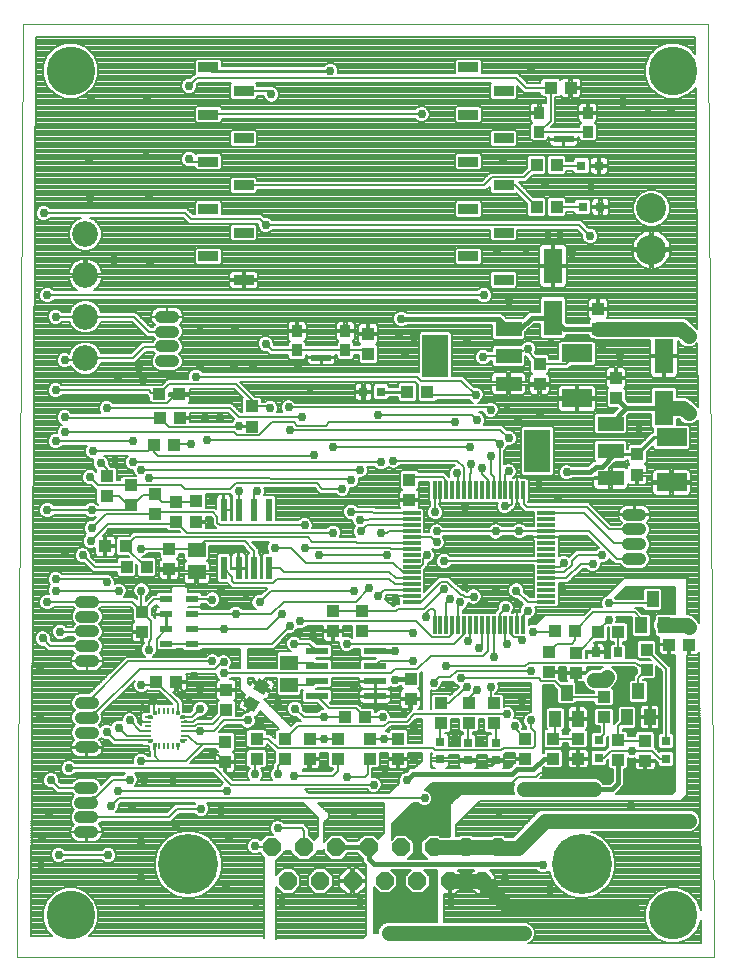
<source format=gtl>
G75*
%MOIN*%
%OFA0B0*%
%FSLAX25Y25*%
%IPPOS*%
%LPD*%
%AMOC8*
5,1,8,0,0,1.08239X$1,22.5*
%
%ADD10C,0.00000*%
%ADD11R,0.03937X0.04331*%
%ADD12R,0.04331X0.03937*%
%ADD13R,0.06299X0.11811*%
%ADD14R,0.08800X0.04800*%
%ADD15R,0.08661X0.14173*%
%ADD16R,0.03150X0.03150*%
%ADD17R,0.03543X0.03937*%
%ADD18R,0.06693X0.02165*%
%ADD19R,0.06693X0.03346*%
%ADD20R,0.04331X0.02362*%
%ADD21C,0.10000*%
%ADD22R,0.02200X0.07800*%
%ADD23R,0.07800X0.02200*%
%ADD24R,0.05906X0.01181*%
%ADD25R,0.01181X0.05906*%
%ADD26C,0.00010*%
%ADD27R,0.00984X0.01949*%
%ADD28R,0.00945X0.02362*%
%ADD29R,0.01949X0.00984*%
%ADD30R,0.02362X0.00945*%
%ADD31C,0.03969*%
%ADD32OC8,0.06000*%
%ADD33C,0.20000*%
%ADD34R,0.05906X0.05118*%
%ADD35R,0.10000X0.06000*%
%ADD36C,0.08600*%
%ADD37R,0.03937X0.05512*%
%ADD38R,0.03150X0.03543*%
%ADD39R,0.04134X0.04252*%
%ADD40R,0.04252X0.04134*%
%ADD41C,0.00800*%
%ADD42C,0.02978*%
%ADD43C,0.05000*%
%ADD44C,0.01000*%
%ADD45C,0.01600*%
%ADD46C,0.16205*%
%ADD47C,0.00600*%
D10*
X0005969Y0001000D02*
X0007937Y0312024D01*
X0236283Y0312024D01*
X0238252Y0001000D01*
X0005969Y0001000D01*
D11*
X0075232Y0065870D03*
X0075232Y0072563D03*
X0075598Y0083224D03*
X0075598Y0089917D03*
G36*
X0081232Y0084581D02*
X0083200Y0087988D01*
X0086948Y0085823D01*
X0084980Y0082416D01*
X0081232Y0084581D01*
G37*
G36*
X0084578Y0090377D02*
X0086546Y0093784D01*
X0090294Y0091619D01*
X0088326Y0088212D01*
X0084578Y0090377D01*
G37*
X0103374Y0073657D03*
X0103374Y0066965D03*
X0132874Y0066965D03*
X0132874Y0073657D03*
X0137000Y0086965D03*
X0137000Y0093657D03*
X0111252Y0109465D03*
X0111252Y0116157D03*
X0136622Y0153217D03*
X0136622Y0159909D03*
X0135913Y0189311D03*
X0142606Y0189311D03*
X0122870Y0201902D03*
X0122870Y0208594D03*
X0180000Y0198472D03*
X0180000Y0191780D03*
X0199500Y0210280D03*
X0199500Y0216972D03*
X0205500Y0193909D03*
X0205500Y0187217D03*
X0212500Y0168409D03*
X0212500Y0161717D03*
X0206311Y0109138D03*
X0199618Y0109138D03*
X0191752Y0109626D03*
X0185059Y0109626D03*
X0223165Y0105039D03*
X0229858Y0105039D03*
X0185693Y0250882D03*
X0179000Y0250882D03*
X0179000Y0264819D03*
X0185693Y0264819D03*
X0058031Y0171561D03*
X0051339Y0171561D03*
X0056539Y0136807D03*
X0056539Y0130114D03*
X0049031Y0130811D03*
X0042339Y0130811D03*
X0047555Y0116000D03*
X0047555Y0109307D03*
D12*
X0052248Y0092650D03*
X0058941Y0092650D03*
X0085685Y0073657D03*
X0085685Y0066965D03*
X0095185Y0066965D03*
X0095185Y0073657D03*
X0112874Y0073657D03*
X0112874Y0066965D03*
X0123374Y0066965D03*
X0123374Y0073657D03*
X0121720Y0080811D03*
X0115028Y0080811D03*
X0120937Y0109465D03*
X0120937Y0116157D03*
X0147169Y0085524D03*
X0147169Y0078831D03*
X0156571Y0078949D03*
X0156571Y0085642D03*
X0164756Y0085457D03*
X0164756Y0078764D03*
X0175228Y0073587D03*
X0175228Y0066894D03*
X0184602Y0067020D03*
X0184602Y0073713D03*
X0192913Y0073713D03*
X0192913Y0067020D03*
X0201508Y0080827D03*
X0201508Y0087520D03*
X0192268Y0095665D03*
X0192268Y0102358D03*
X0183185Y0102657D03*
X0183185Y0095965D03*
X0206252Y0073260D03*
X0206252Y0066567D03*
X0215217Y0066346D03*
X0215217Y0073039D03*
X0215665Y0096665D03*
X0215665Y0103358D03*
X0084075Y0177720D03*
X0084075Y0184413D03*
X0060067Y0180508D03*
X0053374Y0180508D03*
X0053248Y0188441D03*
X0059941Y0188441D03*
X0043685Y0158157D03*
X0043685Y0151465D03*
X0035685Y0154465D03*
X0035685Y0161157D03*
X0051685Y0155157D03*
X0051685Y0148465D03*
X0058935Y0145965D03*
X0058935Y0152657D03*
X0183669Y0290598D03*
X0190362Y0290598D03*
D13*
X0184500Y0231287D03*
X0184500Y0213965D03*
X0221500Y0201224D03*
X0221500Y0183902D03*
D14*
X0203700Y0178663D03*
X0203700Y0169563D03*
X0203700Y0160463D03*
X0169700Y0192026D03*
X0169700Y0201126D03*
X0169700Y0210226D03*
D15*
X0145299Y0201126D03*
X0179299Y0169563D03*
D16*
X0127213Y0189311D03*
X0121307Y0189311D03*
X0194394Y0250882D03*
X0200299Y0250882D03*
X0199850Y0264642D03*
X0193945Y0264642D03*
X0199685Y0073264D03*
X0199685Y0067358D03*
X0222185Y0066858D03*
X0222185Y0072764D03*
X0165327Y0072335D03*
X0165327Y0066429D03*
X0156138Y0066429D03*
X0156138Y0072335D03*
X0146953Y0072650D03*
X0146953Y0066744D03*
D17*
X0115315Y0203165D03*
X0115315Y0209465D03*
X0099173Y0209465D03*
X0099173Y0203165D03*
X0179945Y0275949D03*
X0179945Y0282248D03*
X0196087Y0282248D03*
X0196087Y0275949D03*
D18*
X0188016Y0273488D03*
X0107244Y0200705D03*
D19*
X0081406Y0226563D03*
X0069594Y0234437D03*
X0081406Y0242311D03*
X0069594Y0250185D03*
X0081406Y0258059D03*
X0069594Y0265933D03*
X0081406Y0273807D03*
X0069594Y0281681D03*
X0081406Y0289555D03*
X0069594Y0297429D03*
X0156209Y0297429D03*
X0168020Y0289555D03*
X0156209Y0281681D03*
X0168020Y0273807D03*
X0156209Y0265933D03*
X0156209Y0250185D03*
X0168020Y0242311D03*
X0156209Y0234437D03*
X0168020Y0226563D03*
X0168020Y0258059D03*
D20*
X0064205Y0120075D03*
X0064205Y0115154D03*
X0064205Y0110232D03*
X0064205Y0105311D03*
X0055543Y0105311D03*
X0055543Y0110232D03*
X0055543Y0115154D03*
X0055543Y0120075D03*
D21*
X0217311Y0236673D03*
X0217311Y0250453D03*
D22*
X0089756Y0149897D03*
X0084756Y0149897D03*
X0079756Y0149897D03*
X0074756Y0149897D03*
X0074756Y0130497D03*
X0079756Y0130497D03*
X0084756Y0130497D03*
X0089756Y0130497D03*
D23*
X0105800Y0102811D03*
X0105800Y0097811D03*
X0105800Y0092811D03*
X0105800Y0087811D03*
X0125200Y0087811D03*
X0125200Y0092811D03*
X0125200Y0097811D03*
X0125200Y0102811D03*
D24*
X0137335Y0119232D03*
X0137335Y0121201D03*
X0137335Y0123169D03*
X0137335Y0125138D03*
X0137335Y0127106D03*
X0137335Y0129075D03*
X0137335Y0131043D03*
X0137335Y0133012D03*
X0137335Y0134980D03*
X0137335Y0136949D03*
X0137335Y0138917D03*
X0137335Y0140886D03*
X0137335Y0142854D03*
X0137335Y0144823D03*
X0137335Y0146791D03*
X0137335Y0148760D03*
X0182217Y0148760D03*
X0182217Y0146791D03*
X0182217Y0144823D03*
X0182217Y0142854D03*
X0182217Y0140886D03*
X0182217Y0138917D03*
X0182217Y0136949D03*
X0182217Y0134980D03*
X0182217Y0133012D03*
X0182217Y0131043D03*
X0182217Y0129075D03*
X0182217Y0127106D03*
X0182217Y0125138D03*
X0182217Y0123169D03*
X0182217Y0121201D03*
X0182217Y0119232D03*
D25*
X0174539Y0111555D03*
X0172571Y0111555D03*
X0170602Y0111555D03*
X0168634Y0111555D03*
X0166665Y0111555D03*
X0164697Y0111555D03*
X0162728Y0111555D03*
X0160760Y0111555D03*
X0158791Y0111555D03*
X0156823Y0111555D03*
X0154854Y0111555D03*
X0152886Y0111555D03*
X0150917Y0111555D03*
X0148949Y0111555D03*
X0146980Y0111555D03*
X0145012Y0111555D03*
X0145012Y0156437D03*
X0146980Y0156437D03*
X0148949Y0156437D03*
X0150917Y0156437D03*
X0152886Y0156437D03*
X0154854Y0156437D03*
X0156823Y0156437D03*
X0158791Y0156437D03*
X0160760Y0156437D03*
X0162728Y0156437D03*
X0164697Y0156437D03*
X0166665Y0156437D03*
X0168634Y0156437D03*
X0170602Y0156437D03*
X0172571Y0156437D03*
X0174539Y0156437D03*
D26*
X0061441Y0081437D02*
X0061441Y0080453D01*
X0060260Y0080453D01*
X0061441Y0080453D01*
X0061441Y0080462D02*
X0060260Y0080462D01*
X0060260Y0080470D02*
X0061441Y0080470D01*
X0061441Y0080479D02*
X0060260Y0080479D01*
X0060260Y0080487D02*
X0061441Y0080487D01*
X0061441Y0080496D02*
X0060260Y0080496D01*
X0060260Y0080504D02*
X0061441Y0080504D01*
X0061441Y0080513D02*
X0060260Y0080513D01*
X0060260Y0080521D02*
X0061441Y0080521D01*
X0061441Y0080530D02*
X0060260Y0080530D01*
X0060260Y0080538D02*
X0061441Y0080538D01*
X0061441Y0080547D02*
X0060260Y0080547D01*
X0060260Y0080555D02*
X0061441Y0080555D01*
X0061441Y0080564D02*
X0060260Y0080564D01*
X0060260Y0080572D02*
X0061441Y0080572D01*
X0061441Y0080581D02*
X0060260Y0080581D01*
X0060260Y0080589D02*
X0061441Y0080589D01*
X0061441Y0080598D02*
X0060260Y0080598D01*
X0060260Y0080606D02*
X0061441Y0080606D01*
X0061441Y0080615D02*
X0060260Y0080615D01*
X0060260Y0080623D02*
X0061441Y0080623D01*
X0061441Y0080632D02*
X0060260Y0080632D01*
X0060260Y0080640D02*
X0061441Y0080640D01*
X0061441Y0080649D02*
X0060260Y0080649D01*
X0060260Y0080657D02*
X0061441Y0080657D01*
X0061441Y0080666D02*
X0060260Y0080666D01*
X0060260Y0080674D02*
X0061441Y0080674D01*
X0061441Y0080683D02*
X0060260Y0080683D01*
X0060260Y0080691D02*
X0061441Y0080691D01*
X0061441Y0080700D02*
X0060260Y0080700D01*
X0060260Y0080708D02*
X0061441Y0080708D01*
X0061441Y0080717D02*
X0060260Y0080717D01*
X0060260Y0080725D02*
X0061441Y0080725D01*
X0061441Y0080734D02*
X0060260Y0080734D01*
X0060260Y0080742D02*
X0061441Y0080742D01*
X0061441Y0080751D02*
X0060260Y0080751D01*
X0060260Y0080759D02*
X0061441Y0080759D01*
X0061441Y0080768D02*
X0060260Y0080768D01*
X0060260Y0080777D02*
X0061441Y0080777D01*
X0061441Y0080785D02*
X0060260Y0080785D01*
X0060260Y0080794D02*
X0061441Y0080794D01*
X0061441Y0080802D02*
X0060260Y0080802D01*
X0060260Y0080811D02*
X0061441Y0080811D01*
X0061441Y0080819D02*
X0060260Y0080819D01*
X0060260Y0080828D02*
X0061441Y0080828D01*
X0061441Y0080836D02*
X0060260Y0080836D01*
X0060260Y0080845D02*
X0061441Y0080845D01*
X0061441Y0080853D02*
X0060260Y0080853D01*
X0060260Y0080862D02*
X0061441Y0080862D01*
X0061441Y0080870D02*
X0060260Y0080870D01*
X0060260Y0080879D02*
X0061441Y0080879D01*
X0061441Y0080887D02*
X0060260Y0080887D01*
X0060260Y0080896D02*
X0061441Y0080896D01*
X0061441Y0080904D02*
X0060260Y0080904D01*
X0060260Y0080913D02*
X0061441Y0080913D01*
X0061441Y0080921D02*
X0060260Y0080921D01*
X0060260Y0080930D02*
X0061441Y0080930D01*
X0061441Y0080938D02*
X0060260Y0080938D01*
X0060260Y0080947D02*
X0061441Y0080947D01*
X0061441Y0080955D02*
X0060260Y0080955D01*
X0060260Y0080964D02*
X0061441Y0080964D01*
X0061441Y0080972D02*
X0060260Y0080972D01*
X0060260Y0080981D02*
X0061441Y0080981D01*
X0061441Y0080989D02*
X0060260Y0080989D01*
X0060260Y0080998D02*
X0061441Y0080998D01*
X0061441Y0081006D02*
X0060260Y0081006D01*
X0060260Y0081015D02*
X0061441Y0081015D01*
X0061441Y0081023D02*
X0060260Y0081023D01*
X0060260Y0081024D02*
X0060260Y0080453D01*
X0060260Y0081024D02*
X0060673Y0081437D01*
X0061441Y0081437D01*
X0061441Y0081432D02*
X0060668Y0081432D01*
X0060660Y0081424D02*
X0061441Y0081424D01*
X0061441Y0081415D02*
X0060651Y0081415D01*
X0060643Y0081407D02*
X0061441Y0081407D01*
X0061441Y0081398D02*
X0060634Y0081398D01*
X0060626Y0081390D02*
X0061441Y0081390D01*
X0061441Y0081381D02*
X0060617Y0081381D01*
X0060609Y0081372D02*
X0061441Y0081372D01*
X0061441Y0081364D02*
X0060600Y0081364D01*
X0060592Y0081355D02*
X0061441Y0081355D01*
X0061441Y0081347D02*
X0060583Y0081347D01*
X0060575Y0081338D02*
X0061441Y0081338D01*
X0061441Y0081330D02*
X0060566Y0081330D01*
X0060558Y0081321D02*
X0061441Y0081321D01*
X0061441Y0081313D02*
X0060549Y0081313D01*
X0060541Y0081304D02*
X0061441Y0081304D01*
X0061441Y0081296D02*
X0060532Y0081296D01*
X0060524Y0081287D02*
X0061441Y0081287D01*
X0061441Y0081279D02*
X0060515Y0081279D01*
X0060507Y0081270D02*
X0061441Y0081270D01*
X0061441Y0081262D02*
X0060498Y0081262D01*
X0060490Y0081253D02*
X0061441Y0081253D01*
X0061441Y0081245D02*
X0060481Y0081245D01*
X0060472Y0081236D02*
X0061441Y0081236D01*
X0061441Y0081228D02*
X0060464Y0081228D01*
X0060455Y0081219D02*
X0061441Y0081219D01*
X0061441Y0081211D02*
X0060447Y0081211D01*
X0060438Y0081202D02*
X0061441Y0081202D01*
X0061441Y0081194D02*
X0060430Y0081194D01*
X0060421Y0081185D02*
X0061441Y0081185D01*
X0061441Y0081177D02*
X0060413Y0081177D01*
X0060404Y0081168D02*
X0061441Y0081168D01*
X0061441Y0081160D02*
X0060396Y0081160D01*
X0060387Y0081151D02*
X0061441Y0081151D01*
X0061441Y0081143D02*
X0060379Y0081143D01*
X0060370Y0081134D02*
X0061441Y0081134D01*
X0061441Y0081126D02*
X0060362Y0081126D01*
X0060353Y0081117D02*
X0061441Y0081117D01*
X0061441Y0081109D02*
X0060345Y0081109D01*
X0060336Y0081100D02*
X0061441Y0081100D01*
X0061441Y0081092D02*
X0060328Y0081092D01*
X0060319Y0081083D02*
X0061441Y0081083D01*
X0061441Y0081075D02*
X0060311Y0081075D01*
X0060302Y0081066D02*
X0061441Y0081066D01*
X0061441Y0081057D02*
X0060294Y0081057D01*
X0060285Y0081049D02*
X0061441Y0081049D01*
X0061441Y0081040D02*
X0060277Y0081040D01*
X0060268Y0081032D02*
X0061441Y0081032D01*
X0059965Y0082146D02*
X0059551Y0081732D01*
X0058980Y0081732D01*
X0058980Y0082913D01*
X0059965Y0082913D01*
X0059965Y0082146D01*
X0059965Y0082147D02*
X0058980Y0082147D01*
X0058980Y0082139D02*
X0059958Y0082139D01*
X0059949Y0082130D02*
X0058980Y0082130D01*
X0058980Y0082122D02*
X0059941Y0082122D01*
X0059932Y0082113D02*
X0058980Y0082113D01*
X0058980Y0082105D02*
X0059924Y0082105D01*
X0059915Y0082096D02*
X0058980Y0082096D01*
X0058980Y0082088D02*
X0059907Y0082088D01*
X0059898Y0082079D02*
X0058980Y0082079D01*
X0058980Y0082071D02*
X0059890Y0082071D01*
X0059881Y0082062D02*
X0058980Y0082062D01*
X0058980Y0082054D02*
X0059872Y0082054D01*
X0059864Y0082045D02*
X0058980Y0082045D01*
X0058980Y0082037D02*
X0059855Y0082037D01*
X0059847Y0082028D02*
X0058980Y0082028D01*
X0058980Y0082020D02*
X0059838Y0082020D01*
X0059830Y0082011D02*
X0058980Y0082011D01*
X0058980Y0082003D02*
X0059821Y0082003D01*
X0059813Y0081994D02*
X0058980Y0081994D01*
X0058980Y0081985D02*
X0059804Y0081985D01*
X0059796Y0081977D02*
X0058980Y0081977D01*
X0058980Y0081968D02*
X0059787Y0081968D01*
X0059779Y0081960D02*
X0058980Y0081960D01*
X0058980Y0081951D02*
X0059770Y0081951D01*
X0059762Y0081943D02*
X0058980Y0081943D01*
X0058980Y0081934D02*
X0059753Y0081934D01*
X0059745Y0081926D02*
X0058980Y0081926D01*
X0058980Y0081917D02*
X0059736Y0081917D01*
X0059728Y0081909D02*
X0058980Y0081909D01*
X0058980Y0081900D02*
X0059719Y0081900D01*
X0059711Y0081892D02*
X0058980Y0081892D01*
X0058980Y0081883D02*
X0059702Y0081883D01*
X0059694Y0081875D02*
X0058980Y0081875D01*
X0058980Y0081866D02*
X0059685Y0081866D01*
X0059677Y0081858D02*
X0058980Y0081858D01*
X0058980Y0081849D02*
X0059668Y0081849D01*
X0059660Y0081841D02*
X0058980Y0081841D01*
X0058980Y0081832D02*
X0059651Y0081832D01*
X0059643Y0081824D02*
X0058980Y0081824D01*
X0058980Y0081815D02*
X0059634Y0081815D01*
X0059626Y0081807D02*
X0058980Y0081807D01*
X0058980Y0081798D02*
X0059617Y0081798D01*
X0059609Y0081790D02*
X0058980Y0081790D01*
X0058980Y0081781D02*
X0059600Y0081781D01*
X0059592Y0081773D02*
X0058980Y0081773D01*
X0058980Y0081764D02*
X0059583Y0081764D01*
X0059575Y0081756D02*
X0058980Y0081756D01*
X0058980Y0081747D02*
X0059566Y0081747D01*
X0059557Y0081739D02*
X0058980Y0081739D01*
X0058980Y0082156D02*
X0059965Y0082156D01*
X0059965Y0082164D02*
X0058980Y0082164D01*
X0058980Y0082173D02*
X0059965Y0082173D01*
X0059965Y0082181D02*
X0058980Y0082181D01*
X0058980Y0082190D02*
X0059965Y0082190D01*
X0059965Y0082198D02*
X0058980Y0082198D01*
X0058980Y0082207D02*
X0059965Y0082207D01*
X0059965Y0082215D02*
X0058980Y0082215D01*
X0058980Y0082224D02*
X0059965Y0082224D01*
X0059965Y0082232D02*
X0058980Y0082232D01*
X0058980Y0082241D02*
X0059965Y0082241D01*
X0059965Y0082249D02*
X0058980Y0082249D01*
X0058980Y0082258D02*
X0059965Y0082258D01*
X0059965Y0082266D02*
X0058980Y0082266D01*
X0058980Y0082275D02*
X0059965Y0082275D01*
X0059965Y0082283D02*
X0058980Y0082283D01*
X0058980Y0082292D02*
X0059965Y0082292D01*
X0059965Y0082300D02*
X0058980Y0082300D01*
X0058980Y0082309D02*
X0059965Y0082309D01*
X0059965Y0082318D02*
X0058980Y0082318D01*
X0058980Y0082326D02*
X0059965Y0082326D01*
X0059965Y0082335D02*
X0058980Y0082335D01*
X0058980Y0082343D02*
X0059965Y0082343D01*
X0059965Y0082352D02*
X0058980Y0082352D01*
X0058980Y0082360D02*
X0059965Y0082360D01*
X0059965Y0082369D02*
X0058980Y0082369D01*
X0058980Y0082377D02*
X0059965Y0082377D01*
X0059965Y0082386D02*
X0058980Y0082386D01*
X0058980Y0082394D02*
X0059965Y0082394D01*
X0059965Y0082403D02*
X0058980Y0082403D01*
X0058980Y0082411D02*
X0059965Y0082411D01*
X0059965Y0082420D02*
X0058980Y0082420D01*
X0058980Y0082428D02*
X0059965Y0082428D01*
X0059965Y0082437D02*
X0058980Y0082437D01*
X0058980Y0082445D02*
X0059965Y0082445D01*
X0059965Y0082454D02*
X0058980Y0082454D01*
X0058980Y0082462D02*
X0059965Y0082462D01*
X0059965Y0082471D02*
X0058980Y0082471D01*
X0058980Y0082479D02*
X0059965Y0082479D01*
X0059965Y0082488D02*
X0058980Y0082488D01*
X0058980Y0082496D02*
X0059965Y0082496D01*
X0059965Y0082505D02*
X0058980Y0082505D01*
X0058980Y0082513D02*
X0059965Y0082513D01*
X0059965Y0082522D02*
X0058980Y0082522D01*
X0058980Y0082530D02*
X0059965Y0082530D01*
X0059965Y0082539D02*
X0058980Y0082539D01*
X0058980Y0082547D02*
X0059965Y0082547D01*
X0059965Y0082556D02*
X0058980Y0082556D01*
X0058980Y0082564D02*
X0059965Y0082564D01*
X0059965Y0082573D02*
X0058980Y0082573D01*
X0058980Y0082581D02*
X0059965Y0082581D01*
X0059965Y0082590D02*
X0058980Y0082590D01*
X0058980Y0082598D02*
X0059965Y0082598D01*
X0059965Y0082607D02*
X0058980Y0082607D01*
X0058980Y0082616D02*
X0059965Y0082616D01*
X0059965Y0082624D02*
X0058980Y0082624D01*
X0058980Y0082633D02*
X0059965Y0082633D01*
X0059965Y0082641D02*
X0058980Y0082641D01*
X0058980Y0082650D02*
X0059965Y0082650D01*
X0059965Y0082658D02*
X0058980Y0082658D01*
X0058980Y0082667D02*
X0059965Y0082667D01*
X0059965Y0082675D02*
X0058980Y0082675D01*
X0058980Y0082684D02*
X0059965Y0082684D01*
X0059965Y0082692D02*
X0058980Y0082692D01*
X0058980Y0082701D02*
X0059965Y0082701D01*
X0059965Y0082709D02*
X0058980Y0082709D01*
X0058980Y0082718D02*
X0059965Y0082718D01*
X0059965Y0082726D02*
X0058980Y0082726D01*
X0058980Y0082735D02*
X0059965Y0082735D01*
X0059965Y0082743D02*
X0058980Y0082743D01*
X0058980Y0082752D02*
X0059965Y0082752D01*
X0059965Y0082760D02*
X0058980Y0082760D01*
X0058980Y0082769D02*
X0059965Y0082769D01*
X0059965Y0082777D02*
X0058980Y0082777D01*
X0058980Y0082786D02*
X0059965Y0082786D01*
X0059965Y0082794D02*
X0058980Y0082794D01*
X0058980Y0082803D02*
X0059965Y0082803D01*
X0059965Y0082811D02*
X0058980Y0082811D01*
X0058980Y0082820D02*
X0059965Y0082820D01*
X0059965Y0082828D02*
X0058980Y0082828D01*
X0058980Y0082837D02*
X0059965Y0082837D01*
X0059965Y0082845D02*
X0058980Y0082845D01*
X0058980Y0082854D02*
X0059965Y0082854D01*
X0059965Y0082862D02*
X0058980Y0082862D01*
X0058980Y0082871D02*
X0059965Y0082871D01*
X0059965Y0082879D02*
X0058980Y0082879D01*
X0058980Y0082888D02*
X0059965Y0082888D01*
X0059965Y0082896D02*
X0058980Y0082896D01*
X0058980Y0082905D02*
X0059965Y0082905D01*
X0052091Y0082913D02*
X0052091Y0081732D01*
X0051520Y0081732D01*
X0051106Y0082146D01*
X0051106Y0082913D01*
X0052091Y0082913D01*
X0052091Y0082905D02*
X0051106Y0082905D01*
X0051106Y0082896D02*
X0052091Y0082896D01*
X0052091Y0082888D02*
X0051106Y0082888D01*
X0051106Y0082879D02*
X0052091Y0082879D01*
X0052091Y0082871D02*
X0051106Y0082871D01*
X0051106Y0082862D02*
X0052091Y0082862D01*
X0052091Y0082854D02*
X0051106Y0082854D01*
X0051106Y0082845D02*
X0052091Y0082845D01*
X0052091Y0082837D02*
X0051106Y0082837D01*
X0051106Y0082828D02*
X0052091Y0082828D01*
X0052091Y0082820D02*
X0051106Y0082820D01*
X0051106Y0082811D02*
X0052091Y0082811D01*
X0052091Y0082803D02*
X0051106Y0082803D01*
X0051106Y0082794D02*
X0052091Y0082794D01*
X0052091Y0082786D02*
X0051106Y0082786D01*
X0051106Y0082777D02*
X0052091Y0082777D01*
X0052091Y0082769D02*
X0051106Y0082769D01*
X0051106Y0082760D02*
X0052091Y0082760D01*
X0052091Y0082752D02*
X0051106Y0082752D01*
X0051106Y0082743D02*
X0052091Y0082743D01*
X0052091Y0082735D02*
X0051106Y0082735D01*
X0051106Y0082726D02*
X0052091Y0082726D01*
X0052091Y0082718D02*
X0051106Y0082718D01*
X0051106Y0082709D02*
X0052091Y0082709D01*
X0052091Y0082701D02*
X0051106Y0082701D01*
X0051106Y0082692D02*
X0052091Y0082692D01*
X0052091Y0082684D02*
X0051106Y0082684D01*
X0051106Y0082675D02*
X0052091Y0082675D01*
X0052091Y0082667D02*
X0051106Y0082667D01*
X0051106Y0082658D02*
X0052091Y0082658D01*
X0052091Y0082650D02*
X0051106Y0082650D01*
X0051106Y0082641D02*
X0052091Y0082641D01*
X0052091Y0082633D02*
X0051106Y0082633D01*
X0051106Y0082624D02*
X0052091Y0082624D01*
X0052091Y0082616D02*
X0051106Y0082616D01*
X0051106Y0082607D02*
X0052091Y0082607D01*
X0052091Y0082598D02*
X0051106Y0082598D01*
X0051106Y0082590D02*
X0052091Y0082590D01*
X0052091Y0082581D02*
X0051106Y0082581D01*
X0051106Y0082573D02*
X0052091Y0082573D01*
X0052091Y0082564D02*
X0051106Y0082564D01*
X0051106Y0082556D02*
X0052091Y0082556D01*
X0052091Y0082547D02*
X0051106Y0082547D01*
X0051106Y0082539D02*
X0052091Y0082539D01*
X0052091Y0082530D02*
X0051106Y0082530D01*
X0051106Y0082522D02*
X0052091Y0082522D01*
X0052091Y0082513D02*
X0051106Y0082513D01*
X0051106Y0082505D02*
X0052091Y0082505D01*
X0052091Y0082496D02*
X0051106Y0082496D01*
X0051106Y0082488D02*
X0052091Y0082488D01*
X0052091Y0082479D02*
X0051106Y0082479D01*
X0051106Y0082471D02*
X0052091Y0082471D01*
X0052091Y0082462D02*
X0051106Y0082462D01*
X0051106Y0082454D02*
X0052091Y0082454D01*
X0052091Y0082445D02*
X0051106Y0082445D01*
X0051106Y0082437D02*
X0052091Y0082437D01*
X0052091Y0082428D02*
X0051106Y0082428D01*
X0051106Y0082420D02*
X0052091Y0082420D01*
X0052091Y0082411D02*
X0051106Y0082411D01*
X0051106Y0082403D02*
X0052091Y0082403D01*
X0052091Y0082394D02*
X0051106Y0082394D01*
X0051106Y0082386D02*
X0052091Y0082386D01*
X0052091Y0082377D02*
X0051106Y0082377D01*
X0051106Y0082369D02*
X0052091Y0082369D01*
X0052091Y0082360D02*
X0051106Y0082360D01*
X0051106Y0082352D02*
X0052091Y0082352D01*
X0052091Y0082343D02*
X0051106Y0082343D01*
X0051106Y0082335D02*
X0052091Y0082335D01*
X0052091Y0082326D02*
X0051106Y0082326D01*
X0051106Y0082318D02*
X0052091Y0082318D01*
X0052091Y0082309D02*
X0051106Y0082309D01*
X0051106Y0082300D02*
X0052091Y0082300D01*
X0052091Y0082292D02*
X0051106Y0082292D01*
X0051106Y0082283D02*
X0052091Y0082283D01*
X0052091Y0082275D02*
X0051106Y0082275D01*
X0051106Y0082266D02*
X0052091Y0082266D01*
X0052091Y0082258D02*
X0051106Y0082258D01*
X0051106Y0082249D02*
X0052091Y0082249D01*
X0052091Y0082241D02*
X0051106Y0082241D01*
X0051106Y0082232D02*
X0052091Y0082232D01*
X0052091Y0082224D02*
X0051106Y0082224D01*
X0051106Y0082215D02*
X0052091Y0082215D01*
X0052091Y0082207D02*
X0051106Y0082207D01*
X0051106Y0082198D02*
X0052091Y0082198D01*
X0052091Y0082190D02*
X0051106Y0082190D01*
X0051106Y0082181D02*
X0052091Y0082181D01*
X0052091Y0082173D02*
X0051106Y0082173D01*
X0051106Y0082164D02*
X0052091Y0082164D01*
X0052091Y0082156D02*
X0051106Y0082156D01*
X0051106Y0082147D02*
X0052091Y0082147D01*
X0052091Y0082139D02*
X0051113Y0082139D01*
X0051122Y0082130D02*
X0052091Y0082130D01*
X0052091Y0082122D02*
X0051130Y0082122D01*
X0051139Y0082113D02*
X0052091Y0082113D01*
X0052091Y0082105D02*
X0051147Y0082105D01*
X0051156Y0082096D02*
X0052091Y0082096D01*
X0052091Y0082088D02*
X0051164Y0082088D01*
X0051173Y0082079D02*
X0052091Y0082079D01*
X0052091Y0082071D02*
X0051181Y0082071D01*
X0051190Y0082062D02*
X0052091Y0082062D01*
X0052091Y0082054D02*
X0051198Y0082054D01*
X0051207Y0082045D02*
X0052091Y0082045D01*
X0052091Y0082037D02*
X0051215Y0082037D01*
X0051224Y0082028D02*
X0052091Y0082028D01*
X0052091Y0082020D02*
X0051232Y0082020D01*
X0051241Y0082011D02*
X0052091Y0082011D01*
X0052091Y0082003D02*
X0051249Y0082003D01*
X0051258Y0081994D02*
X0052091Y0081994D01*
X0052091Y0081985D02*
X0051266Y0081985D01*
X0051275Y0081977D02*
X0052091Y0081977D01*
X0052091Y0081968D02*
X0051284Y0081968D01*
X0051292Y0081960D02*
X0052091Y0081960D01*
X0052091Y0081951D02*
X0051301Y0081951D01*
X0051309Y0081943D02*
X0052091Y0081943D01*
X0052091Y0081934D02*
X0051318Y0081934D01*
X0051326Y0081926D02*
X0052091Y0081926D01*
X0052091Y0081917D02*
X0051335Y0081917D01*
X0051343Y0081909D02*
X0052091Y0081909D01*
X0052091Y0081900D02*
X0051352Y0081900D01*
X0051360Y0081892D02*
X0052091Y0081892D01*
X0052091Y0081883D02*
X0051369Y0081883D01*
X0051377Y0081875D02*
X0052091Y0081875D01*
X0052091Y0081866D02*
X0051386Y0081866D01*
X0051394Y0081858D02*
X0052091Y0081858D01*
X0052091Y0081849D02*
X0051403Y0081849D01*
X0051411Y0081841D02*
X0052091Y0081841D01*
X0052091Y0081832D02*
X0051420Y0081832D01*
X0051428Y0081824D02*
X0052091Y0081824D01*
X0052091Y0081815D02*
X0051437Y0081815D01*
X0051445Y0081807D02*
X0052091Y0081807D01*
X0052091Y0081798D02*
X0051454Y0081798D01*
X0051462Y0081790D02*
X0052091Y0081790D01*
X0052091Y0081781D02*
X0051471Y0081781D01*
X0051479Y0081773D02*
X0052091Y0081773D01*
X0052091Y0081764D02*
X0051488Y0081764D01*
X0051496Y0081756D02*
X0052091Y0081756D01*
X0052091Y0081747D02*
X0051505Y0081747D01*
X0051513Y0081739D02*
X0052091Y0081739D01*
X0050811Y0081024D02*
X0050811Y0080453D01*
X0049630Y0080453D01*
X0049630Y0081437D01*
X0050398Y0081437D01*
X0050811Y0081024D01*
X0050811Y0081023D02*
X0049630Y0081023D01*
X0049630Y0081015D02*
X0050811Y0081015D01*
X0050811Y0081006D02*
X0049630Y0081006D01*
X0049630Y0080998D02*
X0050811Y0080998D01*
X0050811Y0080989D02*
X0049630Y0080989D01*
X0049630Y0080981D02*
X0050811Y0080981D01*
X0050811Y0080972D02*
X0049630Y0080972D01*
X0049630Y0080964D02*
X0050811Y0080964D01*
X0050811Y0080955D02*
X0049630Y0080955D01*
X0049630Y0080947D02*
X0050811Y0080947D01*
X0050811Y0080938D02*
X0049630Y0080938D01*
X0049630Y0080930D02*
X0050811Y0080930D01*
X0050811Y0080921D02*
X0049630Y0080921D01*
X0049630Y0080913D02*
X0050811Y0080913D01*
X0050811Y0080904D02*
X0049630Y0080904D01*
X0049630Y0080896D02*
X0050811Y0080896D01*
X0050811Y0080887D02*
X0049630Y0080887D01*
X0049630Y0080879D02*
X0050811Y0080879D01*
X0050811Y0080870D02*
X0049630Y0080870D01*
X0049630Y0080862D02*
X0050811Y0080862D01*
X0050811Y0080853D02*
X0049630Y0080853D01*
X0049630Y0080845D02*
X0050811Y0080845D01*
X0050811Y0080836D02*
X0049630Y0080836D01*
X0049630Y0080828D02*
X0050811Y0080828D01*
X0050811Y0080819D02*
X0049630Y0080819D01*
X0049630Y0080811D02*
X0050811Y0080811D01*
X0050811Y0080802D02*
X0049630Y0080802D01*
X0049630Y0080794D02*
X0050811Y0080794D01*
X0050811Y0080785D02*
X0049630Y0080785D01*
X0049630Y0080777D02*
X0050811Y0080777D01*
X0050811Y0080768D02*
X0049630Y0080768D01*
X0049630Y0080759D02*
X0050811Y0080759D01*
X0050811Y0080751D02*
X0049630Y0080751D01*
X0049630Y0080742D02*
X0050811Y0080742D01*
X0050811Y0080734D02*
X0049630Y0080734D01*
X0049630Y0080725D02*
X0050811Y0080725D01*
X0050811Y0080717D02*
X0049630Y0080717D01*
X0049630Y0080708D02*
X0050811Y0080708D01*
X0050811Y0080700D02*
X0049630Y0080700D01*
X0049630Y0080691D02*
X0050811Y0080691D01*
X0050811Y0080683D02*
X0049630Y0080683D01*
X0049630Y0080674D02*
X0050811Y0080674D01*
X0050811Y0080666D02*
X0049630Y0080666D01*
X0049630Y0080657D02*
X0050811Y0080657D01*
X0050811Y0080649D02*
X0049630Y0080649D01*
X0049630Y0080640D02*
X0050811Y0080640D01*
X0050811Y0080632D02*
X0049630Y0080632D01*
X0049630Y0080623D02*
X0050811Y0080623D01*
X0050811Y0080615D02*
X0049630Y0080615D01*
X0049630Y0080606D02*
X0050811Y0080606D01*
X0050811Y0080598D02*
X0049630Y0080598D01*
X0049630Y0080589D02*
X0050811Y0080589D01*
X0050811Y0080581D02*
X0049630Y0080581D01*
X0049630Y0080572D02*
X0050811Y0080572D01*
X0050811Y0080564D02*
X0049630Y0080564D01*
X0049630Y0080555D02*
X0050811Y0080555D01*
X0050811Y0080547D02*
X0049630Y0080547D01*
X0049630Y0080538D02*
X0050811Y0080538D01*
X0050811Y0080530D02*
X0049630Y0080530D01*
X0049630Y0080521D02*
X0050811Y0080521D01*
X0050811Y0080513D02*
X0049630Y0080513D01*
X0049630Y0080504D02*
X0050811Y0080504D01*
X0050811Y0080496D02*
X0049630Y0080496D01*
X0049630Y0080487D02*
X0050811Y0080487D01*
X0050811Y0080479D02*
X0049630Y0080479D01*
X0049630Y0080470D02*
X0050811Y0080470D01*
X0050811Y0080462D02*
X0049630Y0080462D01*
X0049630Y0080453D02*
X0050811Y0080453D01*
X0050803Y0081032D02*
X0049630Y0081032D01*
X0049630Y0081040D02*
X0050794Y0081040D01*
X0050786Y0081049D02*
X0049630Y0081049D01*
X0049630Y0081057D02*
X0050777Y0081057D01*
X0050769Y0081066D02*
X0049630Y0081066D01*
X0049630Y0081075D02*
X0050760Y0081075D01*
X0050752Y0081083D02*
X0049630Y0081083D01*
X0049630Y0081092D02*
X0050743Y0081092D01*
X0050735Y0081100D02*
X0049630Y0081100D01*
X0049630Y0081109D02*
X0050726Y0081109D01*
X0050718Y0081117D02*
X0049630Y0081117D01*
X0049630Y0081126D02*
X0050709Y0081126D01*
X0050701Y0081134D02*
X0049630Y0081134D01*
X0049630Y0081143D02*
X0050692Y0081143D01*
X0050684Y0081151D02*
X0049630Y0081151D01*
X0049630Y0081160D02*
X0050675Y0081160D01*
X0050666Y0081168D02*
X0049630Y0081168D01*
X0049630Y0081177D02*
X0050658Y0081177D01*
X0050649Y0081185D02*
X0049630Y0081185D01*
X0049630Y0081194D02*
X0050641Y0081194D01*
X0050632Y0081202D02*
X0049630Y0081202D01*
X0049630Y0081211D02*
X0050624Y0081211D01*
X0050615Y0081219D02*
X0049630Y0081219D01*
X0049630Y0081228D02*
X0050607Y0081228D01*
X0050598Y0081236D02*
X0049630Y0081236D01*
X0049630Y0081245D02*
X0050590Y0081245D01*
X0050581Y0081253D02*
X0049630Y0081253D01*
X0049630Y0081262D02*
X0050573Y0081262D01*
X0050564Y0081270D02*
X0049630Y0081270D01*
X0049630Y0081279D02*
X0050556Y0081279D01*
X0050547Y0081287D02*
X0049630Y0081287D01*
X0049630Y0081296D02*
X0050539Y0081296D01*
X0050530Y0081304D02*
X0049630Y0081304D01*
X0049630Y0081313D02*
X0050522Y0081313D01*
X0050513Y0081321D02*
X0049630Y0081321D01*
X0049630Y0081330D02*
X0050505Y0081330D01*
X0050496Y0081338D02*
X0049630Y0081338D01*
X0049630Y0081347D02*
X0050488Y0081347D01*
X0050479Y0081355D02*
X0049630Y0081355D01*
X0049630Y0081364D02*
X0050471Y0081364D01*
X0050462Y0081372D02*
X0049630Y0081372D01*
X0049630Y0081381D02*
X0050454Y0081381D01*
X0050445Y0081390D02*
X0049630Y0081390D01*
X0049630Y0081398D02*
X0050437Y0081398D01*
X0050428Y0081407D02*
X0049630Y0081407D01*
X0049630Y0081415D02*
X0050420Y0081415D01*
X0050411Y0081424D02*
X0049630Y0081424D01*
X0049630Y0081432D02*
X0050403Y0081432D01*
X0050811Y0073563D02*
X0049630Y0073563D01*
X0049630Y0072579D01*
X0050398Y0072579D01*
X0050811Y0072992D01*
X0050811Y0073563D01*
X0050811Y0073557D02*
X0049630Y0073557D01*
X0049630Y0073548D02*
X0050811Y0073548D01*
X0050811Y0073540D02*
X0049630Y0073540D01*
X0049630Y0073531D02*
X0050811Y0073531D01*
X0050811Y0073523D02*
X0049630Y0073523D01*
X0049630Y0073514D02*
X0050811Y0073514D01*
X0050811Y0073506D02*
X0049630Y0073506D01*
X0049630Y0073497D02*
X0050811Y0073497D01*
X0050811Y0073489D02*
X0049630Y0073489D01*
X0049630Y0073480D02*
X0050811Y0073480D01*
X0050811Y0073472D02*
X0049630Y0073472D01*
X0049630Y0073463D02*
X0050811Y0073463D01*
X0050811Y0073455D02*
X0049630Y0073455D01*
X0049630Y0073446D02*
X0050811Y0073446D01*
X0050811Y0073438D02*
X0049630Y0073438D01*
X0049630Y0073429D02*
X0050811Y0073429D01*
X0050811Y0073421D02*
X0049630Y0073421D01*
X0049630Y0073412D02*
X0050811Y0073412D01*
X0050811Y0073404D02*
X0049630Y0073404D01*
X0049630Y0073395D02*
X0050811Y0073395D01*
X0050811Y0073387D02*
X0049630Y0073387D01*
X0049630Y0073378D02*
X0050811Y0073378D01*
X0050811Y0073370D02*
X0049630Y0073370D01*
X0049630Y0073361D02*
X0050811Y0073361D01*
X0050811Y0073353D02*
X0049630Y0073353D01*
X0049630Y0073344D02*
X0050811Y0073344D01*
X0050811Y0073335D02*
X0049630Y0073335D01*
X0049630Y0073327D02*
X0050811Y0073327D01*
X0050811Y0073318D02*
X0049630Y0073318D01*
X0049630Y0073310D02*
X0050811Y0073310D01*
X0050811Y0073301D02*
X0049630Y0073301D01*
X0049630Y0073293D02*
X0050811Y0073293D01*
X0050811Y0073284D02*
X0049630Y0073284D01*
X0049630Y0073276D02*
X0050811Y0073276D01*
X0050811Y0073267D02*
X0049630Y0073267D01*
X0049630Y0073259D02*
X0050811Y0073259D01*
X0050811Y0073250D02*
X0049630Y0073250D01*
X0049630Y0073242D02*
X0050811Y0073242D01*
X0050811Y0073233D02*
X0049630Y0073233D01*
X0049630Y0073225D02*
X0050811Y0073225D01*
X0050811Y0073216D02*
X0049630Y0073216D01*
X0049630Y0073208D02*
X0050811Y0073208D01*
X0050811Y0073199D02*
X0049630Y0073199D01*
X0049630Y0073191D02*
X0050811Y0073191D01*
X0050811Y0073182D02*
X0049630Y0073182D01*
X0049630Y0073174D02*
X0050811Y0073174D01*
X0050811Y0073165D02*
X0049630Y0073165D01*
X0049630Y0073157D02*
X0050811Y0073157D01*
X0050811Y0073148D02*
X0049630Y0073148D01*
X0049630Y0073140D02*
X0050811Y0073140D01*
X0050811Y0073131D02*
X0049630Y0073131D01*
X0049630Y0073123D02*
X0050811Y0073123D01*
X0050811Y0073114D02*
X0049630Y0073114D01*
X0049630Y0073106D02*
X0050811Y0073106D01*
X0050811Y0073097D02*
X0049630Y0073097D01*
X0049630Y0073089D02*
X0050811Y0073089D01*
X0050811Y0073080D02*
X0049630Y0073080D01*
X0049630Y0073072D02*
X0050811Y0073072D01*
X0050811Y0073063D02*
X0049630Y0073063D01*
X0049630Y0073055D02*
X0050811Y0073055D01*
X0050811Y0073046D02*
X0049630Y0073046D01*
X0049630Y0073038D02*
X0050811Y0073038D01*
X0050811Y0073029D02*
X0049630Y0073029D01*
X0049630Y0073020D02*
X0050811Y0073020D01*
X0050811Y0073012D02*
X0049630Y0073012D01*
X0049630Y0073003D02*
X0050811Y0073003D01*
X0050811Y0072995D02*
X0049630Y0072995D01*
X0049630Y0072986D02*
X0050805Y0072986D01*
X0050797Y0072978D02*
X0049630Y0072978D01*
X0049630Y0072969D02*
X0050788Y0072969D01*
X0050780Y0072961D02*
X0049630Y0072961D01*
X0049630Y0072952D02*
X0050771Y0072952D01*
X0050763Y0072944D02*
X0049630Y0072944D01*
X0049630Y0072935D02*
X0050754Y0072935D01*
X0050746Y0072927D02*
X0049630Y0072927D01*
X0049630Y0072918D02*
X0050737Y0072918D01*
X0050729Y0072910D02*
X0049630Y0072910D01*
X0049630Y0072901D02*
X0050720Y0072901D01*
X0050712Y0072893D02*
X0049630Y0072893D01*
X0049630Y0072884D02*
X0050703Y0072884D01*
X0050695Y0072876D02*
X0049630Y0072876D01*
X0049630Y0072867D02*
X0050686Y0072867D01*
X0050678Y0072859D02*
X0049630Y0072859D01*
X0049630Y0072850D02*
X0050669Y0072850D01*
X0050661Y0072842D02*
X0049630Y0072842D01*
X0049630Y0072833D02*
X0050652Y0072833D01*
X0050644Y0072825D02*
X0049630Y0072825D01*
X0049630Y0072816D02*
X0050635Y0072816D01*
X0050627Y0072808D02*
X0049630Y0072808D01*
X0049630Y0072799D02*
X0050618Y0072799D01*
X0050609Y0072791D02*
X0049630Y0072791D01*
X0049630Y0072782D02*
X0050601Y0072782D01*
X0050592Y0072774D02*
X0049630Y0072774D01*
X0049630Y0072765D02*
X0050584Y0072765D01*
X0050575Y0072757D02*
X0049630Y0072757D01*
X0049630Y0072748D02*
X0050567Y0072748D01*
X0050558Y0072740D02*
X0049630Y0072740D01*
X0049630Y0072731D02*
X0050550Y0072731D01*
X0050541Y0072722D02*
X0049630Y0072722D01*
X0049630Y0072714D02*
X0050533Y0072714D01*
X0050524Y0072705D02*
X0049630Y0072705D01*
X0049630Y0072697D02*
X0050516Y0072697D01*
X0050507Y0072688D02*
X0049630Y0072688D01*
X0049630Y0072680D02*
X0050499Y0072680D01*
X0050490Y0072671D02*
X0049630Y0072671D01*
X0049630Y0072663D02*
X0050482Y0072663D01*
X0050473Y0072654D02*
X0049630Y0072654D01*
X0049630Y0072646D02*
X0050465Y0072646D01*
X0050456Y0072637D02*
X0049630Y0072637D01*
X0049630Y0072629D02*
X0050448Y0072629D01*
X0050439Y0072620D02*
X0049630Y0072620D01*
X0049630Y0072612D02*
X0050431Y0072612D01*
X0050422Y0072603D02*
X0049630Y0072603D01*
X0049630Y0072595D02*
X0050414Y0072595D01*
X0050405Y0072586D02*
X0049630Y0072586D01*
X0051106Y0071870D02*
X0051520Y0072283D01*
X0052091Y0072283D01*
X0052091Y0071102D01*
X0051106Y0071102D01*
X0051106Y0071870D01*
X0051107Y0071871D02*
X0052091Y0071871D01*
X0052091Y0071863D02*
X0051106Y0071863D01*
X0051106Y0071854D02*
X0052091Y0071854D01*
X0052091Y0071846D02*
X0051106Y0071846D01*
X0051106Y0071837D02*
X0052091Y0071837D01*
X0052091Y0071829D02*
X0051106Y0071829D01*
X0051106Y0071820D02*
X0052091Y0071820D01*
X0052091Y0071812D02*
X0051106Y0071812D01*
X0051106Y0071803D02*
X0052091Y0071803D01*
X0052091Y0071794D02*
X0051106Y0071794D01*
X0051106Y0071786D02*
X0052091Y0071786D01*
X0052091Y0071777D02*
X0051106Y0071777D01*
X0051106Y0071769D02*
X0052091Y0071769D01*
X0052091Y0071760D02*
X0051106Y0071760D01*
X0051106Y0071752D02*
X0052091Y0071752D01*
X0052091Y0071743D02*
X0051106Y0071743D01*
X0051106Y0071735D02*
X0052091Y0071735D01*
X0052091Y0071726D02*
X0051106Y0071726D01*
X0051106Y0071718D02*
X0052091Y0071718D01*
X0052091Y0071709D02*
X0051106Y0071709D01*
X0051106Y0071701D02*
X0052091Y0071701D01*
X0052091Y0071692D02*
X0051106Y0071692D01*
X0051106Y0071684D02*
X0052091Y0071684D01*
X0052091Y0071675D02*
X0051106Y0071675D01*
X0051106Y0071667D02*
X0052091Y0071667D01*
X0052091Y0071658D02*
X0051106Y0071658D01*
X0051106Y0071650D02*
X0052091Y0071650D01*
X0052091Y0071641D02*
X0051106Y0071641D01*
X0051106Y0071633D02*
X0052091Y0071633D01*
X0052091Y0071624D02*
X0051106Y0071624D01*
X0051106Y0071616D02*
X0052091Y0071616D01*
X0052091Y0071607D02*
X0051106Y0071607D01*
X0051106Y0071599D02*
X0052091Y0071599D01*
X0052091Y0071590D02*
X0051106Y0071590D01*
X0051106Y0071582D02*
X0052091Y0071582D01*
X0052091Y0071573D02*
X0051106Y0071573D01*
X0051106Y0071565D02*
X0052091Y0071565D01*
X0052091Y0071556D02*
X0051106Y0071556D01*
X0051106Y0071548D02*
X0052091Y0071548D01*
X0052091Y0071539D02*
X0051106Y0071539D01*
X0051106Y0071531D02*
X0052091Y0071531D01*
X0052091Y0071522D02*
X0051106Y0071522D01*
X0051106Y0071514D02*
X0052091Y0071514D01*
X0052091Y0071505D02*
X0051106Y0071505D01*
X0051106Y0071497D02*
X0052091Y0071497D01*
X0052091Y0071488D02*
X0051106Y0071488D01*
X0051106Y0071479D02*
X0052091Y0071479D01*
X0052091Y0071471D02*
X0051106Y0071471D01*
X0051106Y0071462D02*
X0052091Y0071462D01*
X0052091Y0071454D02*
X0051106Y0071454D01*
X0051106Y0071445D02*
X0052091Y0071445D01*
X0052091Y0071437D02*
X0051106Y0071437D01*
X0051106Y0071428D02*
X0052091Y0071428D01*
X0052091Y0071420D02*
X0051106Y0071420D01*
X0051106Y0071411D02*
X0052091Y0071411D01*
X0052091Y0071403D02*
X0051106Y0071403D01*
X0051106Y0071394D02*
X0052091Y0071394D01*
X0052091Y0071386D02*
X0051106Y0071386D01*
X0051106Y0071377D02*
X0052091Y0071377D01*
X0052091Y0071369D02*
X0051106Y0071369D01*
X0051106Y0071360D02*
X0052091Y0071360D01*
X0052091Y0071352D02*
X0051106Y0071352D01*
X0051106Y0071343D02*
X0052091Y0071343D01*
X0052091Y0071335D02*
X0051106Y0071335D01*
X0051106Y0071326D02*
X0052091Y0071326D01*
X0052091Y0071318D02*
X0051106Y0071318D01*
X0051106Y0071309D02*
X0052091Y0071309D01*
X0052091Y0071301D02*
X0051106Y0071301D01*
X0051106Y0071292D02*
X0052091Y0071292D01*
X0052091Y0071284D02*
X0051106Y0071284D01*
X0051106Y0071275D02*
X0052091Y0071275D01*
X0052091Y0071267D02*
X0051106Y0071267D01*
X0051106Y0071258D02*
X0052091Y0071258D01*
X0052091Y0071250D02*
X0051106Y0071250D01*
X0051106Y0071241D02*
X0052091Y0071241D01*
X0052091Y0071233D02*
X0051106Y0071233D01*
X0051106Y0071224D02*
X0052091Y0071224D01*
X0052091Y0071216D02*
X0051106Y0071216D01*
X0051106Y0071207D02*
X0052091Y0071207D01*
X0052091Y0071199D02*
X0051106Y0071199D01*
X0051106Y0071190D02*
X0052091Y0071190D01*
X0052091Y0071181D02*
X0051106Y0071181D01*
X0051106Y0071173D02*
X0052091Y0071173D01*
X0052091Y0071164D02*
X0051106Y0071164D01*
X0051106Y0071156D02*
X0052091Y0071156D01*
X0052091Y0071147D02*
X0051106Y0071147D01*
X0051106Y0071139D02*
X0052091Y0071139D01*
X0052091Y0071130D02*
X0051106Y0071130D01*
X0051106Y0071122D02*
X0052091Y0071122D01*
X0052091Y0071113D02*
X0051106Y0071113D01*
X0051106Y0071105D02*
X0052091Y0071105D01*
X0052091Y0071880D02*
X0051116Y0071880D01*
X0051124Y0071888D02*
X0052091Y0071888D01*
X0052091Y0071897D02*
X0051133Y0071897D01*
X0051141Y0071905D02*
X0052091Y0071905D01*
X0052091Y0071914D02*
X0051150Y0071914D01*
X0051158Y0071922D02*
X0052091Y0071922D01*
X0052091Y0071931D02*
X0051167Y0071931D01*
X0051175Y0071939D02*
X0052091Y0071939D01*
X0052091Y0071948D02*
X0051184Y0071948D01*
X0051192Y0071956D02*
X0052091Y0071956D01*
X0052091Y0071965D02*
X0051201Y0071965D01*
X0051209Y0071973D02*
X0052091Y0071973D01*
X0052091Y0071982D02*
X0051218Y0071982D01*
X0051227Y0071990D02*
X0052091Y0071990D01*
X0052091Y0071999D02*
X0051235Y0071999D01*
X0051244Y0072007D02*
X0052091Y0072007D01*
X0052091Y0072016D02*
X0051252Y0072016D01*
X0051261Y0072024D02*
X0052091Y0072024D01*
X0052091Y0072033D02*
X0051269Y0072033D01*
X0051278Y0072041D02*
X0052091Y0072041D01*
X0052091Y0072050D02*
X0051286Y0072050D01*
X0051295Y0072058D02*
X0052091Y0072058D01*
X0052091Y0072067D02*
X0051303Y0072067D01*
X0051312Y0072075D02*
X0052091Y0072075D01*
X0052091Y0072084D02*
X0051320Y0072084D01*
X0051329Y0072092D02*
X0052091Y0072092D01*
X0052091Y0072101D02*
X0051337Y0072101D01*
X0051346Y0072109D02*
X0052091Y0072109D01*
X0052091Y0072118D02*
X0051354Y0072118D01*
X0051363Y0072127D02*
X0052091Y0072127D01*
X0052091Y0072135D02*
X0051371Y0072135D01*
X0051380Y0072144D02*
X0052091Y0072144D01*
X0052091Y0072152D02*
X0051388Y0072152D01*
X0051397Y0072161D02*
X0052091Y0072161D01*
X0052091Y0072169D02*
X0051405Y0072169D01*
X0051414Y0072178D02*
X0052091Y0072178D01*
X0052091Y0072186D02*
X0051422Y0072186D01*
X0051431Y0072195D02*
X0052091Y0072195D01*
X0052091Y0072203D02*
X0051439Y0072203D01*
X0051448Y0072212D02*
X0052091Y0072212D01*
X0052091Y0072220D02*
X0051456Y0072220D01*
X0051465Y0072229D02*
X0052091Y0072229D01*
X0052091Y0072237D02*
X0051473Y0072237D01*
X0051482Y0072246D02*
X0052091Y0072246D01*
X0052091Y0072254D02*
X0051490Y0072254D01*
X0051499Y0072263D02*
X0052091Y0072263D01*
X0052091Y0072271D02*
X0051507Y0072271D01*
X0051516Y0072280D02*
X0052091Y0072280D01*
X0058980Y0072280D02*
X0059555Y0072280D01*
X0059551Y0072283D02*
X0058980Y0072283D01*
X0058980Y0071102D01*
X0059965Y0071102D01*
X0059965Y0071870D01*
X0059551Y0072283D01*
X0059563Y0072271D02*
X0058980Y0072271D01*
X0058980Y0072263D02*
X0059572Y0072263D01*
X0059580Y0072254D02*
X0058980Y0072254D01*
X0058980Y0072246D02*
X0059589Y0072246D01*
X0059597Y0072237D02*
X0058980Y0072237D01*
X0058980Y0072229D02*
X0059606Y0072229D01*
X0059614Y0072220D02*
X0058980Y0072220D01*
X0058980Y0072212D02*
X0059623Y0072212D01*
X0059631Y0072203D02*
X0058980Y0072203D01*
X0058980Y0072195D02*
X0059640Y0072195D01*
X0059649Y0072186D02*
X0058980Y0072186D01*
X0058980Y0072178D02*
X0059657Y0072178D01*
X0059666Y0072169D02*
X0058980Y0072169D01*
X0058980Y0072161D02*
X0059674Y0072161D01*
X0059683Y0072152D02*
X0058980Y0072152D01*
X0058980Y0072144D02*
X0059691Y0072144D01*
X0059700Y0072135D02*
X0058980Y0072135D01*
X0058980Y0072127D02*
X0059708Y0072127D01*
X0059717Y0072118D02*
X0058980Y0072118D01*
X0058980Y0072109D02*
X0059725Y0072109D01*
X0059734Y0072101D02*
X0058980Y0072101D01*
X0058980Y0072092D02*
X0059742Y0072092D01*
X0059751Y0072084D02*
X0058980Y0072084D01*
X0058980Y0072075D02*
X0059759Y0072075D01*
X0059768Y0072067D02*
X0058980Y0072067D01*
X0058980Y0072058D02*
X0059776Y0072058D01*
X0059785Y0072050D02*
X0058980Y0072050D01*
X0058980Y0072041D02*
X0059793Y0072041D01*
X0059802Y0072033D02*
X0058980Y0072033D01*
X0058980Y0072024D02*
X0059810Y0072024D01*
X0059819Y0072016D02*
X0058980Y0072016D01*
X0058980Y0072007D02*
X0059827Y0072007D01*
X0059836Y0071999D02*
X0058980Y0071999D01*
X0058980Y0071990D02*
X0059844Y0071990D01*
X0059853Y0071982D02*
X0058980Y0071982D01*
X0058980Y0071973D02*
X0059861Y0071973D01*
X0059870Y0071965D02*
X0058980Y0071965D01*
X0058980Y0071956D02*
X0059878Y0071956D01*
X0059887Y0071948D02*
X0058980Y0071948D01*
X0058980Y0071939D02*
X0059895Y0071939D01*
X0059904Y0071931D02*
X0058980Y0071931D01*
X0058980Y0071922D02*
X0059912Y0071922D01*
X0059921Y0071914D02*
X0058980Y0071914D01*
X0058980Y0071905D02*
X0059929Y0071905D01*
X0059938Y0071897D02*
X0058980Y0071897D01*
X0058980Y0071888D02*
X0059947Y0071888D01*
X0059955Y0071880D02*
X0058980Y0071880D01*
X0058980Y0071871D02*
X0059964Y0071871D01*
X0059965Y0071863D02*
X0058980Y0071863D01*
X0058980Y0071854D02*
X0059965Y0071854D01*
X0059965Y0071846D02*
X0058980Y0071846D01*
X0058980Y0071837D02*
X0059965Y0071837D01*
X0059965Y0071829D02*
X0058980Y0071829D01*
X0058980Y0071820D02*
X0059965Y0071820D01*
X0059965Y0071812D02*
X0058980Y0071812D01*
X0058980Y0071803D02*
X0059965Y0071803D01*
X0059965Y0071794D02*
X0058980Y0071794D01*
X0058980Y0071786D02*
X0059965Y0071786D01*
X0059965Y0071777D02*
X0058980Y0071777D01*
X0058980Y0071769D02*
X0059965Y0071769D01*
X0059965Y0071760D02*
X0058980Y0071760D01*
X0058980Y0071752D02*
X0059965Y0071752D01*
X0059965Y0071743D02*
X0058980Y0071743D01*
X0058980Y0071735D02*
X0059965Y0071735D01*
X0059965Y0071726D02*
X0058980Y0071726D01*
X0058980Y0071718D02*
X0059965Y0071718D01*
X0059965Y0071709D02*
X0058980Y0071709D01*
X0058980Y0071701D02*
X0059965Y0071701D01*
X0059965Y0071692D02*
X0058980Y0071692D01*
X0058980Y0071684D02*
X0059965Y0071684D01*
X0059965Y0071675D02*
X0058980Y0071675D01*
X0058980Y0071667D02*
X0059965Y0071667D01*
X0059965Y0071658D02*
X0058980Y0071658D01*
X0058980Y0071650D02*
X0059965Y0071650D01*
X0059965Y0071641D02*
X0058980Y0071641D01*
X0058980Y0071633D02*
X0059965Y0071633D01*
X0059965Y0071624D02*
X0058980Y0071624D01*
X0058980Y0071616D02*
X0059965Y0071616D01*
X0059965Y0071607D02*
X0058980Y0071607D01*
X0058980Y0071599D02*
X0059965Y0071599D01*
X0059965Y0071590D02*
X0058980Y0071590D01*
X0058980Y0071582D02*
X0059965Y0071582D01*
X0059965Y0071573D02*
X0058980Y0071573D01*
X0058980Y0071565D02*
X0059965Y0071565D01*
X0059965Y0071556D02*
X0058980Y0071556D01*
X0058980Y0071548D02*
X0059965Y0071548D01*
X0059965Y0071539D02*
X0058980Y0071539D01*
X0058980Y0071531D02*
X0059965Y0071531D01*
X0059965Y0071522D02*
X0058980Y0071522D01*
X0058980Y0071514D02*
X0059965Y0071514D01*
X0059965Y0071505D02*
X0058980Y0071505D01*
X0058980Y0071497D02*
X0059965Y0071497D01*
X0059965Y0071488D02*
X0058980Y0071488D01*
X0058980Y0071479D02*
X0059965Y0071479D01*
X0059965Y0071471D02*
X0058980Y0071471D01*
X0058980Y0071462D02*
X0059965Y0071462D01*
X0059965Y0071454D02*
X0058980Y0071454D01*
X0058980Y0071445D02*
X0059965Y0071445D01*
X0059965Y0071437D02*
X0058980Y0071437D01*
X0058980Y0071428D02*
X0059965Y0071428D01*
X0059965Y0071420D02*
X0058980Y0071420D01*
X0058980Y0071411D02*
X0059965Y0071411D01*
X0059965Y0071403D02*
X0058980Y0071403D01*
X0058980Y0071394D02*
X0059965Y0071394D01*
X0059965Y0071386D02*
X0058980Y0071386D01*
X0058980Y0071377D02*
X0059965Y0071377D01*
X0059965Y0071369D02*
X0058980Y0071369D01*
X0058980Y0071360D02*
X0059965Y0071360D01*
X0059965Y0071352D02*
X0058980Y0071352D01*
X0058980Y0071343D02*
X0059965Y0071343D01*
X0059965Y0071335D02*
X0058980Y0071335D01*
X0058980Y0071326D02*
X0059965Y0071326D01*
X0059965Y0071318D02*
X0058980Y0071318D01*
X0058980Y0071309D02*
X0059965Y0071309D01*
X0059965Y0071301D02*
X0058980Y0071301D01*
X0058980Y0071292D02*
X0059965Y0071292D01*
X0059965Y0071284D02*
X0058980Y0071284D01*
X0058980Y0071275D02*
X0059965Y0071275D01*
X0059965Y0071267D02*
X0058980Y0071267D01*
X0058980Y0071258D02*
X0059965Y0071258D01*
X0059965Y0071250D02*
X0058980Y0071250D01*
X0058980Y0071241D02*
X0059965Y0071241D01*
X0059965Y0071233D02*
X0058980Y0071233D01*
X0058980Y0071224D02*
X0059965Y0071224D01*
X0059965Y0071216D02*
X0058980Y0071216D01*
X0058980Y0071207D02*
X0059965Y0071207D01*
X0059965Y0071199D02*
X0058980Y0071199D01*
X0058980Y0071190D02*
X0059965Y0071190D01*
X0059965Y0071181D02*
X0058980Y0071181D01*
X0058980Y0071173D02*
X0059965Y0071173D01*
X0059965Y0071164D02*
X0058980Y0071164D01*
X0058980Y0071156D02*
X0059965Y0071156D01*
X0059965Y0071147D02*
X0058980Y0071147D01*
X0058980Y0071139D02*
X0059965Y0071139D01*
X0059965Y0071130D02*
X0058980Y0071130D01*
X0058980Y0071122D02*
X0059965Y0071122D01*
X0059965Y0071113D02*
X0058980Y0071113D01*
X0058980Y0071105D02*
X0059965Y0071105D01*
X0060673Y0072579D02*
X0060260Y0072992D01*
X0060260Y0073563D01*
X0061441Y0073563D01*
X0061441Y0072579D01*
X0060673Y0072579D01*
X0060666Y0072586D02*
X0061441Y0072586D01*
X0061441Y0072595D02*
X0060657Y0072595D01*
X0060649Y0072603D02*
X0061441Y0072603D01*
X0061441Y0072612D02*
X0060640Y0072612D01*
X0060632Y0072620D02*
X0061441Y0072620D01*
X0061441Y0072629D02*
X0060623Y0072629D01*
X0060615Y0072637D02*
X0061441Y0072637D01*
X0061441Y0072646D02*
X0060606Y0072646D01*
X0060598Y0072654D02*
X0061441Y0072654D01*
X0061441Y0072663D02*
X0060589Y0072663D01*
X0060581Y0072671D02*
X0061441Y0072671D01*
X0061441Y0072680D02*
X0060572Y0072680D01*
X0060564Y0072688D02*
X0061441Y0072688D01*
X0061441Y0072697D02*
X0060555Y0072697D01*
X0060547Y0072705D02*
X0061441Y0072705D01*
X0061441Y0072714D02*
X0060538Y0072714D01*
X0060529Y0072722D02*
X0061441Y0072722D01*
X0061441Y0072731D02*
X0060521Y0072731D01*
X0060512Y0072740D02*
X0061441Y0072740D01*
X0061441Y0072748D02*
X0060504Y0072748D01*
X0060495Y0072757D02*
X0061441Y0072757D01*
X0061441Y0072765D02*
X0060487Y0072765D01*
X0060478Y0072774D02*
X0061441Y0072774D01*
X0061441Y0072782D02*
X0060470Y0072782D01*
X0060461Y0072791D02*
X0061441Y0072791D01*
X0061441Y0072799D02*
X0060453Y0072799D01*
X0060444Y0072808D02*
X0061441Y0072808D01*
X0061441Y0072816D02*
X0060436Y0072816D01*
X0060427Y0072825D02*
X0061441Y0072825D01*
X0061441Y0072833D02*
X0060419Y0072833D01*
X0060410Y0072842D02*
X0061441Y0072842D01*
X0061441Y0072850D02*
X0060402Y0072850D01*
X0060393Y0072859D02*
X0061441Y0072859D01*
X0061441Y0072867D02*
X0060385Y0072867D01*
X0060376Y0072876D02*
X0061441Y0072876D01*
X0061441Y0072884D02*
X0060368Y0072884D01*
X0060359Y0072893D02*
X0061441Y0072893D01*
X0061441Y0072901D02*
X0060351Y0072901D01*
X0060342Y0072910D02*
X0061441Y0072910D01*
X0061441Y0072918D02*
X0060334Y0072918D01*
X0060325Y0072927D02*
X0061441Y0072927D01*
X0061441Y0072935D02*
X0060317Y0072935D01*
X0060308Y0072944D02*
X0061441Y0072944D01*
X0061441Y0072952D02*
X0060300Y0072952D01*
X0060291Y0072961D02*
X0061441Y0072961D01*
X0061441Y0072969D02*
X0060283Y0072969D01*
X0060274Y0072978D02*
X0061441Y0072978D01*
X0061441Y0072986D02*
X0060266Y0072986D01*
X0060260Y0072995D02*
X0061441Y0072995D01*
X0061441Y0073003D02*
X0060260Y0073003D01*
X0060260Y0073012D02*
X0061441Y0073012D01*
X0061441Y0073020D02*
X0060260Y0073020D01*
X0060260Y0073029D02*
X0061441Y0073029D01*
X0061441Y0073038D02*
X0060260Y0073038D01*
X0060260Y0073046D02*
X0061441Y0073046D01*
X0061441Y0073055D02*
X0060260Y0073055D01*
X0060260Y0073063D02*
X0061441Y0073063D01*
X0061441Y0073072D02*
X0060260Y0073072D01*
X0060260Y0073080D02*
X0061441Y0073080D01*
X0061441Y0073089D02*
X0060260Y0073089D01*
X0060260Y0073097D02*
X0061441Y0073097D01*
X0061441Y0073106D02*
X0060260Y0073106D01*
X0060260Y0073114D02*
X0061441Y0073114D01*
X0061441Y0073123D02*
X0060260Y0073123D01*
X0060260Y0073131D02*
X0061441Y0073131D01*
X0061441Y0073140D02*
X0060260Y0073140D01*
X0060260Y0073148D02*
X0061441Y0073148D01*
X0061441Y0073157D02*
X0060260Y0073157D01*
X0060260Y0073165D02*
X0061441Y0073165D01*
X0061441Y0073174D02*
X0060260Y0073174D01*
X0060260Y0073182D02*
X0061441Y0073182D01*
X0061441Y0073191D02*
X0060260Y0073191D01*
X0060260Y0073199D02*
X0061441Y0073199D01*
X0061441Y0073208D02*
X0060260Y0073208D01*
X0060260Y0073216D02*
X0061441Y0073216D01*
X0061441Y0073225D02*
X0060260Y0073225D01*
X0060260Y0073233D02*
X0061441Y0073233D01*
X0061441Y0073242D02*
X0060260Y0073242D01*
X0060260Y0073250D02*
X0061441Y0073250D01*
X0061441Y0073259D02*
X0060260Y0073259D01*
X0060260Y0073267D02*
X0061441Y0073267D01*
X0061441Y0073276D02*
X0060260Y0073276D01*
X0060260Y0073284D02*
X0061441Y0073284D01*
X0061441Y0073293D02*
X0060260Y0073293D01*
X0060260Y0073301D02*
X0061441Y0073301D01*
X0061441Y0073310D02*
X0060260Y0073310D01*
X0060260Y0073318D02*
X0061441Y0073318D01*
X0061441Y0073327D02*
X0060260Y0073327D01*
X0060260Y0073335D02*
X0061441Y0073335D01*
X0061441Y0073344D02*
X0060260Y0073344D01*
X0060260Y0073353D02*
X0061441Y0073353D01*
X0061441Y0073361D02*
X0060260Y0073361D01*
X0060260Y0073370D02*
X0061441Y0073370D01*
X0061441Y0073378D02*
X0060260Y0073378D01*
X0060260Y0073387D02*
X0061441Y0073387D01*
X0061441Y0073395D02*
X0060260Y0073395D01*
X0060260Y0073404D02*
X0061441Y0073404D01*
X0061441Y0073412D02*
X0060260Y0073412D01*
X0060260Y0073421D02*
X0061441Y0073421D01*
X0061441Y0073429D02*
X0060260Y0073429D01*
X0060260Y0073438D02*
X0061441Y0073438D01*
X0061441Y0073446D02*
X0060260Y0073446D01*
X0060260Y0073455D02*
X0061441Y0073455D01*
X0061441Y0073463D02*
X0060260Y0073463D01*
X0060260Y0073472D02*
X0061441Y0073472D01*
X0061441Y0073480D02*
X0060260Y0073480D01*
X0060260Y0073489D02*
X0061441Y0073489D01*
X0061441Y0073497D02*
X0060260Y0073497D01*
X0060260Y0073506D02*
X0061441Y0073506D01*
X0061441Y0073514D02*
X0060260Y0073514D01*
X0060260Y0073523D02*
X0061441Y0073523D01*
X0061441Y0073531D02*
X0060260Y0073531D01*
X0060260Y0073540D02*
X0061441Y0073540D01*
X0061441Y0073548D02*
X0060260Y0073548D01*
X0060260Y0073557D02*
X0061441Y0073557D01*
D27*
X0059472Y0070896D03*
X0051598Y0070896D03*
X0051598Y0083120D03*
X0059472Y0083120D03*
D28*
X0057898Y0082913D03*
X0056323Y0082913D03*
X0054748Y0082913D03*
X0053173Y0082913D03*
X0053173Y0071102D03*
X0054748Y0071102D03*
X0056323Y0071102D03*
X0057898Y0071102D03*
D29*
X0061648Y0073071D03*
X0061648Y0080945D03*
X0049423Y0080945D03*
X0049423Y0073071D03*
D30*
X0049630Y0074646D03*
X0049630Y0076220D03*
X0049630Y0077795D03*
X0049630Y0079370D03*
X0061441Y0079370D03*
X0061441Y0077795D03*
X0061441Y0076220D03*
X0061441Y0074646D03*
D31*
X0031047Y0075697D02*
X0027079Y0075697D01*
X0027079Y0080618D02*
X0031047Y0080618D01*
X0031047Y0085539D02*
X0027079Y0085539D01*
X0027185Y0099598D02*
X0031154Y0099598D01*
X0031154Y0104520D02*
X0027185Y0104520D01*
X0027185Y0109441D02*
X0031154Y0109441D01*
X0031154Y0114362D02*
X0027185Y0114362D01*
X0027185Y0119283D02*
X0031154Y0119283D01*
X0031047Y0070776D02*
X0027079Y0070776D01*
X0026984Y0057307D02*
X0030953Y0057307D01*
X0030953Y0052386D02*
X0026984Y0052386D01*
X0026984Y0047465D02*
X0030953Y0047465D01*
X0030953Y0042543D02*
X0026984Y0042543D01*
X0053886Y0199500D02*
X0057854Y0199500D01*
X0057854Y0204421D02*
X0053886Y0204421D01*
X0053886Y0209343D02*
X0057854Y0209343D01*
X0057854Y0214264D02*
X0053886Y0214264D01*
X0209650Y0148323D02*
X0213618Y0148323D01*
X0213618Y0143402D02*
X0209650Y0143402D01*
X0209650Y0138480D02*
X0213618Y0138480D01*
X0213618Y0133559D02*
X0209650Y0133559D01*
D32*
X0166300Y0037411D03*
X0160900Y0026211D03*
X0155500Y0037411D03*
X0144700Y0037411D03*
X0133900Y0037411D03*
X0128500Y0026211D03*
X0139300Y0026211D03*
X0150100Y0026211D03*
X0123100Y0037411D03*
X0112300Y0037411D03*
X0101500Y0037411D03*
X0096100Y0026211D03*
X0090700Y0037411D03*
X0106900Y0026211D03*
X0117700Y0026211D03*
D33*
X0062900Y0031811D03*
X0194100Y0031811D03*
D34*
X0096500Y0091571D03*
X0096500Y0099051D03*
X0065685Y0129071D03*
X0065685Y0136551D03*
D35*
X0192500Y0187063D03*
X0192500Y0202063D03*
X0224000Y0174063D03*
X0224000Y0159063D03*
D36*
X0028622Y0200512D03*
X0028622Y0214291D03*
X0028622Y0228071D03*
X0028622Y0241850D03*
D37*
X0185299Y0080346D03*
X0189039Y0089008D03*
X0192780Y0080346D03*
X0209228Y0080823D03*
X0216709Y0080823D03*
X0212969Y0089484D03*
X0213945Y0111480D03*
X0221425Y0111480D03*
X0217685Y0120142D03*
D38*
X0206280Y0102425D03*
X0198799Y0102425D03*
X0202539Y0094157D03*
D39*
X0042130Y0137811D03*
X0035240Y0137811D03*
D40*
X0065435Y0145866D03*
X0065435Y0152756D03*
D41*
X0065337Y0152657D01*
X0058935Y0152657D01*
X0054185Y0152657D01*
X0051685Y0155157D01*
X0051339Y0154811D01*
X0047685Y0154811D01*
X0044339Y0151465D01*
X0043685Y0151465D01*
X0042085Y0149865D01*
X0034759Y0149865D01*
X0034705Y0149811D01*
X0030685Y0149811D01*
X0015915Y0149811D01*
X0017777Y0151752D02*
X0028823Y0151752D01*
X0029162Y0152091D02*
X0028482Y0151411D01*
X0018118Y0151411D01*
X0017438Y0152091D01*
X0016450Y0152500D01*
X0015380Y0152500D01*
X0014392Y0152091D01*
X0013635Y0151334D01*
X0013226Y0150346D01*
X0013226Y0149276D01*
X0013635Y0148288D01*
X0014392Y0147531D01*
X0015380Y0147122D01*
X0016450Y0147122D01*
X0017438Y0147531D01*
X0018118Y0148211D01*
X0028482Y0148211D01*
X0029162Y0147531D01*
X0030150Y0147122D01*
X0031220Y0147122D01*
X0032096Y0147485D01*
X0031111Y0146500D01*
X0030150Y0146500D01*
X0029162Y0146091D01*
X0028405Y0145334D01*
X0027996Y0144346D01*
X0027996Y0143276D01*
X0028405Y0142288D01*
X0028882Y0141811D01*
X0028155Y0141084D01*
X0027746Y0140096D01*
X0027746Y0139026D01*
X0028155Y0138038D01*
X0028912Y0137281D01*
X0029900Y0136872D01*
X0030970Y0136872D01*
X0031773Y0137205D01*
X0031773Y0135501D01*
X0031869Y0135145D01*
X0032053Y0134825D01*
X0032314Y0134565D01*
X0032633Y0134380D01*
X0032989Y0134285D01*
X0034840Y0134285D01*
X0034840Y0137411D01*
X0035640Y0137411D01*
X0035640Y0134285D01*
X0037491Y0134285D01*
X0037847Y0134380D01*
X0038167Y0134565D01*
X0038427Y0134825D01*
X0038612Y0135145D01*
X0038707Y0135501D01*
X0038707Y0137411D01*
X0035640Y0137411D01*
X0035640Y0138211D01*
X0034840Y0138211D01*
X0034840Y0141337D01*
X0034474Y0141337D01*
X0036848Y0143711D01*
X0055570Y0143711D01*
X0055570Y0143499D01*
X0056273Y0142796D01*
X0059841Y0142796D01*
X0060226Y0142411D01*
X0044467Y0142411D01*
X0043530Y0141474D01*
X0043193Y0141137D01*
X0039566Y0141137D01*
X0038863Y0140434D01*
X0038863Y0135188D01*
X0039566Y0134485D01*
X0042748Y0134485D01*
X0043057Y0134176D01*
X0039873Y0134176D01*
X0039170Y0133473D01*
X0039170Y0132411D01*
X0032348Y0132411D01*
X0030374Y0134385D01*
X0030374Y0135346D01*
X0029965Y0136334D01*
X0029208Y0137091D01*
X0028220Y0137500D01*
X0027150Y0137500D01*
X0026162Y0137091D01*
X0025405Y0136334D01*
X0024996Y0135346D01*
X0024996Y0134276D01*
X0025405Y0133288D01*
X0026162Y0132531D01*
X0027150Y0132122D01*
X0028111Y0132122D01*
X0031022Y0129211D01*
X0039170Y0129211D01*
X0039170Y0128149D01*
X0039873Y0127446D01*
X0044804Y0127446D01*
X0045507Y0128149D01*
X0045507Y0131726D01*
X0045863Y0131370D01*
X0045863Y0128149D01*
X0046566Y0127446D01*
X0051497Y0127446D01*
X0052200Y0128149D01*
X0052200Y0133473D01*
X0051497Y0134176D01*
X0047582Y0134176D01*
X0047402Y0134356D01*
X0047842Y0134356D01*
X0048830Y0134766D01*
X0049510Y0135445D01*
X0053371Y0135445D01*
X0053371Y0134145D01*
X0053968Y0133548D01*
X0053711Y0133400D01*
X0053451Y0133139D01*
X0053266Y0132820D01*
X0053171Y0132464D01*
X0053171Y0130514D01*
X0056139Y0130514D01*
X0056139Y0129714D01*
X0053171Y0129714D01*
X0053171Y0127764D01*
X0053266Y0127408D01*
X0053451Y0127089D01*
X0053711Y0126829D01*
X0054030Y0126644D01*
X0054387Y0126549D01*
X0056139Y0126549D01*
X0056139Y0129714D01*
X0056939Y0129714D01*
X0056939Y0126549D01*
X0058692Y0126549D01*
X0059048Y0126644D01*
X0059367Y0126829D01*
X0059628Y0127089D01*
X0059812Y0127408D01*
X0059908Y0127764D01*
X0059908Y0129714D01*
X0056939Y0129714D01*
X0056939Y0130514D01*
X0059908Y0130514D01*
X0059908Y0132464D01*
X0059812Y0132820D01*
X0059628Y0133139D01*
X0059367Y0133400D01*
X0059111Y0133548D01*
X0059708Y0134145D01*
X0059708Y0135207D01*
X0061532Y0135207D01*
X0061532Y0133495D01*
X0062129Y0132898D01*
X0061873Y0132750D01*
X0061612Y0132490D01*
X0061428Y0132170D01*
X0061332Y0131814D01*
X0061332Y0129471D01*
X0065285Y0129471D01*
X0065285Y0128671D01*
X0061332Y0128671D01*
X0061332Y0126327D01*
X0061428Y0125971D01*
X0061612Y0125652D01*
X0061873Y0125392D01*
X0062192Y0125207D01*
X0062548Y0125112D01*
X0065285Y0125112D01*
X0065285Y0128671D01*
X0066085Y0128671D01*
X0066085Y0129471D01*
X0070038Y0129471D01*
X0070038Y0131814D01*
X0069942Y0132170D01*
X0069758Y0132490D01*
X0069497Y0132750D01*
X0069241Y0132898D01*
X0069838Y0133495D01*
X0069838Y0137811D01*
X0081022Y0137811D01*
X0083156Y0135677D01*
X0083156Y0135594D01*
X0082456Y0134894D01*
X0082456Y0127197D01*
X0082256Y0127197D01*
X0082256Y0130347D01*
X0079906Y0130347D01*
X0079906Y0130647D01*
X0079606Y0130647D01*
X0079606Y0135797D01*
X0078472Y0135797D01*
X0078116Y0135701D01*
X0077796Y0135517D01*
X0077536Y0135256D01*
X0077351Y0134937D01*
X0077256Y0134581D01*
X0077256Y0130647D01*
X0079606Y0130647D01*
X0079606Y0130347D01*
X0077256Y0130347D01*
X0077256Y0130260D01*
X0077056Y0130460D01*
X0077056Y0134894D01*
X0076353Y0135597D01*
X0073159Y0135597D01*
X0072456Y0134894D01*
X0072456Y0126100D01*
X0073159Y0125397D01*
X0076179Y0125397D01*
X0076642Y0124934D01*
X0077579Y0123997D01*
X0089301Y0123997D01*
X0089014Y0123710D01*
X0087103Y0121799D01*
X0086142Y0121799D01*
X0085154Y0121390D01*
X0084398Y0120633D01*
X0083988Y0119645D01*
X0083988Y0118575D01*
X0084398Y0117587D01*
X0085154Y0116831D01*
X0085340Y0116754D01*
X0081006Y0116754D01*
X0080326Y0117433D01*
X0079338Y0117843D01*
X0078268Y0117843D01*
X0077280Y0117433D01*
X0076600Y0116754D01*
X0067570Y0116754D01*
X0067570Y0116832D01*
X0066867Y0117535D01*
X0062724Y0117535D01*
X0062724Y0117694D01*
X0066867Y0117694D01*
X0067570Y0118397D01*
X0067570Y0118475D01*
X0067949Y0118475D01*
X0068706Y0118468D01*
X0069406Y0117768D01*
X0070394Y0117358D01*
X0071464Y0117358D01*
X0072452Y0117768D01*
X0073209Y0118524D01*
X0073618Y0119512D01*
X0073618Y0120582D01*
X0073209Y0121570D01*
X0072452Y0122327D01*
X0071464Y0122736D01*
X0070394Y0122736D01*
X0069406Y0122327D01*
X0068747Y0121668D01*
X0068626Y0121669D01*
X0068619Y0121675D01*
X0067964Y0121675D01*
X0067570Y0121678D01*
X0067570Y0121753D01*
X0066867Y0122456D01*
X0062724Y0122456D01*
X0062724Y0123870D01*
X0061933Y0124661D01*
X0057815Y0124661D01*
X0057024Y0123870D01*
X0057024Y0122456D01*
X0052881Y0122456D01*
X0052178Y0121753D01*
X0052178Y0121675D01*
X0050967Y0121675D01*
X0050030Y0120738D01*
X0048907Y0119615D01*
X0048907Y0120844D01*
X0049587Y0121524D01*
X0049996Y0122512D01*
X0049996Y0123582D01*
X0049587Y0124570D01*
X0048830Y0125327D01*
X0047842Y0125736D01*
X0046772Y0125736D01*
X0045784Y0125327D01*
X0045027Y0124570D01*
X0044618Y0123582D01*
X0044618Y0122512D01*
X0045027Y0121524D01*
X0045707Y0120844D01*
X0045707Y0120111D01*
X0044934Y0120883D01*
X0041387Y0120883D01*
X0041965Y0121461D01*
X0042374Y0122449D01*
X0042374Y0123519D01*
X0041965Y0124507D01*
X0041208Y0125264D01*
X0040220Y0125673D01*
X0039150Y0125673D01*
X0038374Y0125352D01*
X0038374Y0126346D01*
X0037965Y0127334D01*
X0037208Y0128091D01*
X0036220Y0128500D01*
X0035150Y0128500D01*
X0034935Y0128411D01*
X0020888Y0128411D01*
X0020208Y0129091D01*
X0019220Y0129500D01*
X0018150Y0129500D01*
X0017162Y0129091D01*
X0016405Y0128334D01*
X0015996Y0127346D01*
X0015996Y0126276D01*
X0016405Y0125288D01*
X0016827Y0124866D01*
X0016468Y0124507D01*
X0016059Y0123519D01*
X0016059Y0122449D01*
X0016328Y0121799D01*
X0015380Y0121799D01*
X0014392Y0121390D01*
X0013635Y0120633D01*
X0013226Y0119645D01*
X0013226Y0118575D01*
X0013635Y0117587D01*
X0014392Y0116831D01*
X0015380Y0116421D01*
X0016450Y0116421D01*
X0017438Y0116831D01*
X0018195Y0117587D01*
X0018234Y0117683D01*
X0024401Y0117683D01*
X0024486Y0117480D01*
X0025142Y0116823D01*
X0024486Y0116166D01*
X0024001Y0114996D01*
X0024001Y0113729D01*
X0024486Y0112558D01*
X0025142Y0111902D01*
X0024486Y0111245D01*
X0024347Y0110911D01*
X0022388Y0110911D01*
X0021708Y0111591D01*
X0020720Y0112000D01*
X0019650Y0112000D01*
X0018662Y0111591D01*
X0017905Y0110834D01*
X0017496Y0109846D01*
X0017496Y0108776D01*
X0017905Y0107788D01*
X0018662Y0107031D01*
X0019650Y0106622D01*
X0020720Y0106622D01*
X0021708Y0107031D01*
X0022388Y0107711D01*
X0024455Y0107711D01*
X0024486Y0107637D01*
X0025142Y0106980D01*
X0024486Y0106323D01*
X0024401Y0106120D01*
X0017641Y0106120D01*
X0017115Y0106646D01*
X0017115Y0107607D01*
X0016706Y0108595D01*
X0015949Y0109352D01*
X0014961Y0109761D01*
X0013891Y0109761D01*
X0012903Y0109352D01*
X0012146Y0108595D01*
X0011737Y0107607D01*
X0011737Y0106537D01*
X0012146Y0105549D01*
X0012903Y0104792D01*
X0013891Y0104383D01*
X0014852Y0104383D01*
X0016315Y0102920D01*
X0024401Y0102920D01*
X0024486Y0102716D01*
X0025001Y0102200D01*
X0024556Y0101756D01*
X0024186Y0101201D01*
X0023931Y0100586D01*
X0023801Y0099932D01*
X0023801Y0099691D01*
X0029077Y0099691D01*
X0029077Y0099506D01*
X0029261Y0099506D01*
X0029261Y0096214D01*
X0031487Y0096214D01*
X0032141Y0096344D01*
X0032757Y0096599D01*
X0033311Y0096970D01*
X0033782Y0097441D01*
X0034153Y0097995D01*
X0034408Y0098611D01*
X0034538Y0099265D01*
X0034538Y0099506D01*
X0029261Y0099506D01*
X0029261Y0099691D01*
X0034538Y0099691D01*
X0034538Y0099932D01*
X0034408Y0100586D01*
X0034153Y0101201D01*
X0033782Y0101756D01*
X0033338Y0102200D01*
X0033853Y0102716D01*
X0034338Y0103886D01*
X0034338Y0105153D01*
X0033853Y0106323D01*
X0033196Y0106980D01*
X0033853Y0107637D01*
X0034338Y0108808D01*
X0034338Y0110074D01*
X0033853Y0111245D01*
X0033196Y0111902D01*
X0033853Y0112558D01*
X0034338Y0113729D01*
X0034338Y0114996D01*
X0033853Y0116166D01*
X0033196Y0116823D01*
X0033853Y0117480D01*
X0033937Y0117683D01*
X0043609Y0117683D01*
X0044387Y0116906D01*
X0044387Y0113338D01*
X0044983Y0112741D01*
X0044727Y0112593D01*
X0044466Y0112332D01*
X0044282Y0112013D01*
X0044187Y0111657D01*
X0044187Y0109707D01*
X0047155Y0109707D01*
X0047155Y0108907D01*
X0044187Y0108907D01*
X0044187Y0106957D01*
X0044282Y0106601D01*
X0044466Y0106282D01*
X0044727Y0106021D01*
X0045046Y0105837D01*
X0045402Y0105742D01*
X0047155Y0105742D01*
X0047155Y0108907D01*
X0047955Y0108907D01*
X0047955Y0105742D01*
X0048124Y0105742D01*
X0048124Y0105565D01*
X0047444Y0104885D01*
X0047035Y0103897D01*
X0047035Y0102827D01*
X0047444Y0101839D01*
X0048200Y0101083D01*
X0048339Y0101025D01*
X0042286Y0101025D01*
X0041349Y0100088D01*
X0029985Y0088724D01*
X0026445Y0088724D01*
X0025275Y0088239D01*
X0024379Y0087343D01*
X0023894Y0086173D01*
X0023894Y0084906D01*
X0024379Y0083736D01*
X0025036Y0083079D01*
X0024379Y0082422D01*
X0023894Y0081252D01*
X0023894Y0079985D01*
X0024379Y0078814D01*
X0025036Y0078157D01*
X0024379Y0077501D01*
X0023894Y0076330D01*
X0023894Y0075063D01*
X0024379Y0073893D01*
X0024895Y0073378D01*
X0024450Y0072933D01*
X0024080Y0072379D01*
X0023825Y0071763D01*
X0023694Y0071109D01*
X0023694Y0070868D01*
X0028971Y0070868D01*
X0028971Y0070683D01*
X0029155Y0070683D01*
X0029155Y0067391D01*
X0031381Y0067391D01*
X0032034Y0067521D01*
X0032650Y0067777D01*
X0033205Y0068147D01*
X0033676Y0068618D01*
X0034046Y0069173D01*
X0034301Y0069788D01*
X0034431Y0070442D01*
X0034431Y0070683D01*
X0029155Y0070683D01*
X0029155Y0070868D01*
X0034431Y0070868D01*
X0034431Y0071109D01*
X0034301Y0071763D01*
X0034046Y0072379D01*
X0033676Y0072933D01*
X0033231Y0073378D01*
X0033747Y0073893D01*
X0033762Y0073931D01*
X0034162Y0073531D01*
X0035150Y0073122D01*
X0036111Y0073122D01*
X0037762Y0071471D01*
X0047860Y0071471D01*
X0047952Y0071379D01*
X0049126Y0071379D01*
X0049131Y0071374D01*
X0049901Y0071374D01*
X0049901Y0070603D01*
X0049906Y0070598D01*
X0049906Y0069424D01*
X0050085Y0069245D01*
X0050085Y0067911D01*
X0049388Y0067911D01*
X0048708Y0068591D01*
X0047720Y0069000D01*
X0046650Y0069000D01*
X0045662Y0068591D01*
X0044905Y0067834D01*
X0044496Y0066846D01*
X0044496Y0065776D01*
X0044647Y0065411D01*
X0025325Y0065411D01*
X0024645Y0066091D01*
X0023657Y0066500D01*
X0022587Y0066500D01*
X0021599Y0066091D01*
X0020842Y0065334D01*
X0020433Y0064346D01*
X0020433Y0063276D01*
X0020842Y0062288D01*
X0021599Y0061531D01*
X0022587Y0061122D01*
X0023657Y0061122D01*
X0024645Y0061531D01*
X0025325Y0062211D01*
X0041723Y0062211D01*
X0041167Y0061655D01*
X0037258Y0061655D01*
X0033963Y0058360D01*
X0033652Y0059111D01*
X0032756Y0060007D01*
X0031586Y0060491D01*
X0026351Y0060491D01*
X0025181Y0060007D01*
X0024285Y0059111D01*
X0024200Y0058907D01*
X0020352Y0058907D01*
X0019874Y0059385D01*
X0019874Y0060346D01*
X0019465Y0061334D01*
X0018708Y0062091D01*
X0017720Y0062500D01*
X0016650Y0062500D01*
X0015662Y0062091D01*
X0014905Y0061334D01*
X0014496Y0060346D01*
X0014496Y0059276D01*
X0014905Y0058288D01*
X0015662Y0057531D01*
X0016650Y0057122D01*
X0017611Y0057122D01*
X0019026Y0055707D01*
X0024200Y0055707D01*
X0024285Y0055503D01*
X0024942Y0054846D01*
X0024285Y0054190D01*
X0023800Y0053019D01*
X0023800Y0051752D01*
X0024285Y0050582D01*
X0024942Y0049925D01*
X0024285Y0049268D01*
X0023800Y0048098D01*
X0023800Y0046831D01*
X0024285Y0045661D01*
X0024800Y0045145D01*
X0024356Y0044701D01*
X0023985Y0044146D01*
X0023730Y0043530D01*
X0023600Y0042877D01*
X0023600Y0042635D01*
X0028876Y0042635D01*
X0028876Y0042451D01*
X0023600Y0042451D01*
X0023600Y0042210D01*
X0023730Y0041556D01*
X0023985Y0040940D01*
X0024356Y0040386D01*
X0024827Y0039915D01*
X0025381Y0039544D01*
X0025997Y0039289D01*
X0026651Y0039159D01*
X0028876Y0039159D01*
X0028876Y0042451D01*
X0029061Y0042451D01*
X0029061Y0042635D01*
X0034337Y0042635D01*
X0034337Y0042877D01*
X0034207Y0043530D01*
X0033952Y0044146D01*
X0033581Y0044701D01*
X0033137Y0045145D01*
X0033652Y0045661D01*
X0033737Y0045865D01*
X0057001Y0045865D01*
X0059848Y0048711D01*
X0064982Y0048711D01*
X0065662Y0048031D01*
X0066650Y0047622D01*
X0067720Y0047622D01*
X0068708Y0048031D01*
X0069465Y0048788D01*
X0069874Y0049776D01*
X0069874Y0050846D01*
X0069465Y0051834D01*
X0069088Y0052211D01*
X0101285Y0052211D01*
X0106185Y0047311D01*
X0106185Y0041311D01*
X0104862Y0039988D01*
X0103240Y0041611D01*
X0103100Y0041611D01*
X0103100Y0043659D01*
X0102285Y0044474D01*
X0101348Y0045411D01*
X0094888Y0045411D01*
X0094208Y0046091D01*
X0093220Y0046500D01*
X0092150Y0046500D01*
X0091162Y0046091D01*
X0090405Y0045334D01*
X0089996Y0044346D01*
X0089996Y0043276D01*
X0090405Y0042288D01*
X0091082Y0041611D01*
X0088960Y0041611D01*
X0087074Y0039725D01*
X0086708Y0040091D01*
X0085720Y0040500D01*
X0084650Y0040500D01*
X0083662Y0040091D01*
X0082905Y0039334D01*
X0082496Y0038346D01*
X0082496Y0037276D01*
X0082905Y0036288D01*
X0083662Y0035531D01*
X0084650Y0035122D01*
X0085720Y0035122D01*
X0086660Y0035511D01*
X0088185Y0033986D01*
X0088185Y0007311D01*
X0087685Y0007811D01*
X0029872Y0007811D01*
X0031571Y0009510D01*
X0032987Y0012929D01*
X0032987Y0016630D01*
X0031571Y0020049D01*
X0028954Y0022666D01*
X0025535Y0024082D01*
X0021835Y0024082D01*
X0018416Y0022666D01*
X0015799Y0020049D01*
X0014383Y0016630D01*
X0014383Y0012929D01*
X0015799Y0009510D01*
X0017498Y0007811D01*
X0010412Y0007811D01*
X0012309Y0307624D01*
X0231911Y0307624D01*
X0231947Y0301956D01*
X0229742Y0304162D01*
X0226323Y0305578D01*
X0222622Y0305578D01*
X0219203Y0304162D01*
X0216586Y0301545D01*
X0215170Y0298126D01*
X0215170Y0294425D01*
X0216586Y0291006D01*
X0219203Y0288389D01*
X0222622Y0286973D01*
X0226323Y0286973D01*
X0229742Y0288389D01*
X0232019Y0290666D01*
X0232528Y0210201D01*
X0230353Y0212375D01*
X0229312Y0213416D01*
X0227953Y0213980D01*
X0202607Y0213980D01*
X0202773Y0214267D01*
X0202868Y0214623D01*
X0202868Y0216572D01*
X0199900Y0216572D01*
X0199900Y0217372D01*
X0202868Y0217372D01*
X0202868Y0219322D01*
X0202773Y0219678D01*
X0202589Y0219997D01*
X0202328Y0220258D01*
X0202009Y0220442D01*
X0201653Y0220538D01*
X0199900Y0220538D01*
X0199900Y0217372D01*
X0199100Y0217372D01*
X0199100Y0216572D01*
X0196131Y0216572D01*
X0196131Y0214623D01*
X0196227Y0214267D01*
X0196411Y0213947D01*
X0196672Y0213687D01*
X0196928Y0213539D01*
X0196331Y0212942D01*
X0196331Y0212299D01*
X0196324Y0212280D01*
X0189013Y0212280D01*
X0188850Y0212443D01*
X0188850Y0220367D01*
X0188147Y0221070D01*
X0180853Y0221070D01*
X0180150Y0220367D01*
X0180150Y0215965D01*
X0176547Y0215965D01*
X0174409Y0213826D01*
X0168928Y0213826D01*
X0168328Y0214427D01*
X0167156Y0215598D01*
X0135724Y0215598D01*
X0135444Y0215878D01*
X0134456Y0216287D01*
X0133386Y0216287D01*
X0132398Y0215878D01*
X0131642Y0215122D01*
X0131232Y0214133D01*
X0131232Y0213064D01*
X0131642Y0212075D01*
X0132398Y0211319D01*
X0133386Y0210909D01*
X0134456Y0210909D01*
X0135444Y0211319D01*
X0135724Y0211598D01*
X0164100Y0211598D01*
X0164100Y0207329D01*
X0164803Y0206626D01*
X0174597Y0206626D01*
X0175300Y0207329D01*
X0175300Y0209061D01*
X0175637Y0209398D01*
X0178204Y0211965D01*
X0180150Y0211965D01*
X0180150Y0207562D01*
X0180853Y0206859D01*
X0188147Y0206859D01*
X0188850Y0207562D01*
X0188850Y0208280D01*
X0196324Y0208280D01*
X0196331Y0208260D01*
X0196331Y0207617D01*
X0197034Y0206914D01*
X0197956Y0206914D01*
X0198764Y0206580D01*
X0200372Y0206580D01*
X0200421Y0206530D01*
X0202078Y0206530D01*
X0202128Y0206580D01*
X0216950Y0206580D01*
X0216950Y0201624D01*
X0221100Y0201624D01*
X0221100Y0200824D01*
X0221900Y0200824D01*
X0221900Y0193919D01*
X0224834Y0193919D01*
X0225190Y0194014D01*
X0225509Y0194199D01*
X0225770Y0194459D01*
X0225954Y0194779D01*
X0226050Y0195135D01*
X0226050Y0200824D01*
X0221900Y0200824D01*
X0221900Y0201624D01*
X0226050Y0201624D01*
X0226050Y0206214D01*
X0227589Y0204674D01*
X0228949Y0204111D01*
X0230421Y0204111D01*
X0231781Y0204674D01*
X0232558Y0205451D01*
X0232692Y0184328D01*
X0231023Y0185997D01*
X0229982Y0187038D01*
X0228622Y0187602D01*
X0225850Y0187602D01*
X0225850Y0190304D01*
X0225147Y0191007D01*
X0217853Y0191007D01*
X0217150Y0190304D01*
X0217150Y0185902D01*
X0209643Y0185902D01*
X0208668Y0186876D01*
X0208668Y0189879D01*
X0208072Y0190476D01*
X0208328Y0190624D01*
X0208589Y0190884D01*
X0208773Y0191204D01*
X0208868Y0191560D01*
X0208868Y0193509D01*
X0205900Y0193509D01*
X0205900Y0194309D01*
X0208868Y0194309D01*
X0208868Y0196259D01*
X0208773Y0196615D01*
X0208589Y0196934D01*
X0208328Y0197195D01*
X0208009Y0197379D01*
X0207653Y0197475D01*
X0205900Y0197475D01*
X0205900Y0194309D01*
X0205100Y0194309D01*
X0205100Y0193509D01*
X0202131Y0193509D01*
X0202131Y0191560D01*
X0202227Y0191204D01*
X0202411Y0190884D01*
X0202672Y0190624D01*
X0202928Y0190476D01*
X0202331Y0189879D01*
X0202331Y0184554D01*
X0203034Y0183851D01*
X0206037Y0183851D01*
X0206048Y0183840D01*
X0204472Y0182263D01*
X0198803Y0182263D01*
X0198100Y0181560D01*
X0198100Y0175766D01*
X0198803Y0175063D01*
X0208597Y0175063D01*
X0209300Y0175766D01*
X0209300Y0181435D01*
X0209767Y0181902D01*
X0217150Y0181902D01*
X0217150Y0177499D01*
X0217800Y0176849D01*
X0217800Y0175763D01*
X0217449Y0175763D01*
X0216454Y0174767D01*
X0213461Y0171775D01*
X0210034Y0171775D01*
X0209331Y0171072D01*
X0209331Y0170109D01*
X0209300Y0170109D01*
X0209300Y0172460D01*
X0208597Y0173163D01*
X0198803Y0173163D01*
X0198100Y0172460D01*
X0198100Y0166666D01*
X0198503Y0166263D01*
X0197892Y0166263D01*
X0196720Y0165091D01*
X0196046Y0164417D01*
X0190842Y0164417D01*
X0190563Y0164697D01*
X0189574Y0165106D01*
X0188504Y0165106D01*
X0187516Y0164697D01*
X0186760Y0163941D01*
X0186350Y0162952D01*
X0186350Y0161882D01*
X0186760Y0160894D01*
X0187516Y0160138D01*
X0188504Y0159728D01*
X0189574Y0159728D01*
X0190563Y0160138D01*
X0190842Y0160417D01*
X0197703Y0160417D01*
X0198148Y0160863D01*
X0203300Y0160863D01*
X0203300Y0164027D01*
X0205236Y0165963D01*
X0208597Y0165963D01*
X0209300Y0166666D01*
X0209300Y0166709D01*
X0209331Y0166709D01*
X0209331Y0165747D01*
X0209928Y0165150D01*
X0209672Y0165002D01*
X0209411Y0164741D01*
X0209227Y0164422D01*
X0209131Y0164066D01*
X0209131Y0163811D01*
X0208960Y0163983D01*
X0208640Y0164168D01*
X0208284Y0164263D01*
X0204100Y0164263D01*
X0204100Y0160863D01*
X0203300Y0160863D01*
X0203300Y0160063D01*
X0197900Y0160063D01*
X0197900Y0157879D01*
X0197995Y0157523D01*
X0198180Y0157203D01*
X0198440Y0156943D01*
X0198760Y0156758D01*
X0199116Y0156663D01*
X0203300Y0156663D01*
X0203300Y0160063D01*
X0204100Y0160063D01*
X0204100Y0156663D01*
X0208284Y0156663D01*
X0208640Y0156758D01*
X0208960Y0156943D01*
X0209220Y0157203D01*
X0209405Y0157523D01*
X0209500Y0157879D01*
X0209500Y0158603D01*
X0209672Y0158431D01*
X0209991Y0158247D01*
X0210347Y0158151D01*
X0212100Y0158151D01*
X0212100Y0161316D01*
X0212900Y0161316D01*
X0212900Y0158151D01*
X0214653Y0158151D01*
X0215009Y0158247D01*
X0215328Y0158431D01*
X0215589Y0158692D01*
X0215773Y0159011D01*
X0215868Y0159367D01*
X0215868Y0161317D01*
X0212900Y0161317D01*
X0212900Y0162116D01*
X0215868Y0162116D01*
X0215868Y0164066D01*
X0215773Y0164422D01*
X0215589Y0164741D01*
X0215328Y0165002D01*
X0215072Y0165150D01*
X0215668Y0165747D01*
X0215668Y0169174D01*
X0217800Y0171305D01*
X0217800Y0170566D01*
X0218503Y0169863D01*
X0229497Y0169863D01*
X0230200Y0170566D01*
X0230200Y0177560D01*
X0229497Y0178263D01*
X0225850Y0178263D01*
X0225850Y0180202D01*
X0226353Y0180202D01*
X0227589Y0178966D01*
X0228949Y0178402D01*
X0230421Y0178402D01*
X0231781Y0178966D01*
X0232720Y0179904D01*
X0233149Y0112118D01*
X0232822Y0112907D01*
X0232152Y0113576D01*
X0231112Y0114617D01*
X0229752Y0115180D01*
X0229185Y0115180D01*
X0229185Y0126811D01*
X0229685Y0127311D01*
X0208185Y0127311D01*
X0202179Y0121305D01*
X0201662Y0121091D01*
X0200905Y0120334D01*
X0200496Y0119346D01*
X0200496Y0118276D01*
X0200854Y0117411D01*
X0197274Y0117411D01*
X0196337Y0116474D01*
X0194674Y0114811D01*
X0181685Y0114811D01*
X0178682Y0111808D01*
X0178220Y0112000D01*
X0177150Y0112000D01*
X0176330Y0111660D01*
X0176330Y0113622D01*
X0176720Y0113622D01*
X0177708Y0114031D01*
X0178465Y0114788D01*
X0178874Y0115776D01*
X0178874Y0116846D01*
X0178548Y0117632D01*
X0178576Y0117632D01*
X0178767Y0117442D01*
X0185666Y0117442D01*
X0186369Y0118145D01*
X0186369Y0125461D01*
X0189598Y0125461D01*
X0190535Y0126398D01*
X0194348Y0130211D01*
X0195482Y0130211D01*
X0196162Y0129531D01*
X0197150Y0129122D01*
X0198220Y0129122D01*
X0199208Y0129531D01*
X0199965Y0130288D01*
X0200374Y0131276D01*
X0200374Y0132169D01*
X0201385Y0132169D01*
X0202374Y0132579D01*
X0203130Y0133335D01*
X0203277Y0133689D01*
X0205007Y0131959D01*
X0206866Y0131959D01*
X0206950Y0131755D01*
X0207846Y0130860D01*
X0209016Y0130375D01*
X0214252Y0130375D01*
X0215422Y0130860D01*
X0216318Y0131755D01*
X0216802Y0132926D01*
X0216802Y0134192D01*
X0216318Y0135363D01*
X0215661Y0136020D01*
X0216318Y0136677D01*
X0216802Y0137847D01*
X0216802Y0139114D01*
X0216318Y0140284D01*
X0215661Y0140941D01*
X0216318Y0141598D01*
X0216802Y0142768D01*
X0216802Y0144035D01*
X0216318Y0145205D01*
X0215802Y0145721D01*
X0216247Y0146165D01*
X0216617Y0146720D01*
X0216872Y0147336D01*
X0217002Y0147990D01*
X0217002Y0148231D01*
X0211726Y0148231D01*
X0211726Y0148415D01*
X0211542Y0148415D01*
X0211542Y0151707D01*
X0209316Y0151707D01*
X0208662Y0151577D01*
X0208047Y0151322D01*
X0207492Y0150952D01*
X0207021Y0150480D01*
X0206651Y0149926D01*
X0206395Y0149310D01*
X0206265Y0148656D01*
X0206265Y0148415D01*
X0211542Y0148415D01*
X0211542Y0148231D01*
X0206265Y0148231D01*
X0206265Y0147990D01*
X0206395Y0147336D01*
X0206651Y0146720D01*
X0207021Y0146165D01*
X0207466Y0145721D01*
X0206950Y0145205D01*
X0206866Y0145002D01*
X0203757Y0145002D01*
X0197285Y0151474D01*
X0196348Y0152411D01*
X0176348Y0152411D01*
X0176285Y0152474D01*
X0176285Y0152942D01*
X0176330Y0152987D01*
X0176330Y0159887D01*
X0175627Y0160590D01*
X0173883Y0160590D01*
X0173702Y0160694D01*
X0173346Y0160790D01*
X0172571Y0160790D01*
X0172571Y0156437D01*
X0172571Y0152084D01*
X0173085Y0152084D01*
X0173085Y0151148D01*
X0174022Y0150211D01*
X0175022Y0149211D01*
X0178064Y0149211D01*
X0178064Y0144454D01*
X0175494Y0144454D01*
X0174815Y0145134D01*
X0173826Y0145543D01*
X0172756Y0145543D01*
X0171768Y0145134D01*
X0171089Y0144454D01*
X0167498Y0144454D01*
X0166941Y0145012D01*
X0165952Y0145421D01*
X0164882Y0145421D01*
X0163894Y0145012D01*
X0163215Y0144332D01*
X0147935Y0144332D01*
X0147255Y0145012D01*
X0146267Y0145421D01*
X0145197Y0145421D01*
X0144209Y0145012D01*
X0143453Y0144255D01*
X0143043Y0143267D01*
X0143043Y0142486D01*
X0141487Y0142486D01*
X0141487Y0143942D01*
X0141487Y0149847D01*
X0140784Y0150550D01*
X0139906Y0150550D01*
X0139991Y0150867D01*
X0139991Y0152817D01*
X0137022Y0152817D01*
X0137022Y0153616D01*
X0139991Y0153616D01*
X0139991Y0155566D01*
X0139895Y0155922D01*
X0139711Y0156241D01*
X0139450Y0156502D01*
X0139194Y0156650D01*
X0139791Y0157247D01*
X0139791Y0159211D01*
X0143221Y0159211D01*
X0143221Y0152987D01*
X0143412Y0152797D01*
X0143412Y0151089D01*
X0142953Y0150629D01*
X0142543Y0149641D01*
X0142543Y0148571D01*
X0142953Y0147583D01*
X0143709Y0146827D01*
X0144697Y0146417D01*
X0145767Y0146417D01*
X0146755Y0146827D01*
X0147512Y0147583D01*
X0147921Y0148571D01*
X0147921Y0149641D01*
X0147512Y0150629D01*
X0146832Y0151309D01*
X0146832Y0151769D01*
X0146612Y0151990D01*
X0146612Y0152084D01*
X0146980Y0152084D01*
X0146980Y0156437D01*
X0146980Y0156437D01*
X0146980Y0152084D01*
X0147755Y0152084D01*
X0148111Y0152180D01*
X0148292Y0152284D01*
X0165995Y0152284D01*
X0165728Y0151641D01*
X0165728Y0150571D01*
X0166138Y0149583D01*
X0166894Y0148827D01*
X0167882Y0148417D01*
X0168952Y0148417D01*
X0169941Y0148827D01*
X0170620Y0149506D01*
X0170643Y0149506D01*
X0171348Y0150211D01*
X0172285Y0151148D01*
X0172285Y0152084D01*
X0172571Y0152084D01*
X0172571Y0156437D01*
X0172571Y0156437D01*
X0172571Y0156437D01*
X0172571Y0160790D01*
X0171796Y0160790D01*
X0171440Y0160694D01*
X0171277Y0160600D01*
X0171965Y0161288D01*
X0172374Y0162276D01*
X0172374Y0163346D01*
X0171965Y0164334D01*
X0171208Y0165091D01*
X0170220Y0165500D01*
X0169150Y0165500D01*
X0168285Y0165142D01*
X0168285Y0169608D01*
X0168965Y0170288D01*
X0169323Y0171152D01*
X0170250Y0171152D01*
X0171238Y0171561D01*
X0171995Y0172318D01*
X0172404Y0173306D01*
X0172404Y0174376D01*
X0171995Y0175364D01*
X0171238Y0176121D01*
X0170250Y0176530D01*
X0169289Y0176530D01*
X0167633Y0178186D01*
X0161349Y0178186D01*
X0161465Y0178302D01*
X0161874Y0179290D01*
X0161874Y0180360D01*
X0161465Y0181348D01*
X0160708Y0182105D01*
X0159748Y0182502D01*
X0161109Y0182502D01*
X0161405Y0181788D01*
X0162162Y0181031D01*
X0163150Y0180622D01*
X0164220Y0180622D01*
X0165208Y0181031D01*
X0165965Y0181788D01*
X0166374Y0182776D01*
X0166374Y0183846D01*
X0165965Y0184834D01*
X0165208Y0185591D01*
X0164220Y0186000D01*
X0163150Y0186000D01*
X0162432Y0185702D01*
X0159414Y0185702D01*
X0160208Y0186031D01*
X0160965Y0186788D01*
X0161374Y0187776D01*
X0161374Y0188846D01*
X0160965Y0189834D01*
X0160208Y0190591D01*
X0159220Y0191000D01*
X0158259Y0191000D01*
X0155557Y0193702D01*
X0154619Y0194639D01*
X0150830Y0194639D01*
X0150830Y0208710D01*
X0150127Y0209413D01*
X0140471Y0209413D01*
X0139769Y0208710D01*
X0139769Y0195900D01*
X0067685Y0195900D01*
X0067006Y0196580D01*
X0066017Y0196989D01*
X0064948Y0196989D01*
X0063959Y0196580D01*
X0063203Y0195823D01*
X0062794Y0194835D01*
X0062794Y0193765D01*
X0062940Y0193411D01*
X0055955Y0193411D01*
X0054154Y0191609D01*
X0050586Y0191609D01*
X0050367Y0191391D01*
X0050348Y0191411D01*
X0020888Y0191411D01*
X0020208Y0192091D01*
X0019220Y0192500D01*
X0018150Y0192500D01*
X0017162Y0192091D01*
X0016405Y0191334D01*
X0015996Y0190346D01*
X0015996Y0189276D01*
X0016405Y0188288D01*
X0017162Y0187531D01*
X0018150Y0187122D01*
X0019220Y0187122D01*
X0020208Y0187531D01*
X0020888Y0188211D01*
X0049022Y0188211D01*
X0049052Y0188182D01*
X0049883Y0187351D01*
X0049883Y0185975D01*
X0050447Y0185411D01*
X0037888Y0185411D01*
X0037208Y0186091D01*
X0036220Y0186500D01*
X0035150Y0186500D01*
X0034162Y0186091D01*
X0033405Y0185334D01*
X0032996Y0184346D01*
X0032996Y0183276D01*
X0033405Y0182288D01*
X0033585Y0182108D01*
X0024058Y0182108D01*
X0023965Y0182334D01*
X0023208Y0183091D01*
X0022220Y0183500D01*
X0021150Y0183500D01*
X0020162Y0183091D01*
X0019405Y0182334D01*
X0018996Y0181346D01*
X0018996Y0180276D01*
X0019405Y0179288D01*
X0020162Y0178531D01*
X0020694Y0178311D01*
X0020162Y0178091D01*
X0019405Y0177334D01*
X0018996Y0176346D01*
X0018996Y0175500D01*
X0018150Y0175500D01*
X0017162Y0175091D01*
X0016405Y0174334D01*
X0015996Y0173346D01*
X0015996Y0172276D01*
X0016405Y0171288D01*
X0017162Y0170531D01*
X0018150Y0170122D01*
X0019220Y0170122D01*
X0020208Y0170531D01*
X0020888Y0171211D01*
X0029032Y0171211D01*
X0028905Y0171084D01*
X0028496Y0170096D01*
X0028496Y0169026D01*
X0028905Y0168038D01*
X0029662Y0167281D01*
X0030650Y0166872D01*
X0031318Y0166872D01*
X0030996Y0166096D01*
X0030996Y0165026D01*
X0031405Y0164038D01*
X0032162Y0163281D01*
X0032320Y0163216D01*
X0032320Y0162479D01*
X0031708Y0163091D01*
X0030720Y0163500D01*
X0029650Y0163500D01*
X0028662Y0163091D01*
X0027905Y0162334D01*
X0027496Y0161346D01*
X0027496Y0160276D01*
X0027905Y0159288D01*
X0028662Y0158531D01*
X0029650Y0158122D01*
X0030611Y0158122D01*
X0032176Y0156557D01*
X0032320Y0156557D01*
X0032320Y0151999D01*
X0032908Y0151411D01*
X0032888Y0151411D01*
X0032208Y0152091D01*
X0031220Y0152500D01*
X0030150Y0152500D01*
X0029162Y0152091D01*
X0031392Y0157342D02*
X0011358Y0157342D01*
X0011363Y0158140D02*
X0029607Y0158140D01*
X0028255Y0158939D02*
X0011368Y0158939D01*
X0011373Y0159737D02*
X0027719Y0159737D01*
X0027496Y0160536D02*
X0011378Y0160536D01*
X0011383Y0161334D02*
X0027496Y0161334D01*
X0027822Y0162133D02*
X0011388Y0162133D01*
X0011393Y0162931D02*
X0028502Y0162931D01*
X0030185Y0160811D02*
X0032839Y0158157D01*
X0043685Y0158157D01*
X0060339Y0158157D01*
X0061685Y0156811D01*
X0076685Y0156811D01*
X0078685Y0158811D01*
X0105685Y0158811D01*
X0107513Y0156983D01*
X0114203Y0156983D01*
X0116892Y0157122D02*
X0117720Y0157122D01*
X0118708Y0157531D01*
X0119465Y0158288D01*
X0119874Y0159276D01*
X0119874Y0160346D01*
X0119819Y0160478D01*
X0120582Y0160478D01*
X0121570Y0160888D01*
X0122327Y0161644D01*
X0122736Y0162632D01*
X0122736Y0163702D01*
X0122507Y0164254D01*
X0124970Y0164254D01*
X0125650Y0163575D01*
X0126638Y0163165D01*
X0127708Y0163165D01*
X0128696Y0163575D01*
X0129453Y0164331D01*
X0129458Y0164344D01*
X0129728Y0164075D01*
X0130716Y0163665D01*
X0131786Y0163665D01*
X0132774Y0164075D01*
X0133454Y0164754D01*
X0151979Y0164754D01*
X0151983Y0164750D01*
X0151830Y0164750D01*
X0150842Y0164341D01*
X0150086Y0163584D01*
X0149676Y0162596D01*
X0149676Y0161526D01*
X0149990Y0160769D01*
X0149285Y0161474D01*
X0148348Y0162411D01*
X0139791Y0162411D01*
X0139791Y0162572D01*
X0139088Y0163275D01*
X0134156Y0163275D01*
X0133454Y0162572D01*
X0133454Y0157247D01*
X0134050Y0156650D01*
X0133794Y0156502D01*
X0133533Y0156241D01*
X0133349Y0155922D01*
X0133254Y0155566D01*
X0133254Y0153616D01*
X0136222Y0153616D01*
X0136222Y0152817D01*
X0133254Y0152817D01*
X0133254Y0150867D01*
X0133349Y0150511D01*
X0133407Y0150411D01*
X0125348Y0150411D01*
X0124848Y0150911D01*
X0119388Y0150911D01*
X0118708Y0151591D01*
X0117720Y0152000D01*
X0116650Y0152000D01*
X0115662Y0151591D01*
X0114905Y0150834D01*
X0114496Y0149846D01*
X0114496Y0148776D01*
X0114905Y0147788D01*
X0115662Y0147031D01*
X0116650Y0146622D01*
X0117358Y0146622D01*
X0117358Y0146134D01*
X0117768Y0145146D01*
X0118430Y0144483D01*
X0118202Y0144255D01*
X0117793Y0143267D01*
X0117793Y0142197D01*
X0118202Y0141209D01*
X0118516Y0140895D01*
X0113509Y0140895D01*
X0113874Y0141776D01*
X0113874Y0142846D01*
X0113465Y0143834D01*
X0112708Y0144591D01*
X0111720Y0145000D01*
X0110650Y0145000D01*
X0109662Y0144591D01*
X0108982Y0143911D01*
X0104227Y0143911D01*
X0104374Y0144265D01*
X0104374Y0145335D01*
X0103965Y0146323D01*
X0103208Y0147080D01*
X0102220Y0147489D01*
X0101150Y0147489D01*
X0100162Y0147080D01*
X0099482Y0146400D01*
X0092056Y0146400D01*
X0092056Y0154294D01*
X0091353Y0154997D01*
X0088159Y0154997D01*
X0088152Y0154990D01*
X0088374Y0155526D01*
X0088374Y0156596D01*
X0088119Y0157211D01*
X0105022Y0157211D01*
X0105913Y0156320D01*
X0106850Y0155383D01*
X0112000Y0155383D01*
X0112680Y0154703D01*
X0113668Y0154294D01*
X0114738Y0154294D01*
X0115726Y0154703D01*
X0116483Y0155460D01*
X0116892Y0156448D01*
X0116892Y0157122D01*
X0116892Y0156543D02*
X0133865Y0156543D01*
X0133454Y0157342D02*
X0118250Y0157342D01*
X0119317Y0158140D02*
X0133454Y0158140D01*
X0133454Y0158939D02*
X0119734Y0158939D01*
X0119874Y0159737D02*
X0133454Y0159737D01*
X0133454Y0160536D02*
X0120720Y0160536D01*
X0122017Y0161334D02*
X0133454Y0161334D01*
X0133454Y0162133D02*
X0122529Y0162133D01*
X0122736Y0162931D02*
X0133813Y0162931D01*
X0133228Y0164528D02*
X0151295Y0164528D01*
X0150231Y0163730D02*
X0131941Y0163730D01*
X0130561Y0163730D02*
X0128851Y0163730D01*
X0127173Y0165854D02*
X0044433Y0165854D01*
X0041966Y0166924D02*
X0036031Y0166924D01*
X0035965Y0167084D02*
X0035208Y0167841D01*
X0034917Y0167961D01*
X0042737Y0167961D01*
X0042153Y0167378D01*
X0041744Y0166389D01*
X0041744Y0165319D01*
X0042153Y0164331D01*
X0042910Y0163575D01*
X0043898Y0163165D01*
X0044618Y0163165D01*
X0044618Y0162632D01*
X0045027Y0161644D01*
X0045346Y0161326D01*
X0041023Y0161326D01*
X0040320Y0160623D01*
X0040320Y0159757D01*
X0039050Y0159757D01*
X0039050Y0163623D01*
X0038347Y0164326D01*
X0037183Y0164326D01*
X0036374Y0165135D01*
X0036374Y0166096D01*
X0035965Y0167084D01*
X0035327Y0167722D02*
X0042498Y0167722D01*
X0041744Y0166125D02*
X0036362Y0166125D01*
X0036374Y0165327D02*
X0041744Y0165327D01*
X0042072Y0164528D02*
X0036981Y0164528D01*
X0035685Y0163561D02*
X0033685Y0165561D01*
X0031202Y0164528D02*
X0011404Y0164528D01*
X0011398Y0163730D02*
X0031714Y0163730D01*
X0031868Y0162931D02*
X0032320Y0162931D01*
X0030996Y0165327D02*
X0011409Y0165327D01*
X0011414Y0166125D02*
X0031008Y0166125D01*
X0030525Y0166924D02*
X0011419Y0166924D01*
X0011424Y0167722D02*
X0029221Y0167722D01*
X0028705Y0168521D02*
X0011429Y0168521D01*
X0011434Y0169319D02*
X0028496Y0169319D01*
X0028505Y0170118D02*
X0011439Y0170118D01*
X0011444Y0170916D02*
X0016777Y0170916D01*
X0016229Y0171715D02*
X0011449Y0171715D01*
X0011454Y0172513D02*
X0015996Y0172513D01*
X0015996Y0173312D02*
X0011459Y0173312D01*
X0011464Y0174110D02*
X0016313Y0174110D01*
X0016980Y0174909D02*
X0011469Y0174909D01*
X0011474Y0175707D02*
X0018996Y0175707D01*
X0019062Y0176506D02*
X0011479Y0176506D01*
X0011484Y0177304D02*
X0019393Y0177304D01*
X0020191Y0178103D02*
X0011489Y0178103D01*
X0011495Y0178901D02*
X0019792Y0178901D01*
X0019235Y0179700D02*
X0011500Y0179700D01*
X0011505Y0180498D02*
X0018996Y0180498D01*
X0018996Y0181297D02*
X0011510Y0181297D01*
X0011515Y0182095D02*
X0019307Y0182095D01*
X0019965Y0182894D02*
X0011520Y0182894D01*
X0011525Y0183692D02*
X0032996Y0183692D01*
X0033056Y0184491D02*
X0011530Y0184491D01*
X0011535Y0185289D02*
X0033387Y0185289D01*
X0034159Y0186088D02*
X0011540Y0186088D01*
X0011545Y0186886D02*
X0049883Y0186886D01*
X0049491Y0186650D02*
X0050668Y0185472D01*
X0055828Y0185472D01*
X0058796Y0188441D01*
X0059941Y0188441D01*
X0060341Y0188484D02*
X0079750Y0188484D01*
X0078951Y0189282D02*
X0063506Y0189282D01*
X0063506Y0188841D02*
X0063506Y0190211D01*
X0078022Y0190211D01*
X0081032Y0187201D01*
X0080709Y0186879D01*
X0080709Y0182411D01*
X0080348Y0182411D01*
X0077348Y0185411D01*
X0063025Y0185411D01*
X0063227Y0185613D01*
X0063411Y0185932D01*
X0063506Y0186288D01*
X0063506Y0188041D01*
X0060341Y0188041D01*
X0060341Y0188841D01*
X0063506Y0188841D01*
X0063506Y0187685D02*
X0080548Y0187685D01*
X0080717Y0186886D02*
X0063506Y0186886D01*
X0063453Y0186088D02*
X0080709Y0186088D01*
X0080709Y0185289D02*
X0077469Y0185289D01*
X0078268Y0184491D02*
X0080709Y0184491D01*
X0080709Y0183692D02*
X0079066Y0183692D01*
X0079865Y0182894D02*
X0080709Y0182894D01*
X0079685Y0180811D02*
X0100685Y0180811D01*
X0098019Y0179075D02*
X0099108Y0177986D01*
X0108860Y0177986D01*
X0109949Y0179075D01*
X0151685Y0179075D01*
X0157397Y0181613D02*
X0159185Y0179825D01*
X0157397Y0181613D02*
X0126047Y0181613D01*
X0125141Y0186536D02*
X0129284Y0186536D01*
X0129987Y0187239D01*
X0129987Y0187611D01*
X0132745Y0187611D01*
X0132745Y0186649D01*
X0133448Y0185946D01*
X0138379Y0185946D01*
X0139082Y0186649D01*
X0139082Y0191973D01*
X0138379Y0192676D01*
X0133448Y0192676D01*
X0132745Y0191973D01*
X0132745Y0191011D01*
X0129987Y0191011D01*
X0129987Y0191383D01*
X0129284Y0192086D01*
X0125141Y0192086D01*
X0124438Y0191383D01*
X0124438Y0187239D01*
X0125141Y0186536D01*
X0124790Y0186886D02*
X0124008Y0186886D01*
X0124002Y0186877D02*
X0124186Y0187196D01*
X0124282Y0187552D01*
X0124282Y0188924D01*
X0121695Y0188924D01*
X0121695Y0189698D01*
X0124282Y0189698D01*
X0124282Y0191070D01*
X0124186Y0191426D01*
X0124002Y0191745D01*
X0123741Y0192006D01*
X0123422Y0192190D01*
X0123066Y0192286D01*
X0121694Y0192286D01*
X0121694Y0189698D01*
X0120920Y0189698D01*
X0120920Y0188924D01*
X0118332Y0188924D01*
X0118332Y0187552D01*
X0118428Y0187196D01*
X0118612Y0186877D01*
X0118873Y0186616D01*
X0119192Y0186432D01*
X0119548Y0186336D01*
X0120920Y0186336D01*
X0120920Y0188924D01*
X0121694Y0188924D01*
X0121694Y0186336D01*
X0123066Y0186336D01*
X0123422Y0186432D01*
X0123741Y0186616D01*
X0124002Y0186877D01*
X0124282Y0187685D02*
X0124438Y0187685D01*
X0124438Y0188484D02*
X0124282Y0188484D01*
X0124438Y0189282D02*
X0121695Y0189282D01*
X0120920Y0189282D02*
X0083477Y0189282D01*
X0084275Y0188484D02*
X0118332Y0188484D01*
X0118332Y0187685D02*
X0085074Y0187685D01*
X0085177Y0187582D02*
X0080285Y0192474D01*
X0080059Y0192700D01*
X0138631Y0192700D01*
X0138954Y0192377D01*
X0139438Y0191893D01*
X0139438Y0186649D01*
X0140141Y0185946D01*
X0145072Y0185946D01*
X0145775Y0186649D01*
X0145775Y0186711D01*
X0156482Y0186711D01*
X0157162Y0186031D01*
X0157956Y0185702D01*
X0098618Y0185702D01*
X0097938Y0186382D01*
X0096950Y0186791D01*
X0095880Y0186791D01*
X0094892Y0186382D01*
X0094135Y0185626D01*
X0093726Y0184637D01*
X0093726Y0183567D01*
X0094135Y0182579D01*
X0094304Y0182411D01*
X0092516Y0182411D01*
X0092874Y0183276D01*
X0092874Y0184346D01*
X0092465Y0185334D01*
X0091708Y0186091D01*
X0090720Y0186500D01*
X0089650Y0186500D01*
X0088662Y0186091D01*
X0088585Y0186013D01*
X0087440Y0186013D01*
X0087440Y0186879D01*
X0086737Y0187582D01*
X0085177Y0187582D01*
X0084075Y0186421D02*
X0078685Y0191811D01*
X0056618Y0191811D01*
X0053652Y0188844D01*
X0050652Y0188844D01*
X0049685Y0189811D01*
X0018685Y0189811D01*
X0016217Y0190879D02*
X0011570Y0190879D01*
X0011565Y0190081D02*
X0015996Y0190081D01*
X0015996Y0189282D02*
X0011560Y0189282D01*
X0011555Y0188484D02*
X0016324Y0188484D01*
X0017008Y0187685D02*
X0011550Y0187685D01*
X0011575Y0191678D02*
X0016749Y0191678D01*
X0018092Y0192476D02*
X0011580Y0192476D01*
X0011585Y0193275D02*
X0055819Y0193275D01*
X0055020Y0192476D02*
X0019278Y0192476D01*
X0020621Y0191678D02*
X0054222Y0191678D01*
X0053652Y0188844D02*
X0053248Y0188441D01*
X0056613Y0188484D02*
X0059541Y0188484D01*
X0059541Y0188841D02*
X0059541Y0188041D01*
X0056613Y0188041D01*
X0056613Y0188841D01*
X0059541Y0188841D01*
X0063506Y0190081D02*
X0078153Y0190081D01*
X0080283Y0192476D02*
X0133248Y0192476D01*
X0132745Y0191678D02*
X0129693Y0191678D01*
X0129635Y0186886D02*
X0132745Y0186886D01*
X0133306Y0186088D02*
X0098232Y0186088D01*
X0096415Y0184102D02*
X0162894Y0184102D01*
X0163685Y0183311D01*
X0165509Y0185289D02*
X0186100Y0185289D01*
X0186100Y0184491D02*
X0166107Y0184491D01*
X0166374Y0183692D02*
X0186150Y0183692D01*
X0186195Y0183523D02*
X0186380Y0183203D01*
X0186640Y0182943D01*
X0186960Y0182758D01*
X0187316Y0182663D01*
X0192100Y0182663D01*
X0192100Y0186663D01*
X0186100Y0186663D01*
X0186100Y0183879D01*
X0186195Y0183523D01*
X0186725Y0182894D02*
X0166374Y0182894D01*
X0166092Y0182095D02*
X0198635Y0182095D01*
X0198275Y0182894D02*
X0205103Y0182894D01*
X0205901Y0183692D02*
X0198850Y0183692D01*
X0198805Y0183523D02*
X0198900Y0183879D01*
X0198900Y0186663D01*
X0192900Y0186663D01*
X0192900Y0187463D01*
X0192100Y0187463D01*
X0192100Y0191463D01*
X0187316Y0191463D01*
X0186960Y0191368D01*
X0186640Y0191183D01*
X0186380Y0190923D01*
X0186195Y0190603D01*
X0186100Y0190247D01*
X0186100Y0187463D01*
X0192100Y0187463D01*
X0192100Y0186663D01*
X0192900Y0186663D01*
X0192900Y0182663D01*
X0197684Y0182663D01*
X0198040Y0182758D01*
X0198360Y0182943D01*
X0198620Y0183203D01*
X0198805Y0183523D01*
X0198900Y0184491D02*
X0202395Y0184491D01*
X0202331Y0185289D02*
X0198900Y0185289D01*
X0198900Y0186088D02*
X0202331Y0186088D01*
X0202331Y0186886D02*
X0192900Y0186886D01*
X0192900Y0187463D02*
X0198900Y0187463D01*
X0198900Y0190247D01*
X0198805Y0190603D01*
X0198620Y0190923D01*
X0198360Y0191183D01*
X0198040Y0191368D01*
X0197684Y0191463D01*
X0192900Y0191463D01*
X0192900Y0187463D01*
X0192900Y0187685D02*
X0192100Y0187685D01*
X0192100Y0188484D02*
X0192900Y0188484D01*
X0192900Y0189282D02*
X0192100Y0189282D01*
X0192100Y0190081D02*
X0192900Y0190081D01*
X0192900Y0190879D02*
X0192100Y0190879D01*
X0189572Y0196872D02*
X0190509Y0197810D01*
X0190563Y0197863D01*
X0197997Y0197863D01*
X0198700Y0198566D01*
X0198700Y0205560D01*
X0197997Y0206263D01*
X0187003Y0206263D01*
X0186300Y0205560D01*
X0186300Y0200072D01*
X0183168Y0200072D01*
X0183168Y0201135D01*
X0182466Y0201838D01*
X0178897Y0201838D01*
X0178678Y0202057D01*
X0178555Y0202322D01*
X0178874Y0203091D01*
X0178874Y0204161D01*
X0178465Y0205149D01*
X0177708Y0205906D01*
X0176720Y0206315D01*
X0175650Y0206315D01*
X0174662Y0205906D01*
X0173905Y0205149D01*
X0173730Y0204726D01*
X0164803Y0204726D01*
X0164100Y0204023D01*
X0164100Y0202726D01*
X0163073Y0202726D01*
X0162708Y0203091D01*
X0161720Y0203500D01*
X0160650Y0203500D01*
X0159662Y0203091D01*
X0158905Y0202334D01*
X0158496Y0201346D01*
X0158496Y0200276D01*
X0158905Y0199288D01*
X0159662Y0198531D01*
X0160650Y0198122D01*
X0161720Y0198122D01*
X0162708Y0198531D01*
X0163465Y0199288D01*
X0163563Y0199526D01*
X0164100Y0199526D01*
X0164100Y0198229D01*
X0164803Y0197526D01*
X0174597Y0197526D01*
X0175300Y0198229D01*
X0175300Y0201082D01*
X0175650Y0200937D01*
X0175670Y0200937D01*
X0175746Y0200772D01*
X0175746Y0200463D01*
X0176015Y0200195D01*
X0176175Y0199851D01*
X0176465Y0199745D01*
X0176831Y0199378D01*
X0176831Y0195810D01*
X0177428Y0195213D01*
X0177172Y0195065D01*
X0176911Y0194804D01*
X0176727Y0194485D01*
X0176631Y0194129D01*
X0176631Y0192179D01*
X0179600Y0192179D01*
X0179600Y0191380D01*
X0176631Y0191380D01*
X0176631Y0189430D01*
X0176727Y0189074D01*
X0176911Y0188755D01*
X0177172Y0188494D01*
X0177491Y0188310D01*
X0177847Y0188214D01*
X0179600Y0188214D01*
X0179600Y0191379D01*
X0180400Y0191379D01*
X0180400Y0188214D01*
X0182153Y0188214D01*
X0182509Y0188310D01*
X0182828Y0188494D01*
X0183089Y0188755D01*
X0183273Y0189074D01*
X0183368Y0189430D01*
X0183368Y0191380D01*
X0180400Y0191380D01*
X0180400Y0192179D01*
X0183368Y0192179D01*
X0183368Y0194129D01*
X0183273Y0194485D01*
X0183089Y0194804D01*
X0182828Y0195065D01*
X0182572Y0195213D01*
X0183168Y0195810D01*
X0183168Y0196872D01*
X0189572Y0196872D01*
X0189967Y0197267D02*
X0202797Y0197267D01*
X0202672Y0197195D02*
X0202991Y0197379D01*
X0203347Y0197475D01*
X0205100Y0197475D01*
X0205100Y0194309D01*
X0202131Y0194309D01*
X0202131Y0196259D01*
X0202227Y0196615D01*
X0202411Y0196934D01*
X0202672Y0197195D01*
X0202188Y0196469D02*
X0183168Y0196469D01*
X0183029Y0195670D02*
X0202131Y0195670D01*
X0202131Y0194872D02*
X0183022Y0194872D01*
X0183368Y0194073D02*
X0205100Y0194073D01*
X0205100Y0194872D02*
X0205900Y0194872D01*
X0205900Y0195670D02*
X0205100Y0195670D01*
X0205100Y0196469D02*
X0205900Y0196469D01*
X0205900Y0197267D02*
X0205100Y0197267D01*
X0208203Y0197267D02*
X0216950Y0197267D01*
X0216950Y0196469D02*
X0208812Y0196469D01*
X0208868Y0195670D02*
X0216950Y0195670D01*
X0216950Y0195135D02*
X0217046Y0194779D01*
X0217230Y0194459D01*
X0217491Y0194199D01*
X0217810Y0194014D01*
X0218166Y0193919D01*
X0221100Y0193919D01*
X0221100Y0200824D01*
X0216950Y0200824D01*
X0216950Y0195135D01*
X0217021Y0194872D02*
X0208868Y0194872D01*
X0208868Y0193275D02*
X0232635Y0193275D01*
X0232630Y0194073D02*
X0225292Y0194073D01*
X0225979Y0194872D02*
X0232625Y0194872D01*
X0232620Y0195670D02*
X0226050Y0195670D01*
X0226050Y0196469D02*
X0232615Y0196469D01*
X0232610Y0197267D02*
X0226050Y0197267D01*
X0226050Y0198066D02*
X0232605Y0198066D01*
X0232600Y0198864D02*
X0226050Y0198864D01*
X0226050Y0199663D02*
X0232595Y0199663D01*
X0232589Y0200461D02*
X0226050Y0200461D01*
X0226050Y0202058D02*
X0232579Y0202058D01*
X0232584Y0201260D02*
X0221900Y0201260D01*
X0221900Y0200461D02*
X0221100Y0200461D01*
X0221100Y0199663D02*
X0221900Y0199663D01*
X0221900Y0198864D02*
X0221100Y0198864D01*
X0221100Y0198066D02*
X0221900Y0198066D01*
X0221900Y0197267D02*
X0221100Y0197267D01*
X0221100Y0196469D02*
X0221900Y0196469D01*
X0221900Y0195670D02*
X0221100Y0195670D01*
X0221100Y0194872D02*
X0221900Y0194872D01*
X0221900Y0194073D02*
X0221100Y0194073D01*
X0217708Y0194073D02*
X0205900Y0194073D01*
X0208868Y0192476D02*
X0232640Y0192476D01*
X0232645Y0191678D02*
X0208868Y0191678D01*
X0208583Y0190879D02*
X0217725Y0190879D01*
X0217150Y0190081D02*
X0208467Y0190081D01*
X0208668Y0189282D02*
X0217150Y0189282D01*
X0217150Y0188484D02*
X0208668Y0188484D01*
X0208668Y0187685D02*
X0217150Y0187685D01*
X0217150Y0186886D02*
X0208668Y0186886D01*
X0209457Y0186088D02*
X0217150Y0186088D01*
X0217150Y0181297D02*
X0209300Y0181297D01*
X0209300Y0180498D02*
X0217150Y0180498D01*
X0217150Y0179700D02*
X0209300Y0179700D01*
X0209300Y0178901D02*
X0217150Y0178901D01*
X0217150Y0178103D02*
X0209300Y0178103D01*
X0209300Y0177304D02*
X0217345Y0177304D01*
X0217800Y0176506D02*
X0209300Y0176506D01*
X0209241Y0175707D02*
X0217394Y0175707D01*
X0216595Y0174909D02*
X0184830Y0174909D01*
X0184830Y0175707D02*
X0198159Y0175707D01*
X0198100Y0176506D02*
X0184830Y0176506D01*
X0184830Y0177147D02*
X0184127Y0177850D01*
X0174471Y0177850D01*
X0173769Y0177147D01*
X0173769Y0161979D01*
X0174471Y0161276D01*
X0184127Y0161276D01*
X0184830Y0161979D01*
X0184830Y0177147D01*
X0184672Y0177304D02*
X0198100Y0177304D01*
X0198100Y0178103D02*
X0167716Y0178103D01*
X0168514Y0177304D02*
X0173926Y0177304D01*
X0173769Y0176506D02*
X0170308Y0176506D01*
X0171651Y0175707D02*
X0173769Y0175707D01*
X0173769Y0174909D02*
X0172183Y0174909D01*
X0172404Y0174110D02*
X0173769Y0174110D01*
X0173769Y0173312D02*
X0172404Y0173312D01*
X0172076Y0172513D02*
X0173769Y0172513D01*
X0173769Y0171715D02*
X0171392Y0171715D01*
X0169225Y0170916D02*
X0173769Y0170916D01*
X0173769Y0170118D02*
X0168795Y0170118D01*
X0168285Y0169319D02*
X0173769Y0169319D01*
X0173769Y0168521D02*
X0168285Y0168521D01*
X0168285Y0167722D02*
X0173769Y0167722D01*
X0173769Y0166924D02*
X0168285Y0166924D01*
X0168285Y0166125D02*
X0173769Y0166125D01*
X0173769Y0165327D02*
X0170638Y0165327D01*
X0171771Y0164528D02*
X0173769Y0164528D01*
X0173769Y0163730D02*
X0172215Y0163730D01*
X0172374Y0162931D02*
X0173769Y0162931D01*
X0173769Y0162133D02*
X0172315Y0162133D01*
X0171984Y0161334D02*
X0174414Y0161334D01*
X0175681Y0160536D02*
X0187118Y0160536D01*
X0186578Y0161334D02*
X0184185Y0161334D01*
X0184830Y0162133D02*
X0186350Y0162133D01*
X0186350Y0162931D02*
X0184830Y0162931D01*
X0184830Y0163730D02*
X0186672Y0163730D01*
X0187347Y0164528D02*
X0184830Y0164528D01*
X0184830Y0165327D02*
X0196955Y0165327D01*
X0196720Y0165091D02*
X0196720Y0165091D01*
X0196157Y0164528D02*
X0190731Y0164528D01*
X0189595Y0159737D02*
X0197900Y0159737D01*
X0197900Y0158939D02*
X0176330Y0158939D01*
X0176330Y0159737D02*
X0188483Y0159737D01*
X0184830Y0166125D02*
X0197754Y0166125D01*
X0198100Y0166924D02*
X0184830Y0166924D01*
X0184830Y0167722D02*
X0198100Y0167722D01*
X0198100Y0168521D02*
X0184830Y0168521D01*
X0184830Y0169319D02*
X0198100Y0169319D01*
X0198100Y0170118D02*
X0184830Y0170118D01*
X0184830Y0170916D02*
X0198100Y0170916D01*
X0198100Y0171715D02*
X0184830Y0171715D01*
X0184830Y0172513D02*
X0198153Y0172513D01*
X0198100Y0178901D02*
X0161713Y0178901D01*
X0161874Y0179700D02*
X0198100Y0179700D01*
X0198100Y0180498D02*
X0161817Y0180498D01*
X0161896Y0181297D02*
X0161486Y0181297D01*
X0161278Y0182095D02*
X0160718Y0182095D01*
X0160265Y0186088D02*
X0186100Y0186088D01*
X0186100Y0187685D02*
X0161336Y0187685D01*
X0161374Y0188484D02*
X0164479Y0188484D01*
X0164440Y0188506D02*
X0164760Y0188321D01*
X0165116Y0188226D01*
X0169300Y0188226D01*
X0169300Y0191626D01*
X0163900Y0191626D01*
X0163900Y0189442D01*
X0163995Y0189086D01*
X0164180Y0188766D01*
X0164440Y0188506D01*
X0163943Y0189282D02*
X0161193Y0189282D01*
X0160718Y0190081D02*
X0163900Y0190081D01*
X0163900Y0190879D02*
X0159512Y0190879D01*
X0157581Y0191678D02*
X0169300Y0191678D01*
X0169300Y0191626D02*
X0169300Y0192426D01*
X0169300Y0195826D01*
X0165116Y0195826D01*
X0164760Y0195731D01*
X0164440Y0195546D01*
X0164180Y0195286D01*
X0163995Y0194966D01*
X0163900Y0194610D01*
X0163900Y0192426D01*
X0169300Y0192426D01*
X0170100Y0192426D01*
X0170100Y0195826D01*
X0174284Y0195826D01*
X0174640Y0195731D01*
X0174960Y0195546D01*
X0175220Y0195286D01*
X0175405Y0194966D01*
X0175500Y0194610D01*
X0175500Y0192426D01*
X0170100Y0192426D01*
X0170100Y0191626D01*
X0175500Y0191626D01*
X0175500Y0189442D01*
X0175405Y0189086D01*
X0175220Y0188766D01*
X0174960Y0188506D01*
X0174640Y0188321D01*
X0174284Y0188226D01*
X0170100Y0188226D01*
X0170100Y0191626D01*
X0169300Y0191626D01*
X0169300Y0190879D02*
X0170100Y0190879D01*
X0170100Y0190081D02*
X0169300Y0190081D01*
X0169300Y0189282D02*
X0170100Y0189282D01*
X0170100Y0188484D02*
X0169300Y0188484D01*
X0170100Y0191678D02*
X0179600Y0191678D01*
X0179600Y0190879D02*
X0180400Y0190879D01*
X0180400Y0190081D02*
X0179600Y0190081D01*
X0179600Y0189282D02*
X0180400Y0189282D01*
X0180400Y0188484D02*
X0179600Y0188484D01*
X0177190Y0188484D02*
X0174921Y0188484D01*
X0175457Y0189282D02*
X0176671Y0189282D01*
X0176631Y0190081D02*
X0175500Y0190081D01*
X0175500Y0190879D02*
X0176631Y0190879D01*
X0176631Y0192476D02*
X0175500Y0192476D01*
X0175500Y0193275D02*
X0176631Y0193275D01*
X0176631Y0194073D02*
X0175500Y0194073D01*
X0175430Y0194872D02*
X0176978Y0194872D01*
X0176971Y0195670D02*
X0174745Y0195670D01*
X0176831Y0196469D02*
X0150830Y0196469D01*
X0150830Y0197267D02*
X0176831Y0197267D01*
X0176831Y0198066D02*
X0175137Y0198066D01*
X0175300Y0198864D02*
X0176831Y0198864D01*
X0176547Y0199663D02*
X0175300Y0199663D01*
X0175300Y0200461D02*
X0175749Y0200461D01*
X0177346Y0201126D02*
X0176185Y0203626D01*
X0169700Y0201126D01*
X0161500Y0201126D01*
X0161185Y0200811D01*
X0159329Y0198864D02*
X0150830Y0198864D01*
X0150830Y0198066D02*
X0164263Y0198066D01*
X0164100Y0198864D02*
X0163041Y0198864D01*
X0164655Y0195670D02*
X0150830Y0195670D01*
X0150830Y0194872D02*
X0163970Y0194872D01*
X0163900Y0194073D02*
X0155186Y0194073D01*
X0155984Y0193275D02*
X0163900Y0193275D01*
X0163900Y0192476D02*
X0156783Y0192476D01*
X0153957Y0193039D02*
X0158685Y0188311D01*
X0143606Y0188311D01*
X0142606Y0189311D01*
X0139438Y0189282D02*
X0139082Y0189282D01*
X0139082Y0188484D02*
X0139438Y0188484D01*
X0139438Y0187685D02*
X0139082Y0187685D01*
X0139082Y0186886D02*
X0139438Y0186886D01*
X0139998Y0186088D02*
X0138521Y0186088D01*
X0139082Y0190081D02*
X0139438Y0190081D01*
X0139438Y0190879D02*
X0139082Y0190879D01*
X0139082Y0191678D02*
X0139438Y0191678D01*
X0138855Y0192476D02*
X0138579Y0192476D01*
X0139294Y0194300D02*
X0140554Y0193039D01*
X0153957Y0193039D01*
X0150830Y0199663D02*
X0158750Y0199663D01*
X0158496Y0200461D02*
X0150830Y0200461D01*
X0150830Y0201260D02*
X0158496Y0201260D01*
X0158791Y0202058D02*
X0150830Y0202058D01*
X0150830Y0202857D02*
X0159428Y0202857D01*
X0162942Y0202857D02*
X0164100Y0202857D01*
X0164100Y0203655D02*
X0150830Y0203655D01*
X0150830Y0204454D02*
X0164531Y0204454D01*
X0164580Y0206849D02*
X0150830Y0206849D01*
X0150830Y0206051D02*
X0175012Y0206051D01*
X0174820Y0206849D02*
X0198113Y0206849D01*
X0198209Y0206051D02*
X0216950Y0206051D01*
X0216950Y0205252D02*
X0198700Y0205252D01*
X0198700Y0204454D02*
X0216950Y0204454D01*
X0216950Y0203655D02*
X0198700Y0203655D01*
X0198700Y0202857D02*
X0216950Y0202857D01*
X0216950Y0202058D02*
X0198700Y0202058D01*
X0198700Y0201260D02*
X0221100Y0201260D01*
X0216950Y0200461D02*
X0198700Y0200461D01*
X0198700Y0199663D02*
X0216950Y0199663D01*
X0216950Y0198864D02*
X0198700Y0198864D01*
X0198200Y0198066D02*
X0216950Y0198066D01*
X0226050Y0202857D02*
X0232574Y0202857D01*
X0232569Y0203655D02*
X0226050Y0203655D01*
X0226050Y0204454D02*
X0228122Y0204454D01*
X0227011Y0205252D02*
X0226050Y0205252D01*
X0226050Y0206051D02*
X0226213Y0206051D01*
X0231248Y0204454D02*
X0232564Y0204454D01*
X0232559Y0205252D02*
X0232359Y0205252D01*
X0232524Y0210842D02*
X0231887Y0210842D01*
X0232519Y0211640D02*
X0231088Y0211640D01*
X0230290Y0212439D02*
X0232514Y0212439D01*
X0232509Y0213237D02*
X0229491Y0213237D01*
X0232504Y0214036D02*
X0202640Y0214036D01*
X0202868Y0214834D02*
X0232498Y0214834D01*
X0232493Y0215633D02*
X0202868Y0215633D01*
X0202868Y0216431D02*
X0232488Y0216431D01*
X0232483Y0217230D02*
X0199900Y0217230D01*
X0199900Y0218028D02*
X0199100Y0218028D01*
X0199100Y0217372D02*
X0199100Y0220538D01*
X0197347Y0220538D01*
X0196991Y0220442D01*
X0196672Y0220258D01*
X0196411Y0219997D01*
X0196227Y0219678D01*
X0196131Y0219322D01*
X0196131Y0217372D01*
X0199100Y0217372D01*
X0199100Y0217230D02*
X0188850Y0217230D01*
X0188850Y0218028D02*
X0196131Y0218028D01*
X0196131Y0218827D02*
X0188850Y0218827D01*
X0188850Y0219625D02*
X0196213Y0219625D01*
X0196959Y0220424D02*
X0188793Y0220424D01*
X0187834Y0223982D02*
X0188190Y0224077D01*
X0188509Y0224262D01*
X0188770Y0224522D01*
X0188954Y0224841D01*
X0189050Y0225198D01*
X0189050Y0230887D01*
X0184900Y0230887D01*
X0184900Y0223982D01*
X0187834Y0223982D01*
X0188664Y0224417D02*
X0232438Y0224417D01*
X0232433Y0225215D02*
X0189050Y0225215D01*
X0189050Y0226014D02*
X0232428Y0226014D01*
X0232423Y0226812D02*
X0189050Y0226812D01*
X0189050Y0227611D02*
X0232418Y0227611D01*
X0232413Y0228409D02*
X0189050Y0228409D01*
X0189050Y0229208D02*
X0232408Y0229208D01*
X0232402Y0230006D02*
X0189050Y0230006D01*
X0189050Y0230805D02*
X0214755Y0230805D01*
X0214474Y0230921D02*
X0215249Y0230600D01*
X0216060Y0230383D01*
X0216892Y0230273D01*
X0216911Y0230273D01*
X0216911Y0236273D01*
X0217711Y0236273D01*
X0217711Y0230273D01*
X0217730Y0230273D01*
X0218562Y0230383D01*
X0219373Y0230600D01*
X0220148Y0230921D01*
X0220874Y0231340D01*
X0221540Y0231851D01*
X0222133Y0232444D01*
X0222644Y0233110D01*
X0223063Y0233837D01*
X0223384Y0234612D01*
X0223602Y0235422D01*
X0223711Y0236254D01*
X0223711Y0236273D01*
X0217711Y0236273D01*
X0217711Y0237073D01*
X0223711Y0237073D01*
X0223711Y0237093D01*
X0223602Y0237924D01*
X0223384Y0238735D01*
X0223063Y0239510D01*
X0222644Y0240237D01*
X0222133Y0240902D01*
X0221540Y0241495D01*
X0220874Y0242006D01*
X0220148Y0242426D01*
X0219373Y0242747D01*
X0218562Y0242964D01*
X0217730Y0243073D01*
X0217711Y0243073D01*
X0217711Y0237073D01*
X0216911Y0237073D01*
X0216911Y0236273D01*
X0210911Y0236273D01*
X0210911Y0236254D01*
X0211021Y0235422D01*
X0211238Y0234612D01*
X0211559Y0233837D01*
X0211978Y0233110D01*
X0212489Y0232444D01*
X0213082Y0231851D01*
X0213748Y0231340D01*
X0214474Y0230921D01*
X0213405Y0231603D02*
X0184900Y0231603D01*
X0184900Y0231687D02*
X0189050Y0231687D01*
X0189050Y0237377D01*
X0188954Y0237733D01*
X0188770Y0238053D01*
X0188509Y0238313D01*
X0188190Y0238497D01*
X0187834Y0238593D01*
X0184900Y0238593D01*
X0184900Y0231687D01*
X0184900Y0230887D01*
X0184100Y0230887D01*
X0184100Y0223982D01*
X0181166Y0223982D01*
X0180810Y0224077D01*
X0180491Y0224262D01*
X0180230Y0224522D01*
X0180046Y0224841D01*
X0179950Y0225198D01*
X0179950Y0230887D01*
X0184100Y0230887D01*
X0184100Y0231687D01*
X0179950Y0231687D01*
X0179950Y0237377D01*
X0180046Y0237733D01*
X0180230Y0238053D01*
X0180491Y0238313D01*
X0180810Y0238497D01*
X0181166Y0238593D01*
X0184100Y0238593D01*
X0184100Y0231687D01*
X0184900Y0231687D01*
X0184900Y0232402D02*
X0184100Y0232402D01*
X0184100Y0233200D02*
X0184900Y0233200D01*
X0184900Y0233999D02*
X0184100Y0233999D01*
X0184100Y0234797D02*
X0184900Y0234797D01*
X0184900Y0235596D02*
X0184100Y0235596D01*
X0184100Y0236394D02*
X0184900Y0236394D01*
X0184900Y0237193D02*
X0184100Y0237193D01*
X0184100Y0237991D02*
X0184900Y0237991D01*
X0188805Y0237991D02*
X0211038Y0237991D01*
X0211021Y0237924D02*
X0210911Y0237093D01*
X0210911Y0237073D01*
X0216911Y0237073D01*
X0216911Y0243073D01*
X0216892Y0243073D01*
X0216060Y0242964D01*
X0215249Y0242747D01*
X0214474Y0242426D01*
X0213748Y0242006D01*
X0213082Y0241495D01*
X0212489Y0240902D01*
X0211978Y0240237D01*
X0211559Y0239510D01*
X0211238Y0238735D01*
X0211021Y0237924D01*
X0210924Y0237193D02*
X0189050Y0237193D01*
X0189050Y0236394D02*
X0216911Y0236394D01*
X0216911Y0235596D02*
X0217711Y0235596D01*
X0217711Y0236394D02*
X0232362Y0236394D01*
X0232367Y0235596D02*
X0223624Y0235596D01*
X0223434Y0234797D02*
X0232372Y0234797D01*
X0232377Y0233999D02*
X0223130Y0233999D01*
X0222696Y0233200D02*
X0232382Y0233200D01*
X0232387Y0232402D02*
X0222090Y0232402D01*
X0221217Y0231603D02*
X0232392Y0231603D01*
X0232397Y0230805D02*
X0219867Y0230805D01*
X0217711Y0230805D02*
X0216911Y0230805D01*
X0216911Y0231603D02*
X0217711Y0231603D01*
X0217711Y0232402D02*
X0216911Y0232402D01*
X0216911Y0233200D02*
X0217711Y0233200D01*
X0217711Y0233999D02*
X0216911Y0233999D01*
X0216911Y0234797D02*
X0217711Y0234797D01*
X0217711Y0237193D02*
X0216911Y0237193D01*
X0216911Y0237991D02*
X0217711Y0237991D01*
X0217711Y0238790D02*
X0216911Y0238790D01*
X0216911Y0239588D02*
X0217711Y0239588D01*
X0217711Y0240387D02*
X0216911Y0240387D01*
X0216911Y0241185D02*
X0217711Y0241185D01*
X0217711Y0241984D02*
X0216911Y0241984D01*
X0216911Y0242782D02*
X0217711Y0242782D01*
X0219239Y0242782D02*
X0232322Y0242782D01*
X0232327Y0241984D02*
X0220903Y0241984D01*
X0221850Y0241185D02*
X0232332Y0241185D01*
X0232337Y0240387D02*
X0222529Y0240387D01*
X0223018Y0239588D02*
X0232342Y0239588D01*
X0232347Y0238790D02*
X0223362Y0238790D01*
X0223584Y0237991D02*
X0232352Y0237991D01*
X0232357Y0237193D02*
X0223698Y0237193D01*
X0220778Y0245178D02*
X0232306Y0245178D01*
X0232301Y0245976D02*
X0221603Y0245976D01*
X0220823Y0245197D02*
X0222567Y0246941D01*
X0223511Y0249219D01*
X0223511Y0251686D01*
X0222567Y0253965D01*
X0220823Y0255709D01*
X0218544Y0256653D01*
X0216078Y0256653D01*
X0213799Y0255709D01*
X0212055Y0253965D01*
X0211111Y0251686D01*
X0211111Y0249219D01*
X0212055Y0246941D01*
X0213799Y0245197D01*
X0216078Y0244253D01*
X0218544Y0244253D01*
X0220823Y0245197D01*
X0218850Y0244379D02*
X0232312Y0244379D01*
X0232317Y0243581D02*
X0198090Y0243581D01*
X0198437Y0243437D02*
X0197448Y0243846D01*
X0196487Y0243846D01*
X0193749Y0246584D01*
X0090888Y0246584D01*
X0090208Y0247264D01*
X0089220Y0247673D01*
X0088259Y0247673D01*
X0087521Y0248411D01*
X0074141Y0248411D01*
X0074141Y0252355D01*
X0073438Y0253058D01*
X0065751Y0253058D01*
X0065048Y0252355D01*
X0065048Y0248411D01*
X0064348Y0248411D01*
X0062348Y0250411D01*
X0016888Y0250411D01*
X0016208Y0251091D01*
X0015220Y0251500D01*
X0014150Y0251500D01*
X0013162Y0251091D01*
X0012405Y0250334D01*
X0011996Y0249346D01*
X0011996Y0248276D01*
X0012405Y0247288D01*
X0013162Y0246531D01*
X0014150Y0246122D01*
X0015220Y0246122D01*
X0016208Y0246531D01*
X0016888Y0247211D01*
X0027192Y0247211D01*
X0025507Y0246513D01*
X0023959Y0244966D01*
X0023122Y0242944D01*
X0023122Y0240756D01*
X0023959Y0238735D01*
X0025507Y0237188D01*
X0027528Y0236350D01*
X0029716Y0236350D01*
X0031738Y0237188D01*
X0033285Y0238735D01*
X0034122Y0240756D01*
X0034122Y0242944D01*
X0033285Y0244966D01*
X0031738Y0246513D01*
X0030052Y0247211D01*
X0061022Y0247211D01*
X0062085Y0246148D01*
X0063022Y0245211D01*
X0085996Y0245211D01*
X0085996Y0244449D01*
X0086405Y0243461D01*
X0087162Y0242705D01*
X0088150Y0242295D01*
X0089220Y0242295D01*
X0090208Y0242705D01*
X0090888Y0243384D01*
X0163473Y0243384D01*
X0163473Y0240141D01*
X0164176Y0239438D01*
X0171863Y0239438D01*
X0172566Y0240141D01*
X0172566Y0243384D01*
X0192424Y0243384D01*
X0194224Y0241584D01*
X0194224Y0240623D01*
X0194634Y0239634D01*
X0195390Y0238878D01*
X0196379Y0238469D01*
X0197448Y0238469D01*
X0198437Y0238878D01*
X0199193Y0239634D01*
X0199602Y0240623D01*
X0199602Y0241692D01*
X0199193Y0242681D01*
X0198437Y0243437D01*
X0199091Y0242782D02*
X0215383Y0242782D01*
X0215772Y0244379D02*
X0195954Y0244379D01*
X0195156Y0245178D02*
X0213844Y0245178D01*
X0213019Y0245976D02*
X0194357Y0245976D01*
X0193087Y0244984D02*
X0196913Y0241157D01*
X0194224Y0241185D02*
X0172566Y0241185D01*
X0172566Y0240387D02*
X0194322Y0240387D01*
X0194680Y0239588D02*
X0172014Y0239588D01*
X0172566Y0241984D02*
X0193824Y0241984D01*
X0193026Y0242782D02*
X0172566Y0242782D01*
X0176534Y0247517D02*
X0181466Y0247517D01*
X0182168Y0248219D01*
X0182168Y0253544D01*
X0181466Y0254247D01*
X0177897Y0254247D01*
X0173423Y0258722D01*
X0173012Y0259132D01*
X0175576Y0259132D01*
X0176513Y0260070D01*
X0177897Y0261454D01*
X0181466Y0261454D01*
X0182168Y0262156D01*
X0182168Y0267481D01*
X0181466Y0268184D01*
X0176534Y0268184D01*
X0175831Y0267481D01*
X0175831Y0263913D01*
X0174251Y0262332D01*
X0163596Y0262332D01*
X0162659Y0261395D01*
X0160923Y0259659D01*
X0085952Y0259659D01*
X0085952Y0260229D01*
X0085249Y0260932D01*
X0077562Y0260932D01*
X0076859Y0260229D01*
X0076859Y0255889D01*
X0077562Y0255186D01*
X0085249Y0255186D01*
X0085952Y0255889D01*
X0085952Y0256459D01*
X0162249Y0256459D01*
X0163473Y0257684D01*
X0163473Y0255889D01*
X0164176Y0255186D01*
X0171863Y0255186D01*
X0172148Y0255471D01*
X0175831Y0251788D01*
X0175831Y0248219D01*
X0176534Y0247517D01*
X0176478Y0247573D02*
X0160314Y0247573D01*
X0160052Y0247312D02*
X0160755Y0248015D01*
X0160755Y0252355D01*
X0160052Y0253058D01*
X0152365Y0253058D01*
X0151662Y0252355D01*
X0151662Y0248015D01*
X0152365Y0247312D01*
X0160052Y0247312D01*
X0160755Y0248372D02*
X0175831Y0248372D01*
X0175831Y0249170D02*
X0160755Y0249170D01*
X0160755Y0249969D02*
X0175831Y0249969D01*
X0175831Y0250767D02*
X0160755Y0250767D01*
X0160755Y0251566D02*
X0175831Y0251566D01*
X0175255Y0252364D02*
X0160746Y0252364D01*
X0163804Y0255558D02*
X0085622Y0255558D01*
X0085952Y0256357D02*
X0163473Y0256357D01*
X0163473Y0257155D02*
X0162945Y0257155D01*
X0161586Y0258059D02*
X0164259Y0260732D01*
X0174913Y0260732D01*
X0179000Y0264819D01*
X0182168Y0265141D02*
X0182524Y0265141D01*
X0182524Y0265939D02*
X0182168Y0265939D01*
X0182168Y0266738D02*
X0182524Y0266738D01*
X0182524Y0267481D02*
X0182524Y0262156D01*
X0183227Y0261454D01*
X0188158Y0261454D01*
X0188861Y0262156D01*
X0188861Y0263042D01*
X0191170Y0263042D01*
X0191170Y0262570D01*
X0191873Y0261867D01*
X0196017Y0261867D01*
X0196720Y0262570D01*
X0196720Y0266714D01*
X0196017Y0267417D01*
X0191873Y0267417D01*
X0191170Y0266714D01*
X0191170Y0266242D01*
X0188861Y0266242D01*
X0188861Y0267481D01*
X0188158Y0268184D01*
X0183227Y0268184D01*
X0182524Y0267481D01*
X0182579Y0267536D02*
X0182114Y0267536D01*
X0182168Y0264342D02*
X0182524Y0264342D01*
X0182524Y0263544D02*
X0182168Y0263544D01*
X0182168Y0262745D02*
X0182524Y0262745D01*
X0182734Y0261947D02*
X0181959Y0261947D01*
X0177592Y0261148D02*
X0232205Y0261148D01*
X0232210Y0260350D02*
X0176793Y0260350D01*
X0175995Y0259551D02*
X0232215Y0259551D01*
X0232221Y0258753D02*
X0173392Y0258753D01*
X0174191Y0257954D02*
X0232226Y0257954D01*
X0232231Y0257155D02*
X0174989Y0257155D01*
X0175788Y0256357D02*
X0215364Y0256357D01*
X0213649Y0255558D02*
X0176586Y0255558D01*
X0177385Y0254760D02*
X0212850Y0254760D01*
X0212054Y0253961D02*
X0188444Y0253961D01*
X0188158Y0254247D02*
X0183227Y0254247D01*
X0182524Y0253544D01*
X0182524Y0248219D01*
X0183227Y0247517D01*
X0188158Y0247517D01*
X0188861Y0248219D01*
X0188861Y0249282D01*
X0191619Y0249282D01*
X0191619Y0248810D01*
X0192322Y0248107D01*
X0196466Y0248107D01*
X0197168Y0248810D01*
X0197168Y0252954D01*
X0196466Y0253657D01*
X0192322Y0253657D01*
X0191619Y0252954D01*
X0191619Y0252482D01*
X0188861Y0252482D01*
X0188861Y0253544D01*
X0188158Y0254247D01*
X0188861Y0253163D02*
X0191828Y0253163D01*
X0194394Y0250882D02*
X0185693Y0250882D01*
X0188861Y0249170D02*
X0191619Y0249170D01*
X0192057Y0248372D02*
X0188861Y0248372D01*
X0188215Y0247573D02*
X0211793Y0247573D01*
X0211462Y0248372D02*
X0202919Y0248372D01*
X0202994Y0248447D02*
X0203179Y0248767D01*
X0203274Y0249123D01*
X0203274Y0250494D01*
X0200687Y0250494D01*
X0200687Y0247907D01*
X0202058Y0247907D01*
X0202414Y0248002D01*
X0202734Y0248187D01*
X0202994Y0248447D01*
X0203274Y0249170D02*
X0211131Y0249170D01*
X0211111Y0249969D02*
X0203274Y0249969D01*
X0203274Y0251269D02*
X0203274Y0252641D01*
X0203179Y0252997D01*
X0202994Y0253316D01*
X0202734Y0253577D01*
X0202414Y0253761D01*
X0202058Y0253857D01*
X0200687Y0253857D01*
X0200687Y0251269D01*
X0203274Y0251269D01*
X0203274Y0251566D02*
X0211111Y0251566D01*
X0211111Y0250767D02*
X0200687Y0250767D01*
X0200687Y0250494D02*
X0200687Y0251269D01*
X0199912Y0251269D01*
X0199912Y0250494D01*
X0200687Y0250494D01*
X0200687Y0249969D02*
X0199912Y0249969D01*
X0199912Y0250494D02*
X0199912Y0247907D01*
X0198540Y0247907D01*
X0198184Y0248002D01*
X0197865Y0248187D01*
X0197604Y0248447D01*
X0197420Y0248767D01*
X0197324Y0249123D01*
X0197324Y0250494D01*
X0199912Y0250494D01*
X0199912Y0250767D02*
X0197168Y0250767D01*
X0197324Y0251269D02*
X0199912Y0251269D01*
X0199912Y0253857D01*
X0198540Y0253857D01*
X0198184Y0253761D01*
X0197865Y0253577D01*
X0197604Y0253316D01*
X0197420Y0252997D01*
X0197324Y0252641D01*
X0197324Y0251269D01*
X0197324Y0251566D02*
X0197168Y0251566D01*
X0197168Y0252364D02*
X0197324Y0252364D01*
X0197516Y0253163D02*
X0196959Y0253163D01*
X0199912Y0253163D02*
X0200687Y0253163D01*
X0200687Y0252364D02*
X0199912Y0252364D01*
X0199912Y0251566D02*
X0200687Y0251566D01*
X0200687Y0249170D02*
X0199912Y0249170D01*
X0199912Y0248372D02*
X0200687Y0248372D01*
X0197680Y0248372D02*
X0196730Y0248372D01*
X0197168Y0249170D02*
X0197324Y0249170D01*
X0197324Y0249969D02*
X0197168Y0249969D01*
X0193087Y0244984D02*
X0088685Y0244984D01*
X0086858Y0246811D01*
X0063685Y0246811D01*
X0061685Y0248811D01*
X0014685Y0248811D01*
X0012839Y0250767D02*
X0011949Y0250767D01*
X0011944Y0249969D02*
X0012254Y0249969D01*
X0011996Y0249170D02*
X0011939Y0249170D01*
X0011934Y0248372D02*
X0011996Y0248372D01*
X0011929Y0247573D02*
X0012287Y0247573D01*
X0011924Y0246775D02*
X0012918Y0246775D01*
X0011919Y0245976D02*
X0024970Y0245976D01*
X0024171Y0245178D02*
X0011914Y0245178D01*
X0011909Y0244379D02*
X0023716Y0244379D01*
X0023386Y0243581D02*
X0011904Y0243581D01*
X0011899Y0242782D02*
X0023122Y0242782D01*
X0023122Y0241984D02*
X0011894Y0241984D01*
X0011889Y0241185D02*
X0023122Y0241185D01*
X0023275Y0240387D02*
X0011884Y0240387D01*
X0011879Y0239588D02*
X0023606Y0239588D01*
X0023937Y0238790D02*
X0011874Y0238790D01*
X0011869Y0237991D02*
X0024703Y0237991D01*
X0025502Y0237193D02*
X0011863Y0237193D01*
X0011858Y0236394D02*
X0027422Y0236394D01*
X0029822Y0236394D02*
X0065048Y0236394D01*
X0065048Y0236607D02*
X0065048Y0232267D01*
X0065751Y0231564D01*
X0073438Y0231564D01*
X0074141Y0232267D01*
X0074141Y0236607D01*
X0073438Y0237310D01*
X0065751Y0237310D01*
X0065048Y0236607D01*
X0065633Y0237193D02*
X0031743Y0237193D01*
X0032541Y0237991D02*
X0180195Y0237991D01*
X0179950Y0237193D02*
X0160170Y0237193D01*
X0160052Y0237310D02*
X0160755Y0236607D01*
X0160755Y0232267D01*
X0160052Y0231564D01*
X0152365Y0231564D01*
X0151662Y0232267D01*
X0151662Y0236607D01*
X0152365Y0237310D01*
X0160052Y0237310D01*
X0160755Y0236394D02*
X0179950Y0236394D01*
X0179950Y0235596D02*
X0160755Y0235596D01*
X0160755Y0234797D02*
X0179950Y0234797D01*
X0179950Y0233999D02*
X0160755Y0233999D01*
X0160755Y0233200D02*
X0179950Y0233200D01*
X0179950Y0232402D02*
X0160755Y0232402D01*
X0160092Y0231603D02*
X0184100Y0231603D01*
X0184100Y0230805D02*
X0184900Y0230805D01*
X0184900Y0230006D02*
X0184100Y0230006D01*
X0184100Y0229208D02*
X0184900Y0229208D01*
X0184900Y0228409D02*
X0184100Y0228409D01*
X0184100Y0227611D02*
X0184900Y0227611D01*
X0184900Y0226812D02*
X0184100Y0226812D01*
X0184100Y0226014D02*
X0184900Y0226014D01*
X0184900Y0225215D02*
X0184100Y0225215D01*
X0184100Y0224417D02*
X0184900Y0224417D01*
X0180336Y0224417D02*
X0172566Y0224417D01*
X0172566Y0224393D02*
X0172566Y0228733D01*
X0171863Y0229436D01*
X0164176Y0229436D01*
X0163473Y0228733D01*
X0163473Y0224393D01*
X0164176Y0223690D01*
X0171863Y0223690D01*
X0172566Y0224393D01*
X0172566Y0225215D02*
X0179950Y0225215D01*
X0179950Y0226014D02*
X0172566Y0226014D01*
X0172566Y0226812D02*
X0179950Y0226812D01*
X0179950Y0227611D02*
X0172566Y0227611D01*
X0172566Y0228409D02*
X0179950Y0228409D01*
X0179950Y0229208D02*
X0172092Y0229208D01*
X0179950Y0230006D02*
X0033987Y0230006D01*
X0033904Y0230259D02*
X0034182Y0229406D01*
X0034322Y0228519D01*
X0034322Y0228471D01*
X0029022Y0228471D01*
X0028222Y0228471D01*
X0028222Y0233771D01*
X0028173Y0233771D01*
X0027287Y0233630D01*
X0026434Y0233353D01*
X0025635Y0232946D01*
X0024909Y0232419D01*
X0024274Y0231784D01*
X0023747Y0231058D01*
X0023340Y0230259D01*
X0023062Y0229406D01*
X0022922Y0228519D01*
X0022922Y0228471D01*
X0028222Y0228471D01*
X0028222Y0227671D01*
X0022922Y0227671D01*
X0022922Y0227622D01*
X0023062Y0226736D01*
X0023340Y0225883D01*
X0023747Y0225083D01*
X0024274Y0224358D01*
X0024909Y0223723D01*
X0025635Y0223196D01*
X0025877Y0223072D01*
X0018118Y0223072D01*
X0017438Y0223752D01*
X0016450Y0224161D01*
X0015380Y0224161D01*
X0014392Y0223752D01*
X0013635Y0222996D01*
X0013226Y0222007D01*
X0013226Y0220938D01*
X0013635Y0219949D01*
X0014392Y0219193D01*
X0015380Y0218783D01*
X0016450Y0218783D01*
X0017438Y0219193D01*
X0018118Y0219872D01*
X0159278Y0219872D01*
X0159957Y0219193D01*
X0160945Y0218783D01*
X0162015Y0218783D01*
X0163003Y0219193D01*
X0163760Y0219949D01*
X0164169Y0220938D01*
X0164169Y0222007D01*
X0163760Y0222996D01*
X0163003Y0223752D01*
X0162015Y0224161D01*
X0160945Y0224161D01*
X0159957Y0223752D01*
X0159278Y0223072D01*
X0031367Y0223072D01*
X0031609Y0223196D01*
X0032335Y0223723D01*
X0032970Y0224358D01*
X0033497Y0225083D01*
X0033904Y0225883D01*
X0034182Y0226736D01*
X0034322Y0227622D01*
X0034322Y0227671D01*
X0029022Y0227671D01*
X0029022Y0228471D01*
X0029022Y0233771D01*
X0029071Y0233771D01*
X0029957Y0233630D01*
X0030810Y0233353D01*
X0031609Y0232946D01*
X0032335Y0232419D01*
X0032970Y0231784D01*
X0033497Y0231058D01*
X0033904Y0230259D01*
X0033626Y0230805D02*
X0179950Y0230805D01*
X0180207Y0220424D02*
X0163957Y0220424D01*
X0164169Y0221222D02*
X0232458Y0221222D01*
X0232463Y0220424D02*
X0202041Y0220424D01*
X0202787Y0219625D02*
X0232468Y0219625D01*
X0232473Y0218827D02*
X0202868Y0218827D01*
X0202868Y0218028D02*
X0232478Y0218028D01*
X0232453Y0222021D02*
X0164164Y0222021D01*
X0163833Y0222820D02*
X0232448Y0222820D01*
X0232443Y0223618D02*
X0163138Y0223618D01*
X0163473Y0224417D02*
X0086075Y0224417D01*
X0086057Y0224349D02*
X0086152Y0224705D01*
X0086152Y0226163D01*
X0081806Y0226163D01*
X0081806Y0226963D01*
X0086152Y0226963D01*
X0086152Y0228421D01*
X0086057Y0228777D01*
X0085872Y0229096D01*
X0085612Y0229356D01*
X0085292Y0229541D01*
X0084936Y0229636D01*
X0081805Y0229636D01*
X0081805Y0226963D01*
X0081006Y0226963D01*
X0081006Y0229636D01*
X0077875Y0229636D01*
X0077519Y0229541D01*
X0077199Y0229356D01*
X0076939Y0229096D01*
X0076754Y0228777D01*
X0076659Y0228421D01*
X0076659Y0226963D01*
X0081005Y0226963D01*
X0081005Y0226163D01*
X0076659Y0226163D01*
X0076659Y0224705D01*
X0076754Y0224349D01*
X0076939Y0224030D01*
X0077199Y0223769D01*
X0077519Y0223585D01*
X0077875Y0223490D01*
X0081006Y0223490D01*
X0081006Y0226163D01*
X0081805Y0226163D01*
X0081805Y0223490D01*
X0084936Y0223490D01*
X0085292Y0223585D01*
X0085612Y0223769D01*
X0085872Y0224030D01*
X0086057Y0224349D01*
X0086152Y0225215D02*
X0163473Y0225215D01*
X0163473Y0226014D02*
X0086152Y0226014D01*
X0086152Y0227611D02*
X0163473Y0227611D01*
X0163473Y0228409D02*
X0086152Y0228409D01*
X0085760Y0229208D02*
X0163948Y0229208D01*
X0163473Y0226812D02*
X0081806Y0226812D01*
X0081805Y0226014D02*
X0081006Y0226014D01*
X0081005Y0226812D02*
X0034194Y0226812D01*
X0034320Y0227611D02*
X0076659Y0227611D01*
X0076659Y0228409D02*
X0029022Y0228409D01*
X0029022Y0229208D02*
X0028222Y0229208D01*
X0028222Y0230006D02*
X0029022Y0230006D01*
X0029022Y0230805D02*
X0028222Y0230805D01*
X0028222Y0231603D02*
X0029022Y0231603D01*
X0029022Y0232402D02*
X0028222Y0232402D01*
X0028222Y0233200D02*
X0029022Y0233200D01*
X0031111Y0233200D02*
X0065048Y0233200D01*
X0065048Y0232402D02*
X0032352Y0232402D01*
X0033101Y0231603D02*
X0065712Y0231603D01*
X0065048Y0233999D02*
X0011843Y0233999D01*
X0011848Y0234797D02*
X0065048Y0234797D01*
X0065048Y0235596D02*
X0011853Y0235596D01*
X0011838Y0233200D02*
X0026134Y0233200D01*
X0024892Y0232402D02*
X0011833Y0232402D01*
X0011828Y0231603D02*
X0024143Y0231603D01*
X0023618Y0230805D02*
X0011823Y0230805D01*
X0011818Y0230006D02*
X0023258Y0230006D01*
X0023031Y0229208D02*
X0011813Y0229208D01*
X0011808Y0228409D02*
X0028222Y0228409D01*
X0025053Y0223618D02*
X0017572Y0223618D01*
X0015915Y0221472D02*
X0161480Y0221472D01*
X0159525Y0219625D02*
X0030117Y0219625D01*
X0029716Y0219791D02*
X0027528Y0219791D01*
X0025507Y0218954D01*
X0023959Y0217407D01*
X0023340Y0215911D01*
X0020888Y0215911D01*
X0020208Y0216591D01*
X0019220Y0217000D01*
X0018150Y0217000D01*
X0017162Y0216591D01*
X0016405Y0215834D01*
X0015996Y0214846D01*
X0015996Y0213776D01*
X0016405Y0212788D01*
X0017162Y0212031D01*
X0018150Y0211622D01*
X0019220Y0211622D01*
X0020208Y0212031D01*
X0020888Y0212711D01*
X0023323Y0212711D01*
X0023959Y0211176D01*
X0025507Y0209629D01*
X0027528Y0208791D01*
X0029716Y0208791D01*
X0031738Y0209629D01*
X0033285Y0211176D01*
X0033912Y0212691D01*
X0044042Y0212691D01*
X0048085Y0208648D01*
X0049022Y0207711D01*
X0051115Y0207711D01*
X0051186Y0207539D01*
X0051843Y0206882D01*
X0051186Y0206225D01*
X0051056Y0205911D01*
X0047522Y0205911D01*
X0046585Y0204974D01*
X0043723Y0202112D01*
X0033912Y0202112D01*
X0033285Y0203627D01*
X0031738Y0205174D01*
X0029716Y0206012D01*
X0027528Y0206012D01*
X0025507Y0205174D01*
X0023959Y0203627D01*
X0023289Y0202010D01*
X0023208Y0202091D01*
X0022220Y0202500D01*
X0021150Y0202500D01*
X0020162Y0202091D01*
X0019405Y0201334D01*
X0018996Y0200346D01*
X0018996Y0199276D01*
X0019405Y0198288D01*
X0020162Y0197531D01*
X0021150Y0197122D01*
X0022220Y0197122D01*
X0023208Y0197531D01*
X0023700Y0198023D01*
X0023959Y0197396D01*
X0025507Y0195849D01*
X0027528Y0195012D01*
X0029716Y0195012D01*
X0031738Y0195849D01*
X0033285Y0197396D01*
X0033912Y0198912D01*
X0045049Y0198912D01*
X0048848Y0202711D01*
X0051148Y0202711D01*
X0051186Y0202618D01*
X0051843Y0201961D01*
X0051186Y0201304D01*
X0050702Y0200133D01*
X0050702Y0198867D01*
X0051186Y0197696D01*
X0052082Y0196801D01*
X0053252Y0196316D01*
X0058488Y0196316D01*
X0059658Y0196801D01*
X0060554Y0197696D01*
X0061039Y0198867D01*
X0061039Y0200133D01*
X0060554Y0201304D01*
X0059897Y0201961D01*
X0060554Y0202618D01*
X0061039Y0203788D01*
X0061039Y0205055D01*
X0060554Y0206225D01*
X0059897Y0206882D01*
X0060554Y0207539D01*
X0061039Y0208709D01*
X0061039Y0209976D01*
X0060554Y0211146D01*
X0060038Y0211662D01*
X0060483Y0212106D01*
X0060853Y0212661D01*
X0061109Y0213277D01*
X0061239Y0213930D01*
X0061239Y0214172D01*
X0055962Y0214172D01*
X0055962Y0214356D01*
X0055778Y0214356D01*
X0055778Y0217648D01*
X0053552Y0217648D01*
X0052899Y0217518D01*
X0052283Y0217263D01*
X0051728Y0216892D01*
X0051257Y0216421D01*
X0050887Y0215867D01*
X0050632Y0215251D01*
X0050502Y0214597D01*
X0050502Y0214356D01*
X0055778Y0214356D01*
X0055778Y0214172D01*
X0050502Y0214172D01*
X0050502Y0213930D01*
X0050632Y0213277D01*
X0050887Y0212661D01*
X0051257Y0212106D01*
X0051702Y0211662D01*
X0051186Y0211146D01*
X0051089Y0210911D01*
X0050348Y0210911D01*
X0045367Y0215891D01*
X0033912Y0215891D01*
X0033285Y0217407D01*
X0031738Y0218954D01*
X0029716Y0219791D01*
X0031865Y0218827D02*
X0160840Y0218827D01*
X0162120Y0218827D02*
X0180150Y0218827D01*
X0180150Y0219625D02*
X0163436Y0219625D01*
X0167920Y0214834D02*
X0175417Y0214834D01*
X0174618Y0214036D02*
X0168719Y0214036D01*
X0164100Y0210842D02*
X0126239Y0210842D01*
X0126239Y0210944D02*
X0126143Y0211300D01*
X0125959Y0211619D01*
X0125698Y0211880D01*
X0125379Y0212064D01*
X0125023Y0212160D01*
X0123270Y0212160D01*
X0123270Y0208995D01*
X0122470Y0208995D01*
X0122470Y0212160D01*
X0120717Y0212160D01*
X0120361Y0212064D01*
X0120042Y0211880D01*
X0119781Y0211619D01*
X0119597Y0211300D01*
X0119502Y0210944D01*
X0119502Y0208994D01*
X0122470Y0208994D01*
X0122470Y0208195D01*
X0119502Y0208195D01*
X0119502Y0206245D01*
X0119597Y0205889D01*
X0119781Y0205570D01*
X0120042Y0205309D01*
X0120298Y0205161D01*
X0119903Y0204765D01*
X0118287Y0204765D01*
X0118287Y0205631D01*
X0117690Y0206228D01*
X0117946Y0206376D01*
X0118207Y0206636D01*
X0118391Y0206956D01*
X0118487Y0207312D01*
X0118487Y0209065D01*
X0115715Y0209065D01*
X0115715Y0209865D01*
X0114915Y0209865D01*
X0114915Y0212833D01*
X0113359Y0212833D01*
X0113003Y0212738D01*
X0112684Y0212553D01*
X0112423Y0212293D01*
X0112239Y0211973D01*
X0112143Y0211617D01*
X0112143Y0209865D01*
X0114915Y0209865D01*
X0114915Y0209065D01*
X0112143Y0209065D01*
X0112143Y0207312D01*
X0112239Y0206956D01*
X0112423Y0206636D01*
X0112684Y0206376D01*
X0112940Y0206228D01*
X0112343Y0205631D01*
X0112343Y0204765D01*
X0102145Y0204765D01*
X0102145Y0205631D01*
X0101548Y0206228D01*
X0101804Y0206376D01*
X0102065Y0206636D01*
X0102249Y0206956D01*
X0102345Y0207312D01*
X0102345Y0209065D01*
X0099573Y0209065D01*
X0099573Y0209865D01*
X0098773Y0209865D01*
X0098773Y0212833D01*
X0097217Y0212833D01*
X0096861Y0212738D01*
X0096542Y0212553D01*
X0096281Y0212293D01*
X0096097Y0211973D01*
X0096002Y0211617D01*
X0096002Y0209865D01*
X0098773Y0209865D01*
X0098773Y0209065D01*
X0096002Y0209065D01*
X0096002Y0207312D01*
X0096097Y0206956D01*
X0096281Y0206636D01*
X0096542Y0206376D01*
X0096798Y0206228D01*
X0096202Y0205631D01*
X0096202Y0204765D01*
X0091493Y0204765D01*
X0091374Y0204885D01*
X0091374Y0205846D01*
X0090965Y0206834D01*
X0090208Y0207591D01*
X0089220Y0208000D01*
X0088150Y0208000D01*
X0087162Y0207591D01*
X0086405Y0206834D01*
X0085996Y0205846D01*
X0085996Y0204776D01*
X0086405Y0203788D01*
X0087162Y0203031D01*
X0088150Y0202622D01*
X0089111Y0202622D01*
X0090168Y0201565D01*
X0096202Y0201565D01*
X0096202Y0200700D01*
X0096905Y0199997D01*
X0101442Y0199997D01*
X0102145Y0200700D01*
X0102145Y0201565D01*
X0102498Y0201565D01*
X0102498Y0200846D01*
X0107103Y0200846D01*
X0107103Y0200563D01*
X0107385Y0200563D01*
X0107385Y0198222D01*
X0110775Y0198222D01*
X0111131Y0198317D01*
X0111450Y0198502D01*
X0111711Y0198762D01*
X0111895Y0199082D01*
X0111991Y0199438D01*
X0111991Y0200563D01*
X0107386Y0200563D01*
X0107386Y0200846D01*
X0111991Y0200846D01*
X0111991Y0201565D01*
X0112343Y0201565D01*
X0112343Y0200700D01*
X0113046Y0199997D01*
X0117584Y0199997D01*
X0118287Y0200700D01*
X0118287Y0201565D01*
X0119702Y0201565D01*
X0119702Y0199239D01*
X0120405Y0198536D01*
X0125336Y0198536D01*
X0126039Y0199239D01*
X0126039Y0204564D01*
X0125442Y0205161D01*
X0125698Y0205309D01*
X0125959Y0205570D01*
X0126143Y0205889D01*
X0126239Y0206245D01*
X0126239Y0208195D01*
X0123270Y0208195D01*
X0123270Y0208994D01*
X0126239Y0208994D01*
X0126239Y0210944D01*
X0125938Y0211640D02*
X0132077Y0211640D01*
X0131491Y0212439D02*
X0118061Y0212439D01*
X0117946Y0212553D02*
X0117627Y0212738D01*
X0117271Y0212833D01*
X0115715Y0212833D01*
X0115715Y0209865D01*
X0118487Y0209865D01*
X0118487Y0211617D01*
X0118391Y0211973D01*
X0118207Y0212293D01*
X0117946Y0212553D01*
X0118480Y0211640D02*
X0119802Y0211640D01*
X0119502Y0210842D02*
X0118487Y0210842D01*
X0118487Y0210043D02*
X0119502Y0210043D01*
X0119502Y0209245D02*
X0115715Y0209245D01*
X0115715Y0210043D02*
X0114915Y0210043D01*
X0114915Y0209245D02*
X0099573Y0209245D01*
X0099573Y0209865D02*
X0102345Y0209865D01*
X0102345Y0211617D01*
X0102249Y0211973D01*
X0102065Y0212293D01*
X0101804Y0212553D01*
X0101485Y0212738D01*
X0101129Y0212833D01*
X0099573Y0212833D01*
X0099573Y0209865D01*
X0099573Y0210043D02*
X0098773Y0210043D01*
X0098773Y0209245D02*
X0061039Y0209245D01*
X0061011Y0210043D02*
X0096002Y0210043D01*
X0096002Y0210842D02*
X0060680Y0210842D01*
X0060060Y0211640D02*
X0096008Y0211640D01*
X0096427Y0212439D02*
X0060705Y0212439D01*
X0061092Y0213237D02*
X0131232Y0213237D01*
X0131232Y0214036D02*
X0061239Y0214036D01*
X0061239Y0214356D02*
X0061239Y0214597D01*
X0061109Y0215251D01*
X0060853Y0215867D01*
X0060483Y0216421D01*
X0060012Y0216892D01*
X0059457Y0217263D01*
X0058841Y0217518D01*
X0058188Y0217648D01*
X0055962Y0217648D01*
X0055962Y0214356D01*
X0061239Y0214356D01*
X0061191Y0214834D02*
X0131523Y0214834D01*
X0132153Y0215633D02*
X0060950Y0215633D01*
X0060473Y0216431D02*
X0180150Y0216431D01*
X0180150Y0217230D02*
X0059507Y0217230D01*
X0055962Y0217230D02*
X0055778Y0217230D01*
X0055778Y0216431D02*
X0055962Y0216431D01*
X0055962Y0215633D02*
X0055778Y0215633D01*
X0055778Y0214834D02*
X0055962Y0214834D01*
X0052233Y0217230D02*
X0033358Y0217230D01*
X0033689Y0216431D02*
X0051267Y0216431D01*
X0050790Y0215633D02*
X0045626Y0215633D01*
X0046424Y0214834D02*
X0050549Y0214834D01*
X0050502Y0214036D02*
X0047223Y0214036D01*
X0048021Y0213237D02*
X0050648Y0213237D01*
X0051035Y0212439D02*
X0048820Y0212439D01*
X0049618Y0211640D02*
X0051680Y0211640D01*
X0049685Y0209311D02*
X0055839Y0209311D01*
X0055870Y0209343D01*
X0055870Y0204421D02*
X0055760Y0204311D01*
X0048185Y0204311D01*
X0044386Y0200512D01*
X0028622Y0200512D01*
X0027921Y0199811D01*
X0021685Y0199811D01*
X0019167Y0198864D02*
X0011621Y0198864D01*
X0011616Y0198066D02*
X0019628Y0198066D01*
X0020800Y0197267D02*
X0011611Y0197267D01*
X0011606Y0196469D02*
X0024887Y0196469D01*
X0024089Y0197267D02*
X0022570Y0197267D01*
X0025939Y0195670D02*
X0011601Y0195670D01*
X0011596Y0194872D02*
X0062809Y0194872D01*
X0062794Y0194073D02*
X0011591Y0194073D01*
X0011626Y0199663D02*
X0018996Y0199663D01*
X0019044Y0200461D02*
X0011631Y0200461D01*
X0011636Y0201260D02*
X0019375Y0201260D01*
X0020129Y0202058D02*
X0011641Y0202058D01*
X0011646Y0202857D02*
X0023640Y0202857D01*
X0023309Y0202058D02*
X0023241Y0202058D01*
X0023987Y0203655D02*
X0011651Y0203655D01*
X0011656Y0204454D02*
X0024786Y0204454D01*
X0025694Y0205252D02*
X0011661Y0205252D01*
X0011666Y0206051D02*
X0051114Y0206051D01*
X0051811Y0206849D02*
X0011671Y0206849D01*
X0011676Y0207648D02*
X0051141Y0207648D01*
X0049685Y0209311D02*
X0044705Y0214291D01*
X0028622Y0214291D01*
X0028602Y0214311D01*
X0018685Y0214311D01*
X0016754Y0212439D02*
X0011707Y0212439D01*
X0011712Y0213237D02*
X0016219Y0213237D01*
X0015996Y0214036D02*
X0011717Y0214036D01*
X0011722Y0214834D02*
X0015996Y0214834D01*
X0016322Y0215633D02*
X0011727Y0215633D01*
X0011732Y0216431D02*
X0017003Y0216431D01*
X0016555Y0218827D02*
X0025379Y0218827D01*
X0024581Y0218028D02*
X0011742Y0218028D01*
X0011737Y0217230D02*
X0023886Y0217230D01*
X0023555Y0216431D02*
X0020367Y0216431D01*
X0020616Y0212439D02*
X0023436Y0212439D01*
X0023767Y0211640D02*
X0019264Y0211640D01*
X0018106Y0211640D02*
X0011702Y0211640D01*
X0011697Y0210842D02*
X0024293Y0210842D01*
X0025092Y0210043D02*
X0011692Y0210043D01*
X0011687Y0209245D02*
X0026433Y0209245D01*
X0030811Y0209245D02*
X0047489Y0209245D01*
X0048287Y0208446D02*
X0011682Y0208446D01*
X0011747Y0218827D02*
X0015275Y0218827D01*
X0013959Y0219625D02*
X0011752Y0219625D01*
X0011757Y0220424D02*
X0013439Y0220424D01*
X0013226Y0221222D02*
X0011762Y0221222D01*
X0011767Y0222021D02*
X0013232Y0222021D01*
X0013562Y0222820D02*
X0011772Y0222820D01*
X0011778Y0223618D02*
X0014258Y0223618D01*
X0011783Y0224417D02*
X0024231Y0224417D01*
X0023680Y0225215D02*
X0011788Y0225215D01*
X0011793Y0226014D02*
X0023297Y0226014D01*
X0023050Y0226812D02*
X0011798Y0226812D01*
X0011803Y0227611D02*
X0022924Y0227611D01*
X0027128Y0219625D02*
X0017871Y0219625D01*
X0031550Y0205252D02*
X0046864Y0205252D01*
X0046065Y0204454D02*
X0032458Y0204454D01*
X0033257Y0203655D02*
X0045267Y0203655D01*
X0044468Y0202857D02*
X0033604Y0202857D01*
X0033893Y0198864D02*
X0050703Y0198864D01*
X0050702Y0199663D02*
X0045799Y0199663D01*
X0046598Y0200461D02*
X0050837Y0200461D01*
X0051168Y0201260D02*
X0047396Y0201260D01*
X0048195Y0202058D02*
X0051746Y0202058D01*
X0051033Y0198066D02*
X0033562Y0198066D01*
X0033156Y0197267D02*
X0051615Y0197267D01*
X0052883Y0196469D02*
X0032357Y0196469D01*
X0031305Y0195670D02*
X0063140Y0195670D01*
X0063848Y0196469D02*
X0058857Y0196469D01*
X0060125Y0197267D02*
X0139769Y0197267D01*
X0139769Y0196469D02*
X0067117Y0196469D01*
X0065483Y0194300D02*
X0139294Y0194300D01*
X0139769Y0198066D02*
X0060707Y0198066D01*
X0061038Y0198864D02*
X0102719Y0198864D01*
X0102777Y0198762D02*
X0103038Y0198502D01*
X0103357Y0198317D01*
X0103713Y0198222D01*
X0107103Y0198222D01*
X0107103Y0200563D01*
X0102498Y0200563D01*
X0102498Y0199438D01*
X0102593Y0199082D01*
X0102777Y0198762D01*
X0102498Y0199663D02*
X0061039Y0199663D01*
X0060903Y0200461D02*
X0096440Y0200461D01*
X0096202Y0201260D02*
X0060572Y0201260D01*
X0059994Y0202058D02*
X0089675Y0202058D01*
X0090831Y0203165D02*
X0088685Y0205311D01*
X0085996Y0205252D02*
X0060957Y0205252D01*
X0061039Y0204454D02*
X0086130Y0204454D01*
X0086538Y0203655D02*
X0060984Y0203655D01*
X0060653Y0202857D02*
X0087584Y0202857D01*
X0090831Y0203165D02*
X0099173Y0203165D01*
X0115315Y0203165D01*
X0121606Y0203165D01*
X0122870Y0201902D01*
X0119702Y0201260D02*
X0118287Y0201260D01*
X0118048Y0200461D02*
X0119702Y0200461D01*
X0119702Y0199663D02*
X0111991Y0199663D01*
X0111991Y0200461D02*
X0112582Y0200461D01*
X0112343Y0201260D02*
X0111991Y0201260D01*
X0111770Y0198864D02*
X0120077Y0198864D01*
X0125664Y0198864D02*
X0139769Y0198864D01*
X0139769Y0199663D02*
X0126039Y0199663D01*
X0126039Y0200461D02*
X0139769Y0200461D01*
X0139769Y0201260D02*
X0126039Y0201260D01*
X0126039Y0202058D02*
X0139769Y0202058D01*
X0139769Y0202857D02*
X0126039Y0202857D01*
X0126039Y0203655D02*
X0139769Y0203655D01*
X0139769Y0204454D02*
X0126039Y0204454D01*
X0125600Y0205252D02*
X0139769Y0205252D01*
X0139769Y0206051D02*
X0126187Y0206051D01*
X0126239Y0206849D02*
X0139769Y0206849D01*
X0139769Y0207648D02*
X0126239Y0207648D01*
X0126239Y0209245D02*
X0140304Y0209245D01*
X0139769Y0208446D02*
X0123270Y0208446D01*
X0123270Y0209245D02*
X0122470Y0209245D01*
X0122470Y0210043D02*
X0123270Y0210043D01*
X0123270Y0210842D02*
X0122470Y0210842D01*
X0122470Y0211640D02*
X0123270Y0211640D01*
X0122470Y0208446D02*
X0118487Y0208446D01*
X0118487Y0207648D02*
X0119502Y0207648D01*
X0119502Y0206849D02*
X0118330Y0206849D01*
X0117867Y0206051D02*
X0119554Y0206051D01*
X0120140Y0205252D02*
X0118287Y0205252D01*
X0112763Y0206051D02*
X0101725Y0206051D01*
X0102145Y0205252D02*
X0112343Y0205252D01*
X0112300Y0206849D02*
X0102188Y0206849D01*
X0102345Y0207648D02*
X0112143Y0207648D01*
X0112143Y0208446D02*
X0102345Y0208446D01*
X0102345Y0210043D02*
X0112143Y0210043D01*
X0112143Y0210842D02*
X0102345Y0210842D01*
X0102339Y0211640D02*
X0112149Y0211640D01*
X0112569Y0212439D02*
X0101919Y0212439D01*
X0099573Y0212439D02*
X0098773Y0212439D01*
X0098773Y0211640D02*
X0099573Y0211640D01*
X0099573Y0210842D02*
X0098773Y0210842D01*
X0096002Y0208446D02*
X0060930Y0208446D01*
X0060599Y0207648D02*
X0087300Y0207648D01*
X0086421Y0206849D02*
X0059930Y0206849D01*
X0060626Y0206051D02*
X0086081Y0206051D01*
X0090070Y0207648D02*
X0096002Y0207648D01*
X0096158Y0206849D02*
X0090950Y0206849D01*
X0091289Y0206051D02*
X0096621Y0206051D01*
X0096202Y0205252D02*
X0091374Y0205252D01*
X0081081Y0191678D02*
X0118573Y0191678D01*
X0118612Y0191745D02*
X0118428Y0191426D01*
X0118332Y0191070D01*
X0118332Y0189698D01*
X0120920Y0189698D01*
X0120920Y0192286D01*
X0119548Y0192286D01*
X0119192Y0192190D01*
X0118873Y0192006D01*
X0118612Y0191745D01*
X0118332Y0190879D02*
X0081880Y0190879D01*
X0082678Y0190081D02*
X0118332Y0190081D01*
X0120920Y0190081D02*
X0121694Y0190081D01*
X0121694Y0190879D02*
X0120920Y0190879D01*
X0120920Y0191678D02*
X0121694Y0191678D01*
X0124041Y0191678D02*
X0124732Y0191678D01*
X0124438Y0190879D02*
X0124282Y0190879D01*
X0124282Y0190081D02*
X0124438Y0190081D01*
X0121694Y0188484D02*
X0120920Y0188484D01*
X0120920Y0187685D02*
X0121694Y0187685D01*
X0121694Y0186886D02*
X0120920Y0186886D01*
X0118606Y0186886D02*
X0087433Y0186886D01*
X0087440Y0186088D02*
X0088659Y0186088D01*
X0089583Y0184413D02*
X0090185Y0183811D01*
X0089583Y0184413D02*
X0084075Y0184413D01*
X0084075Y0186421D01*
X0079685Y0180811D02*
X0076685Y0183811D01*
X0035685Y0183811D01*
X0033154Y0182894D02*
X0023405Y0182894D01*
X0021685Y0180811D02*
X0021988Y0180508D01*
X0053374Y0180508D01*
X0056343Y0177539D01*
X0062647Y0177539D01*
X0062828Y0177720D01*
X0084075Y0177720D01*
X0083984Y0177811D01*
X0079685Y0177811D01*
X0078165Y0175811D02*
X0021685Y0175811D01*
X0018685Y0172811D02*
X0044435Y0172811D01*
X0049339Y0169561D02*
X0031185Y0169561D01*
X0028836Y0170916D02*
X0020593Y0170916D01*
X0011353Y0156543D02*
X0032320Y0156543D01*
X0032320Y0155745D02*
X0011348Y0155745D01*
X0011343Y0154946D02*
X0032320Y0154946D01*
X0032320Y0154148D02*
X0011338Y0154148D01*
X0011333Y0153349D02*
X0032320Y0153349D01*
X0032320Y0152551D02*
X0011328Y0152551D01*
X0011323Y0151752D02*
X0014053Y0151752D01*
X0013478Y0150953D02*
X0011318Y0150953D01*
X0011313Y0150155D02*
X0013226Y0150155D01*
X0013226Y0149356D02*
X0011308Y0149356D01*
X0011302Y0148558D02*
X0013523Y0148558D01*
X0014164Y0147759D02*
X0011297Y0147759D01*
X0011292Y0146961D02*
X0031572Y0146961D01*
X0029335Y0146162D02*
X0011287Y0146162D01*
X0011282Y0145364D02*
X0028435Y0145364D01*
X0028087Y0144565D02*
X0011277Y0144565D01*
X0011272Y0143767D02*
X0027996Y0143767D01*
X0028124Y0142968D02*
X0011267Y0142968D01*
X0011262Y0142170D02*
X0028523Y0142170D01*
X0028443Y0141371D02*
X0011257Y0141371D01*
X0011252Y0140573D02*
X0027944Y0140573D01*
X0027746Y0139774D02*
X0011247Y0139774D01*
X0011242Y0138976D02*
X0027767Y0138976D01*
X0028098Y0138177D02*
X0011237Y0138177D01*
X0011232Y0137379D02*
X0026858Y0137379D01*
X0025652Y0136580D02*
X0011227Y0136580D01*
X0011222Y0135782D02*
X0025177Y0135782D01*
X0024996Y0134983D02*
X0011217Y0134983D01*
X0011212Y0134185D02*
X0025034Y0134185D01*
X0025365Y0133386D02*
X0011206Y0133386D01*
X0011201Y0132588D02*
X0026106Y0132588D01*
X0028444Y0131789D02*
X0011196Y0131789D01*
X0011191Y0130991D02*
X0029243Y0130991D01*
X0030041Y0130192D02*
X0011186Y0130192D01*
X0011181Y0129394D02*
X0017894Y0129394D01*
X0016666Y0128595D02*
X0011176Y0128595D01*
X0011171Y0127797D02*
X0016183Y0127797D01*
X0015996Y0126998D02*
X0011166Y0126998D01*
X0011161Y0126200D02*
X0016028Y0126200D01*
X0016359Y0125401D02*
X0011156Y0125401D01*
X0011151Y0124603D02*
X0016564Y0124603D01*
X0016177Y0123804D02*
X0011146Y0123804D01*
X0011141Y0123006D02*
X0016059Y0123006D01*
X0016159Y0122207D02*
X0011136Y0122207D01*
X0011131Y0121409D02*
X0014437Y0121409D01*
X0013626Y0120610D02*
X0011126Y0120610D01*
X0011121Y0119812D02*
X0013295Y0119812D01*
X0013226Y0119013D02*
X0011115Y0119013D01*
X0011110Y0118215D02*
X0013375Y0118215D01*
X0013806Y0117416D02*
X0011105Y0117416D01*
X0011100Y0116617D02*
X0014906Y0116617D01*
X0016924Y0116617D02*
X0024937Y0116617D01*
X0024549Y0117416D02*
X0018024Y0117416D01*
X0016088Y0119283D02*
X0015915Y0119110D01*
X0016088Y0119283D02*
X0029169Y0119283D01*
X0044272Y0119283D01*
X0047555Y0116000D01*
X0047307Y0116248D01*
X0047307Y0123047D01*
X0044618Y0123006D02*
X0042374Y0123006D01*
X0042274Y0122207D02*
X0044745Y0122207D01*
X0045143Y0121409D02*
X0041912Y0121409D01*
X0042256Y0123804D02*
X0044710Y0123804D01*
X0045060Y0124603D02*
X0041869Y0124603D01*
X0040877Y0125401D02*
X0045963Y0125401D01*
X0046215Y0127797D02*
X0045155Y0127797D01*
X0045507Y0128595D02*
X0045863Y0128595D01*
X0045863Y0129394D02*
X0045507Y0129394D01*
X0045507Y0130192D02*
X0045863Y0130192D01*
X0045863Y0130991D02*
X0045507Y0130991D01*
X0042339Y0130811D02*
X0031685Y0130811D01*
X0027685Y0134811D01*
X0030193Y0135782D02*
X0031773Y0135782D01*
X0031773Y0136580D02*
X0029719Y0136580D01*
X0028814Y0137379D02*
X0028513Y0137379D01*
X0030435Y0139561D02*
X0036185Y0145311D01*
X0058281Y0145311D01*
X0058935Y0145965D01*
X0062600Y0142299D01*
X0071225Y0142299D01*
X0071237Y0142311D01*
X0111185Y0142311D01*
X0113493Y0143767D02*
X0118000Y0143767D01*
X0117793Y0142968D02*
X0113823Y0142968D01*
X0113874Y0142170D02*
X0117804Y0142170D01*
X0118135Y0141371D02*
X0113706Y0141371D01*
X0112733Y0144565D02*
X0118348Y0144565D01*
X0117677Y0145364D02*
X0104362Y0145364D01*
X0104374Y0144565D02*
X0109637Y0144565D01*
X0104031Y0146162D02*
X0117358Y0146162D01*
X0115832Y0146961D02*
X0103327Y0146961D01*
X0101685Y0144800D02*
X0073439Y0144800D01*
X0072656Y0145583D01*
X0072656Y0147590D01*
X0071185Y0149061D01*
X0052281Y0149061D01*
X0051685Y0148465D01*
X0035339Y0148465D01*
X0030685Y0143811D01*
X0028934Y0147759D02*
X0017666Y0147759D01*
X0030374Y0134983D02*
X0031962Y0134983D01*
X0030574Y0134185D02*
X0043049Y0134185D01*
X0042130Y0137366D02*
X0048685Y0130811D01*
X0049031Y0130811D01*
X0047574Y0134185D02*
X0053371Y0134185D01*
X0053371Y0134983D02*
X0049048Y0134983D01*
X0047307Y0137045D02*
X0056301Y0137045D01*
X0056539Y0136807D01*
X0065429Y0136807D01*
X0065685Y0136551D01*
X0068545Y0139411D01*
X0081685Y0139411D01*
X0084756Y0136340D01*
X0084756Y0130497D01*
X0087056Y0130192D02*
X0087456Y0130192D01*
X0087456Y0129394D02*
X0087056Y0129394D01*
X0087056Y0128595D02*
X0087456Y0128595D01*
X0087456Y0127797D02*
X0087056Y0127797D01*
X0087056Y0127197D02*
X0087056Y0134894D01*
X0086356Y0135594D01*
X0086356Y0137003D01*
X0085419Y0137940D01*
X0084148Y0139211D01*
X0089804Y0139211D01*
X0089427Y0138834D01*
X0089018Y0137846D01*
X0089018Y0136776D01*
X0089427Y0135788D01*
X0089618Y0135597D01*
X0088159Y0135597D01*
X0087456Y0134894D01*
X0087456Y0127197D01*
X0087056Y0127197D01*
X0087056Y0130991D02*
X0087456Y0130991D01*
X0087456Y0131789D02*
X0087056Y0131789D01*
X0087056Y0132588D02*
X0087456Y0132588D01*
X0087456Y0133386D02*
X0087056Y0133386D01*
X0087056Y0134185D02*
X0087456Y0134185D01*
X0087545Y0134983D02*
X0086967Y0134983D01*
X0086356Y0135782D02*
X0089434Y0135782D01*
X0089099Y0136580D02*
X0086356Y0136580D01*
X0085980Y0137379D02*
X0089018Y0137379D01*
X0089155Y0138177D02*
X0085181Y0138177D01*
X0084383Y0138976D02*
X0089569Y0138976D01*
X0091707Y0137311D02*
X0097165Y0137311D01*
X0102143Y0132333D01*
X0131087Y0132333D01*
X0134346Y0129075D01*
X0137335Y0129075D01*
X0137335Y0131043D02*
X0140324Y0131043D01*
X0141287Y0132007D01*
X0141287Y0133769D01*
X0142376Y0134858D01*
X0144904Y0135782D02*
X0178064Y0135782D01*
X0178064Y0136580D02*
X0146497Y0136580D01*
X0146220Y0136465D02*
X0147208Y0136875D01*
X0147965Y0137631D01*
X0148374Y0138619D01*
X0148374Y0139689D01*
X0147965Y0140678D01*
X0147722Y0140920D01*
X0147935Y0141132D01*
X0163215Y0141132D01*
X0163894Y0140453D01*
X0164882Y0140043D01*
X0165952Y0140043D01*
X0166941Y0140453D01*
X0167697Y0141209D01*
X0167716Y0141254D01*
X0171089Y0141254D01*
X0171768Y0140575D01*
X0172756Y0140165D01*
X0173826Y0140165D01*
X0174815Y0140575D01*
X0175494Y0141254D01*
X0177864Y0141254D01*
X0177864Y0140886D01*
X0182216Y0140886D01*
X0182216Y0140886D01*
X0177864Y0140886D01*
X0177864Y0140111D01*
X0177959Y0139755D01*
X0178064Y0139574D01*
X0178064Y0134612D01*
X0150187Y0134612D01*
X0149708Y0135091D01*
X0148720Y0135500D01*
X0147650Y0135500D01*
X0146662Y0135091D01*
X0145905Y0134334D01*
X0145496Y0133346D01*
X0145496Y0132276D01*
X0145905Y0131288D01*
X0146662Y0130531D01*
X0147650Y0130122D01*
X0148720Y0130122D01*
X0149708Y0130531D01*
X0150465Y0131288D01*
X0150516Y0131412D01*
X0178064Y0131412D01*
X0178064Y0120832D01*
X0176674Y0120832D01*
X0174885Y0122621D01*
X0174885Y0123582D01*
X0174476Y0124570D01*
X0173719Y0125327D01*
X0172731Y0125736D01*
X0171661Y0125736D01*
X0170673Y0125327D01*
X0169916Y0124570D01*
X0169507Y0123582D01*
X0169507Y0122512D01*
X0169916Y0121524D01*
X0170673Y0120768D01*
X0171661Y0120358D01*
X0172622Y0120358D01*
X0174526Y0118455D01*
X0173905Y0117834D01*
X0173496Y0116846D01*
X0173496Y0115885D01*
X0173482Y0115871D01*
X0173346Y0115908D01*
X0172571Y0115908D01*
X0172571Y0111555D01*
X0172571Y0111555D01*
X0172571Y0115908D01*
X0171796Y0115908D01*
X0171440Y0115812D01*
X0171259Y0115708D01*
X0170885Y0115708D01*
X0170965Y0115788D01*
X0171374Y0116776D01*
X0171374Y0117846D01*
X0170965Y0118834D01*
X0170208Y0119591D01*
X0169220Y0120000D01*
X0168150Y0120000D01*
X0167162Y0119591D01*
X0166405Y0118834D01*
X0165996Y0117846D01*
X0165996Y0116885D01*
X0165065Y0115954D01*
X0165065Y0115708D01*
X0154486Y0115708D01*
X0154486Y0116564D01*
X0155129Y0116831D01*
X0155886Y0117587D01*
X0156295Y0118575D01*
X0156295Y0118993D01*
X0156520Y0118768D01*
X0157508Y0118358D01*
X0158578Y0118358D01*
X0159566Y0118768D01*
X0160323Y0119524D01*
X0160732Y0120512D01*
X0160732Y0121582D01*
X0160323Y0122570D01*
X0159566Y0123327D01*
X0158578Y0123736D01*
X0157508Y0123736D01*
X0156520Y0123327D01*
X0155846Y0122653D01*
X0155300Y0123199D01*
X0154363Y0123199D01*
X0150863Y0126699D01*
X0149926Y0127636D01*
X0146539Y0127636D01*
X0141487Y0122585D01*
X0141487Y0129944D01*
X0141924Y0130381D01*
X0141950Y0130407D01*
X0141950Y0130407D01*
X0142887Y0131344D01*
X0142887Y0132169D01*
X0142911Y0132169D01*
X0143900Y0132579D01*
X0144656Y0133335D01*
X0145065Y0134323D01*
X0145065Y0135393D01*
X0144656Y0136381D01*
X0144163Y0136874D01*
X0145150Y0136465D01*
X0146220Y0136465D01*
X0144873Y0136580D02*
X0144457Y0136580D01*
X0145065Y0134983D02*
X0146554Y0134983D01*
X0145844Y0134185D02*
X0145008Y0134185D01*
X0144677Y0133386D02*
X0145513Y0133386D01*
X0145496Y0132588D02*
X0143909Y0132588D01*
X0142887Y0131789D02*
X0145698Y0131789D01*
X0146203Y0130991D02*
X0142534Y0130991D01*
X0141924Y0130381D02*
X0141924Y0130381D01*
X0141735Y0130192D02*
X0147481Y0130192D01*
X0148889Y0130192D02*
X0178064Y0130192D01*
X0178064Y0129394D02*
X0141487Y0129394D01*
X0141487Y0128595D02*
X0178064Y0128595D01*
X0178064Y0127797D02*
X0141487Y0127797D01*
X0141487Y0126998D02*
X0145901Y0126998D01*
X0145102Y0126200D02*
X0141487Y0126200D01*
X0141487Y0125401D02*
X0144303Y0125401D01*
X0143505Y0124603D02*
X0141487Y0124603D01*
X0141487Y0123804D02*
X0142706Y0123804D01*
X0141908Y0123006D02*
X0141487Y0123006D01*
X0140397Y0119232D02*
X0147201Y0126036D01*
X0149263Y0126036D01*
X0153700Y0121599D01*
X0154637Y0121599D01*
X0155189Y0121047D01*
X0158043Y0121047D01*
X0156199Y0123006D02*
X0155494Y0123006D01*
X0153758Y0123804D02*
X0169599Y0123804D01*
X0169507Y0123006D02*
X0159888Y0123006D01*
X0160473Y0122207D02*
X0169634Y0122207D01*
X0170032Y0121409D02*
X0160732Y0121409D01*
X0160732Y0120610D02*
X0171053Y0120610D01*
X0169675Y0119812D02*
X0173169Y0119812D01*
X0173968Y0119013D02*
X0170786Y0119013D01*
X0171221Y0118215D02*
X0174286Y0118215D01*
X0173732Y0117416D02*
X0171374Y0117416D01*
X0171308Y0116617D02*
X0173496Y0116617D01*
X0172571Y0115819D02*
X0172571Y0115819D01*
X0172571Y0115020D02*
X0172571Y0115020D01*
X0172571Y0114222D02*
X0172571Y0114222D01*
X0172571Y0113423D02*
X0172571Y0113423D01*
X0172571Y0112625D02*
X0172571Y0112625D01*
X0172571Y0111826D02*
X0172571Y0111826D01*
X0174539Y0111555D02*
X0174539Y0114665D01*
X0176185Y0116311D01*
X0178638Y0117416D02*
X0200852Y0117416D01*
X0200522Y0118215D02*
X0186369Y0118215D01*
X0186369Y0119013D02*
X0200496Y0119013D01*
X0200689Y0119812D02*
X0186369Y0119812D01*
X0186369Y0120610D02*
X0201181Y0120610D01*
X0202283Y0121409D02*
X0186369Y0121409D01*
X0186369Y0122207D02*
X0203081Y0122207D01*
X0203880Y0123006D02*
X0186369Y0123006D01*
X0186369Y0123804D02*
X0204678Y0123804D01*
X0205477Y0124603D02*
X0186369Y0124603D01*
X0186369Y0125401D02*
X0206275Y0125401D01*
X0207074Y0126200D02*
X0190336Y0126200D01*
X0191135Y0126998D02*
X0207872Y0126998D01*
X0207715Y0130991D02*
X0200256Y0130991D01*
X0200374Y0131789D02*
X0206936Y0131789D01*
X0205670Y0133559D02*
X0196374Y0142854D01*
X0182217Y0142854D01*
X0173291Y0142854D01*
X0165539Y0142854D01*
X0165417Y0142732D01*
X0145732Y0142732D01*
X0143954Y0140886D02*
X0137335Y0140886D01*
X0137291Y0142811D02*
X0137335Y0142854D01*
X0137291Y0142811D02*
X0129685Y0142811D01*
X0129169Y0142295D01*
X0127047Y0142295D01*
X0126169Y0146791D02*
X0137335Y0146791D01*
X0137335Y0144823D02*
X0122572Y0144823D01*
X0120482Y0142732D01*
X0118685Y0139295D02*
X0119063Y0138917D01*
X0137335Y0138917D01*
X0137335Y0136949D02*
X0130578Y0136949D01*
X0130216Y0137311D01*
X0101935Y0137311D01*
X0104201Y0139295D02*
X0102685Y0140811D01*
X0045130Y0140811D01*
X0042130Y0137811D01*
X0042130Y0137366D01*
X0038863Y0137379D02*
X0038707Y0137379D01*
X0038707Y0136580D02*
X0038863Y0136580D01*
X0038863Y0135782D02*
X0038707Y0135782D01*
X0038518Y0134983D02*
X0039068Y0134983D01*
X0039170Y0133386D02*
X0031373Y0133386D01*
X0032171Y0132588D02*
X0039170Y0132588D01*
X0039170Y0128595D02*
X0020704Y0128595D01*
X0019477Y0129394D02*
X0030840Y0129394D01*
X0034685Y0126811D02*
X0018685Y0126811D01*
X0018748Y0122984D02*
X0039685Y0122984D01*
X0038493Y0125401D02*
X0038374Y0125401D01*
X0038374Y0126200D02*
X0061367Y0126200D01*
X0061332Y0126998D02*
X0059537Y0126998D01*
X0059908Y0127797D02*
X0061332Y0127797D01*
X0061332Y0128595D02*
X0059908Y0128595D01*
X0059908Y0129394D02*
X0065285Y0129394D01*
X0065285Y0128595D02*
X0066085Y0128595D01*
X0066085Y0128671D02*
X0066085Y0125112D01*
X0068822Y0125112D01*
X0069178Y0125207D01*
X0069497Y0125392D01*
X0069758Y0125652D01*
X0069942Y0125971D01*
X0070038Y0126327D01*
X0070038Y0128671D01*
X0066085Y0128671D01*
X0066085Y0129394D02*
X0072456Y0129394D01*
X0072456Y0130192D02*
X0070038Y0130192D01*
X0070038Y0130991D02*
X0072456Y0130991D01*
X0072456Y0131789D02*
X0070038Y0131789D01*
X0069660Y0132588D02*
X0072456Y0132588D01*
X0072456Y0133386D02*
X0069729Y0133386D01*
X0069838Y0134185D02*
X0072456Y0134185D01*
X0072545Y0134983D02*
X0069838Y0134983D01*
X0069838Y0135782D02*
X0078415Y0135782D01*
X0079606Y0135782D02*
X0079906Y0135782D01*
X0079906Y0135797D02*
X0079906Y0130647D01*
X0082256Y0130647D01*
X0082256Y0134581D01*
X0082160Y0134937D01*
X0081976Y0135256D01*
X0081716Y0135517D01*
X0081396Y0135701D01*
X0081040Y0135797D01*
X0079906Y0135797D01*
X0079906Y0134983D02*
X0079606Y0134983D01*
X0079606Y0134185D02*
X0079906Y0134185D01*
X0079906Y0133386D02*
X0079606Y0133386D01*
X0079606Y0132588D02*
X0079906Y0132588D01*
X0079906Y0131789D02*
X0079606Y0131789D01*
X0079606Y0130991D02*
X0079906Y0130991D01*
X0079442Y0130811D02*
X0079756Y0130497D01*
X0082256Y0130192D02*
X0082456Y0130192D01*
X0082456Y0129394D02*
X0082256Y0129394D01*
X0082256Y0128595D02*
X0082456Y0128595D01*
X0082456Y0127797D02*
X0082256Y0127797D01*
X0082256Y0130991D02*
X0082456Y0130991D01*
X0082456Y0131789D02*
X0082256Y0131789D01*
X0082256Y0132588D02*
X0082456Y0132588D01*
X0082456Y0133386D02*
X0082256Y0133386D01*
X0082256Y0134185D02*
X0082456Y0134185D01*
X0082545Y0134983D02*
X0082134Y0134983D01*
X0083052Y0135782D02*
X0081096Y0135782D01*
X0082253Y0136580D02*
X0069838Y0136580D01*
X0069838Y0137379D02*
X0081455Y0137379D01*
X0077378Y0134983D02*
X0076967Y0134983D01*
X0077056Y0134185D02*
X0077256Y0134185D01*
X0077256Y0133386D02*
X0077056Y0133386D01*
X0077056Y0132588D02*
X0077256Y0132588D01*
X0077256Y0131789D02*
X0077056Y0131789D01*
X0077056Y0130991D02*
X0077256Y0130991D01*
X0074756Y0130497D02*
X0077656Y0127597D01*
X0077656Y0126183D01*
X0078242Y0125597D01*
X0091270Y0125597D01*
X0092658Y0126984D01*
X0129984Y0126984D01*
X0131831Y0125138D01*
X0137335Y0125138D01*
X0137335Y0127106D02*
X0132189Y0127106D01*
X0129984Y0129311D01*
X0094685Y0129311D01*
X0093499Y0130497D01*
X0089756Y0130497D01*
X0089108Y0123804D02*
X0062724Y0123804D01*
X0062724Y0123006D02*
X0088310Y0123006D01*
X0087511Y0122207D02*
X0072572Y0122207D01*
X0073276Y0121409D02*
X0085199Y0121409D01*
X0084388Y0120610D02*
X0073607Y0120610D01*
X0073618Y0119812D02*
X0084057Y0119812D01*
X0083988Y0119013D02*
X0073411Y0119013D01*
X0072899Y0118215D02*
X0084138Y0118215D01*
X0084569Y0117416D02*
X0080343Y0117416D01*
X0078803Y0115154D02*
X0090656Y0115154D01*
X0094826Y0119323D01*
X0118697Y0119323D01*
X0123185Y0123811D01*
X0126047Y0121110D02*
X0128106Y0123169D01*
X0137335Y0123169D01*
X0137335Y0121201D02*
X0137335Y0121201D01*
X0132982Y0121201D01*
X0132982Y0121569D01*
X0128769Y0121569D01*
X0128736Y0121536D01*
X0128736Y0120575D01*
X0128644Y0120352D01*
X0131239Y0117757D01*
X0131369Y0117757D01*
X0132022Y0118411D01*
X0133182Y0118411D01*
X0133182Y0119889D01*
X0133077Y0120070D01*
X0132982Y0120426D01*
X0132982Y0121201D01*
X0137335Y0121201D01*
X0137335Y0119232D02*
X0140397Y0119232D01*
X0141496Y0116811D02*
X0148232Y0123547D01*
X0150028Y0120283D02*
X0148949Y0119204D01*
X0148949Y0111555D01*
X0150917Y0111555D02*
X0150917Y0108566D01*
X0149954Y0107602D01*
X0144007Y0107602D01*
X0138798Y0112811D01*
X0100185Y0112811D01*
X0099183Y0110315D02*
X0099650Y0110122D01*
X0100720Y0110122D01*
X0101708Y0110531D01*
X0102388Y0111211D01*
X0107883Y0111211D01*
X0107883Y0109865D01*
X0110852Y0109865D01*
X0110852Y0109065D01*
X0107883Y0109065D01*
X0107883Y0107115D01*
X0107979Y0106759D01*
X0108163Y0106440D01*
X0108424Y0106179D01*
X0108743Y0105995D01*
X0109099Y0105899D01*
X0110852Y0105899D01*
X0110852Y0109065D01*
X0111652Y0109065D01*
X0111652Y0109865D01*
X0114620Y0109865D01*
X0114620Y0111211D01*
X0117572Y0111211D01*
X0117572Y0107227D01*
X0117208Y0107591D01*
X0116220Y0108000D01*
X0115150Y0108000D01*
X0114620Y0107781D01*
X0114620Y0109065D01*
X0111652Y0109065D01*
X0111652Y0105899D01*
X0113018Y0105899D01*
X0112996Y0105846D01*
X0112996Y0104776D01*
X0113405Y0103788D01*
X0114162Y0103031D01*
X0115150Y0102622D01*
X0116220Y0102622D01*
X0117208Y0103031D01*
X0117888Y0103711D01*
X0120100Y0103711D01*
X0120100Y0101214D01*
X0120803Y0100511D01*
X0125637Y0100511D01*
X0125237Y0100111D01*
X0120803Y0100111D01*
X0120100Y0099408D01*
X0120100Y0097088D01*
X0110900Y0097088D01*
X0110900Y0099408D01*
X0110197Y0100111D01*
X0105763Y0100111D01*
X0105363Y0100511D01*
X0110197Y0100511D01*
X0110900Y0101214D01*
X0110900Y0104408D01*
X0110197Y0105111D01*
X0105763Y0105111D01*
X0103963Y0106911D01*
X0100388Y0106911D01*
X0099708Y0107591D01*
X0098720Y0108000D01*
X0097650Y0108000D01*
X0096662Y0107591D01*
X0095905Y0106834D01*
X0095496Y0105846D01*
X0095496Y0104776D01*
X0095905Y0103788D01*
X0096662Y0103031D01*
X0097196Y0102810D01*
X0093050Y0102810D01*
X0092347Y0102107D01*
X0092347Y0097088D01*
X0082685Y0097088D01*
X0082685Y0103711D01*
X0091348Y0103711D01*
X0096259Y0108622D01*
X0097220Y0108622D01*
X0098208Y0109031D01*
X0098965Y0109788D01*
X0099183Y0110315D01*
X0099148Y0110229D02*
X0099391Y0110229D01*
X0098608Y0109431D02*
X0110852Y0109431D01*
X0110852Y0108632D02*
X0111652Y0108632D01*
X0111652Y0107834D02*
X0110852Y0107834D01*
X0110852Y0107035D02*
X0111652Y0107035D01*
X0111652Y0106237D02*
X0110852Y0106237D01*
X0110668Y0104640D02*
X0113053Y0104640D01*
X0112996Y0105438D02*
X0105435Y0105438D01*
X0104637Y0106237D02*
X0108366Y0106237D01*
X0107905Y0107035D02*
X0100263Y0107035D01*
X0099121Y0107834D02*
X0107883Y0107834D01*
X0107883Y0108632D02*
X0097245Y0108632D01*
X0097249Y0107834D02*
X0095471Y0107834D01*
X0096107Y0107035D02*
X0094672Y0107035D01*
X0093874Y0106237D02*
X0095658Y0106237D01*
X0095496Y0105438D02*
X0093075Y0105438D01*
X0092277Y0104640D02*
X0095553Y0104640D01*
X0095883Y0103841D02*
X0091478Y0103841D01*
X0090685Y0105311D02*
X0096685Y0111311D01*
X0100979Y0110229D02*
X0107883Y0110229D01*
X0107883Y0111028D02*
X0102205Y0111028D01*
X0103300Y0105311D02*
X0105800Y0102811D01*
X0103300Y0105311D02*
X0098185Y0105311D01*
X0096650Y0103043D02*
X0082685Y0103043D01*
X0082685Y0102244D02*
X0092484Y0102244D01*
X0092347Y0101446D02*
X0082685Y0101446D01*
X0082685Y0100647D02*
X0092347Y0100647D01*
X0092347Y0099849D02*
X0082685Y0099849D01*
X0082685Y0099050D02*
X0092347Y0099050D01*
X0092347Y0098252D02*
X0082685Y0098252D01*
X0082685Y0097453D02*
X0092347Y0097453D01*
X0092347Y0093888D02*
X0092347Y0088515D01*
X0093050Y0087812D01*
X0099950Y0087812D01*
X0100653Y0088515D01*
X0100653Y0089971D01*
X0101263Y0089971D01*
X0100700Y0089408D01*
X0100700Y0086214D01*
X0101403Y0085511D01*
X0105837Y0085511D01*
X0107848Y0083500D01*
X0107650Y0083500D01*
X0106662Y0083091D01*
X0105982Y0082411D01*
X0102017Y0082411D01*
X0101177Y0083251D01*
X0101177Y0084212D01*
X0100768Y0085200D01*
X0100011Y0085957D01*
X0099023Y0086366D01*
X0097953Y0086366D01*
X0096965Y0085957D01*
X0096209Y0085200D01*
X0095799Y0084212D01*
X0095799Y0083142D01*
X0096209Y0082154D01*
X0096965Y0081398D01*
X0097953Y0080988D01*
X0098914Y0080988D01*
X0100460Y0079443D01*
X0098707Y0079443D01*
X0097770Y0078505D01*
X0097130Y0077866D01*
X0088185Y0086811D01*
X0088512Y0086811D01*
X0088868Y0086906D01*
X0089187Y0087090D01*
X0089448Y0087351D01*
X0090324Y0088869D01*
X0087583Y0090452D01*
X0087983Y0091144D01*
X0090724Y0089562D01*
X0091600Y0091080D01*
X0091696Y0091436D01*
X0091696Y0091805D01*
X0091600Y0092161D01*
X0091416Y0092480D01*
X0091155Y0092740D01*
X0089467Y0093715D01*
X0087983Y0091145D01*
X0087290Y0091545D01*
X0088643Y0093888D01*
X0092347Y0093888D01*
X0092347Y0093461D02*
X0089908Y0093461D01*
X0089320Y0093461D02*
X0088396Y0093461D01*
X0087935Y0092662D02*
X0088859Y0092662D01*
X0088398Y0091864D02*
X0087474Y0091864D01*
X0087290Y0091544D02*
X0086890Y0090852D01*
X0084149Y0092434D01*
X0083568Y0091428D01*
X0082685Y0092311D01*
X0082685Y0093888D01*
X0084988Y0093888D01*
X0084549Y0093127D01*
X0087290Y0091544D01*
X0087013Y0091065D02*
X0086520Y0091065D01*
X0086737Y0091864D02*
X0085137Y0091864D01*
X0085354Y0092662D02*
X0082685Y0092662D01*
X0082685Y0093461D02*
X0084741Y0093461D01*
X0083819Y0091864D02*
X0083132Y0091864D01*
X0080185Y0091864D02*
X0078967Y0091864D01*
X0078967Y0092267D02*
X0078967Y0090317D01*
X0075998Y0090317D01*
X0075998Y0089517D01*
X0078967Y0089517D01*
X0078967Y0087568D01*
X0078872Y0087212D01*
X0078687Y0086892D01*
X0078427Y0086632D01*
X0078170Y0086484D01*
X0078767Y0085887D01*
X0078767Y0081340D01*
X0080537Y0081340D01*
X0081217Y0082020D01*
X0082205Y0082429D01*
X0082951Y0082429D01*
X0084236Y0084655D01*
X0083544Y0085055D01*
X0082059Y0082485D01*
X0080371Y0083459D01*
X0080110Y0083720D01*
X0079926Y0084039D01*
X0079830Y0084395D01*
X0079830Y0084764D01*
X0079926Y0085120D01*
X0080802Y0086638D01*
X0083543Y0085055D01*
X0083943Y0085748D01*
X0081202Y0087331D01*
X0081738Y0088258D01*
X0080185Y0089811D01*
X0080185Y0093888D01*
X0077069Y0093888D01*
X0076663Y0093483D01*
X0077751Y0093483D01*
X0078107Y0093387D01*
X0078427Y0093203D01*
X0078687Y0092942D01*
X0078872Y0092623D01*
X0078967Y0092267D01*
X0078849Y0092662D02*
X0080185Y0092662D01*
X0080185Y0093461D02*
X0077833Y0093461D01*
X0078967Y0091065D02*
X0080185Y0091065D01*
X0080185Y0090267D02*
X0075998Y0090267D01*
X0075198Y0090267D02*
X0062445Y0090267D01*
X0062411Y0090141D02*
X0062506Y0090497D01*
X0062506Y0092250D01*
X0059341Y0092250D01*
X0059341Y0093050D01*
X0062506Y0093050D01*
X0062506Y0094802D01*
X0062411Y0095158D01*
X0062308Y0095336D01*
X0072177Y0095336D01*
X0072177Y0094953D01*
X0072587Y0093965D01*
X0073148Y0093403D01*
X0073090Y0093387D01*
X0072770Y0093203D01*
X0072510Y0092942D01*
X0072325Y0092623D01*
X0072230Y0092267D01*
X0072230Y0090317D01*
X0075198Y0090317D01*
X0075198Y0089517D01*
X0072230Y0089517D01*
X0072230Y0087568D01*
X0072325Y0087212D01*
X0072510Y0086892D01*
X0072770Y0086632D01*
X0073027Y0086484D01*
X0072430Y0085887D01*
X0072430Y0082319D01*
X0070421Y0080309D01*
X0065887Y0080309D01*
X0066424Y0080847D01*
X0066566Y0080988D01*
X0067527Y0080988D01*
X0068515Y0081398D01*
X0069272Y0082154D01*
X0069681Y0083142D01*
X0069681Y0084212D01*
X0069272Y0085200D01*
X0068515Y0085957D01*
X0067527Y0086366D01*
X0066457Y0086366D01*
X0065469Y0085957D01*
X0064713Y0085200D01*
X0064303Y0084212D01*
X0064303Y0083251D01*
X0064162Y0083109D01*
X0064139Y0083109D01*
X0063574Y0082545D01*
X0063211Y0082545D01*
X0063119Y0082637D01*
X0061945Y0082637D01*
X0061940Y0082642D01*
X0061170Y0082642D01*
X0061170Y0083413D01*
X0061165Y0083418D01*
X0061165Y0084592D01*
X0061072Y0084684D01*
X0061072Y0086088D01*
X0057879Y0089281D01*
X0058541Y0089281D01*
X0058541Y0092250D01*
X0059341Y0092250D01*
X0059341Y0089281D01*
X0061291Y0089281D01*
X0061647Y0089377D01*
X0061966Y0089561D01*
X0062227Y0089821D01*
X0062411Y0090141D01*
X0061805Y0089468D02*
X0072230Y0089468D01*
X0072230Y0088670D02*
X0058491Y0088670D01*
X0058541Y0089468D02*
X0059341Y0089468D01*
X0059341Y0090267D02*
X0058541Y0090267D01*
X0058541Y0091065D02*
X0059341Y0091065D01*
X0058941Y0091728D02*
X0058941Y0092650D01*
X0059341Y0092662D02*
X0072348Y0092662D01*
X0072230Y0091864D02*
X0062506Y0091864D01*
X0062506Y0091065D02*
X0072230Y0091065D01*
X0073091Y0093461D02*
X0062506Y0093461D01*
X0062506Y0094259D02*
X0072465Y0094259D01*
X0072177Y0095058D02*
X0062438Y0095058D01*
X0059341Y0091864D02*
X0058541Y0091864D01*
X0058941Y0091728D02*
X0063055Y0087614D01*
X0060886Y0086274D02*
X0066235Y0086274D01*
X0064988Y0085476D02*
X0061072Y0085476D01*
X0061079Y0084677D02*
X0064496Y0084677D01*
X0064303Y0083879D02*
X0061165Y0083879D01*
X0061170Y0083080D02*
X0064109Y0083080D01*
X0064801Y0081509D02*
X0064237Y0080945D01*
X0062685Y0080945D01*
X0061648Y0080945D01*
X0062446Y0080945D02*
X0062685Y0080945D01*
X0062611Y0079453D02*
X0061862Y0079453D01*
X0061857Y0079448D01*
X0061519Y0079448D01*
X0061441Y0079370D01*
X0064642Y0079370D01*
X0065381Y0080109D01*
X0067794Y0080109D01*
X0070933Y0083248D01*
X0069655Y0083080D02*
X0072430Y0083080D01*
X0072430Y0083879D02*
X0069681Y0083879D01*
X0069488Y0084677D02*
X0072430Y0084677D01*
X0072430Y0085476D02*
X0068997Y0085476D01*
X0067749Y0086274D02*
X0072817Y0086274D01*
X0072406Y0087073D02*
X0060088Y0087073D01*
X0059289Y0087871D02*
X0072230Y0087871D01*
X0075598Y0084409D02*
X0075598Y0083224D01*
X0071083Y0078709D01*
X0065961Y0078709D01*
X0065149Y0077898D01*
X0061543Y0077898D01*
X0061441Y0077795D01*
X0061441Y0076220D02*
X0066992Y0076220D01*
X0071346Y0076220D01*
X0074866Y0079740D01*
X0082740Y0079740D01*
X0085260Y0080684D02*
X0089312Y0080684D01*
X0090110Y0079886D02*
X0085429Y0079886D01*
X0085429Y0080275D02*
X0085123Y0081014D01*
X0085165Y0081014D01*
X0085521Y0081110D01*
X0085841Y0081294D01*
X0086101Y0081555D01*
X0086958Y0083038D01*
X0093170Y0076826D01*
X0092523Y0076826D01*
X0091820Y0076123D01*
X0091820Y0073737D01*
X0090300Y0075257D01*
X0089050Y0075257D01*
X0089050Y0076123D01*
X0088347Y0076826D01*
X0083023Y0076826D01*
X0082320Y0076123D01*
X0082320Y0071192D01*
X0083023Y0070489D01*
X0088347Y0070489D01*
X0089050Y0071192D01*
X0089050Y0071981D01*
X0091202Y0069829D01*
X0091820Y0069212D01*
X0091820Y0065862D01*
X0091085Y0065127D01*
X0091085Y0064014D01*
X0090405Y0063334D01*
X0089996Y0062346D01*
X0089996Y0061276D01*
X0090405Y0060288D01*
X0090771Y0059922D01*
X0087099Y0059922D01*
X0087465Y0060288D01*
X0087874Y0061276D01*
X0087874Y0062346D01*
X0087465Y0063334D01*
X0087003Y0063796D01*
X0088347Y0063796D01*
X0089050Y0064499D01*
X0089050Y0069430D01*
X0088347Y0070133D01*
X0083023Y0070133D01*
X0082320Y0069430D01*
X0082320Y0064499D01*
X0083023Y0063796D01*
X0083367Y0063796D01*
X0082905Y0063334D01*
X0082496Y0062346D01*
X0082496Y0061276D01*
X0082905Y0060288D01*
X0083271Y0059922D01*
X0077895Y0059922D01*
X0074832Y0062985D01*
X0074832Y0065470D01*
X0071864Y0065470D01*
X0071864Y0065411D01*
X0063548Y0065411D01*
X0068348Y0070211D01*
X0072064Y0070211D01*
X0072064Y0069901D01*
X0072661Y0069304D01*
X0072404Y0069156D01*
X0072144Y0068895D01*
X0071959Y0068576D01*
X0071864Y0068220D01*
X0071864Y0066270D01*
X0074832Y0066270D01*
X0074832Y0065470D01*
X0075632Y0065470D01*
X0075632Y0062305D01*
X0077385Y0062305D01*
X0077741Y0062400D01*
X0078060Y0062584D01*
X0078321Y0062845D01*
X0078505Y0063164D01*
X0078601Y0063520D01*
X0078601Y0065470D01*
X0075632Y0065470D01*
X0075632Y0066270D01*
X0078601Y0066270D01*
X0078601Y0068220D01*
X0078505Y0068576D01*
X0078321Y0068895D01*
X0078060Y0069156D01*
X0077804Y0069304D01*
X0078401Y0069901D01*
X0078401Y0075225D01*
X0077698Y0075928D01*
X0073317Y0075928D01*
X0075529Y0078140D01*
X0080537Y0078140D01*
X0081217Y0077461D01*
X0082205Y0077051D01*
X0083275Y0077051D01*
X0084263Y0077461D01*
X0085020Y0078217D01*
X0085429Y0079205D01*
X0085429Y0080275D01*
X0085380Y0079087D02*
X0090909Y0079087D01*
X0091707Y0078289D02*
X0085050Y0078289D01*
X0084293Y0077490D02*
X0092506Y0077490D01*
X0092389Y0076692D02*
X0088481Y0076692D01*
X0089050Y0075893D02*
X0091820Y0075893D01*
X0091820Y0075095D02*
X0090462Y0075095D01*
X0091261Y0074296D02*
X0091820Y0074296D01*
X0089637Y0073657D02*
X0092802Y0070492D01*
X0144546Y0070492D01*
X0145279Y0069760D01*
X0167316Y0069760D01*
X0168174Y0070618D01*
X0177808Y0070618D01*
X0178394Y0071204D01*
X0178394Y0075969D01*
X0177228Y0077135D01*
X0177228Y0079740D01*
X0177185Y0082429D02*
X0176693Y0082429D01*
X0175705Y0082020D01*
X0174949Y0081263D01*
X0174539Y0080275D01*
X0174539Y0079205D01*
X0174949Y0078217D01*
X0175628Y0077537D01*
X0175628Y0076755D01*
X0174323Y0076755D01*
X0174206Y0076871D01*
X0174374Y0077276D01*
X0174374Y0078346D01*
X0173965Y0079334D01*
X0173208Y0080091D01*
X0172220Y0080500D01*
X0171552Y0080500D01*
X0171874Y0081276D01*
X0171874Y0082346D01*
X0171465Y0083334D01*
X0170708Y0084091D01*
X0169720Y0084500D01*
X0168650Y0084500D01*
X0168121Y0084281D01*
X0168121Y0087922D01*
X0167418Y0088625D01*
X0165302Y0088625D01*
X0165965Y0089288D01*
X0166374Y0090276D01*
X0166374Y0091346D01*
X0166016Y0092211D01*
X0177185Y0092211D01*
X0177185Y0082429D01*
X0177185Y0083080D02*
X0171570Y0083080D01*
X0171874Y0082282D02*
X0176337Y0082282D01*
X0175168Y0081483D02*
X0171874Y0081483D01*
X0171629Y0080684D02*
X0174709Y0080684D01*
X0174539Y0079886D02*
X0173413Y0079886D01*
X0174067Y0079087D02*
X0174588Y0079087D01*
X0174374Y0078289D02*
X0174919Y0078289D01*
X0174374Y0077490D02*
X0175628Y0077490D01*
X0175228Y0073587D02*
X0171685Y0077130D01*
X0171685Y0077811D01*
X0169185Y0081811D02*
X0159685Y0081811D01*
X0159257Y0081811D01*
X0159150Y0081917D01*
X0138311Y0081917D01*
X0135716Y0079322D01*
X0129716Y0079322D01*
X0128236Y0077843D01*
X0099370Y0077843D01*
X0095185Y0073657D01*
X0096707Y0078289D02*
X0097554Y0078289D01*
X0098352Y0079087D02*
X0095909Y0079087D01*
X0095110Y0079886D02*
X0100017Y0079886D01*
X0099218Y0080684D02*
X0094312Y0080684D01*
X0093513Y0081483D02*
X0096880Y0081483D01*
X0096156Y0082282D02*
X0092715Y0082282D01*
X0091916Y0083080D02*
X0095825Y0083080D01*
X0095799Y0083879D02*
X0091118Y0083879D01*
X0090319Y0084677D02*
X0095992Y0084677D01*
X0096484Y0085476D02*
X0089520Y0085476D01*
X0088722Y0086274D02*
X0097731Y0086274D01*
X0099245Y0086274D02*
X0100700Y0086274D01*
X0100700Y0087073D02*
X0089156Y0087073D01*
X0089748Y0087871D02*
X0092991Y0087871D01*
X0092347Y0088670D02*
X0090209Y0088670D01*
X0089286Y0089468D02*
X0092347Y0089468D01*
X0092347Y0090267D02*
X0091131Y0090267D01*
X0091592Y0091065D02*
X0092347Y0091065D01*
X0092347Y0091864D02*
X0091680Y0091864D01*
X0091234Y0092662D02*
X0092347Y0092662D01*
X0089503Y0090267D02*
X0087903Y0090267D01*
X0087937Y0091065D02*
X0088120Y0091065D01*
X0083033Y0086274D02*
X0081433Y0086274D01*
X0081650Y0087073D02*
X0078791Y0087073D01*
X0078967Y0087871D02*
X0081514Y0087871D01*
X0081326Y0088670D02*
X0078967Y0088670D01*
X0078967Y0089468D02*
X0080528Y0089468D01*
X0080592Y0086274D02*
X0078380Y0086274D01*
X0078767Y0085476D02*
X0080131Y0085476D01*
X0079830Y0084677D02*
X0078767Y0084677D01*
X0078767Y0083879D02*
X0080019Y0083879D01*
X0081028Y0083080D02*
X0078767Y0083080D01*
X0078767Y0082282D02*
X0081849Y0082282D01*
X0082403Y0083080D02*
X0083327Y0083080D01*
X0083788Y0083879D02*
X0082864Y0083879D01*
X0083325Y0084677D02*
X0084199Y0084677D01*
X0083786Y0085476D02*
X0082816Y0085476D01*
X0080680Y0081483D02*
X0078767Y0081483D01*
X0081187Y0077490D02*
X0074879Y0077490D01*
X0074081Y0076692D02*
X0082889Y0076692D01*
X0082320Y0075893D02*
X0077733Y0075893D01*
X0078401Y0075095D02*
X0082320Y0075095D01*
X0082320Y0074296D02*
X0078401Y0074296D01*
X0078401Y0073498D02*
X0082320Y0073498D01*
X0082320Y0072699D02*
X0078401Y0072699D01*
X0078401Y0071901D02*
X0082320Y0071901D01*
X0082409Y0071102D02*
X0078401Y0071102D01*
X0078401Y0070304D02*
X0090728Y0070304D01*
X0089929Y0071102D02*
X0088961Y0071102D01*
X0089050Y0071901D02*
X0089131Y0071901D01*
X0089637Y0073657D02*
X0085685Y0073657D01*
X0082395Y0069505D02*
X0078006Y0069505D01*
X0078430Y0068707D02*
X0082320Y0068707D01*
X0082320Y0067908D02*
X0078601Y0067908D01*
X0078601Y0067110D02*
X0082320Y0067110D01*
X0082320Y0066311D02*
X0078601Y0066311D01*
X0078601Y0064714D02*
X0082320Y0064714D01*
X0082320Y0065513D02*
X0075632Y0065513D01*
X0075232Y0065870D02*
X0072854Y0068248D01*
X0070933Y0068248D01*
X0071864Y0067908D02*
X0066045Y0067908D01*
X0065247Y0067110D02*
X0071864Y0067110D01*
X0071864Y0066311D02*
X0064448Y0066311D01*
X0063650Y0065513D02*
X0074832Y0065513D01*
X0074832Y0064714D02*
X0075632Y0064714D01*
X0075632Y0063916D02*
X0074832Y0063916D01*
X0074832Y0063117D02*
X0075632Y0063117D01*
X0075632Y0062319D02*
X0075498Y0062319D01*
X0076297Y0061520D02*
X0082496Y0061520D01*
X0082496Y0062319D02*
X0077437Y0062319D01*
X0078478Y0063117D02*
X0082816Y0063117D01*
X0082903Y0063916D02*
X0078601Y0063916D01*
X0077095Y0060722D02*
X0082726Y0060722D01*
X0083270Y0059923D02*
X0077894Y0059923D01*
X0077232Y0058322D02*
X0071743Y0063811D01*
X0023122Y0063811D01*
X0022132Y0066311D02*
X0010782Y0066311D01*
X0010777Y0065513D02*
X0021021Y0065513D01*
X0020586Y0064714D02*
X0010772Y0064714D01*
X0010767Y0063916D02*
X0020433Y0063916D01*
X0020499Y0063117D02*
X0010762Y0063117D01*
X0010757Y0062319D02*
X0016213Y0062319D01*
X0015091Y0061520D02*
X0010752Y0061520D01*
X0010747Y0060722D02*
X0014652Y0060722D01*
X0014496Y0059923D02*
X0010741Y0059923D01*
X0010736Y0059125D02*
X0014559Y0059125D01*
X0014890Y0058326D02*
X0010731Y0058326D01*
X0010726Y0057528D02*
X0015671Y0057528D01*
X0018004Y0056729D02*
X0010721Y0056729D01*
X0010716Y0055931D02*
X0018803Y0055931D01*
X0019689Y0057307D02*
X0017185Y0059811D01*
X0018158Y0062319D02*
X0020830Y0062319D01*
X0021626Y0061520D02*
X0019279Y0061520D01*
X0019718Y0060722D02*
X0036325Y0060722D01*
X0037124Y0061520D02*
X0024618Y0061520D01*
X0025097Y0059923D02*
X0019874Y0059923D01*
X0020134Y0059125D02*
X0024299Y0059125D01*
X0024656Y0055132D02*
X0010711Y0055132D01*
X0010706Y0054334D02*
X0024429Y0054334D01*
X0024014Y0053535D02*
X0010701Y0053535D01*
X0010696Y0052737D02*
X0023800Y0052737D01*
X0023800Y0051938D02*
X0010691Y0051938D01*
X0010686Y0051140D02*
X0024054Y0051140D01*
X0024526Y0050341D02*
X0010681Y0050341D01*
X0010676Y0049543D02*
X0024559Y0049543D01*
X0024068Y0048744D02*
X0010671Y0048744D01*
X0010666Y0047946D02*
X0023800Y0047946D01*
X0023800Y0047147D02*
X0010661Y0047147D01*
X0010656Y0046348D02*
X0024000Y0046348D01*
X0024396Y0045550D02*
X0010651Y0045550D01*
X0010645Y0044751D02*
X0024406Y0044751D01*
X0023905Y0043953D02*
X0010640Y0043953D01*
X0010635Y0043154D02*
X0023655Y0043154D01*
X0023600Y0042356D02*
X0010630Y0042356D01*
X0010625Y0041557D02*
X0023730Y0041557D01*
X0024106Y0040759D02*
X0010620Y0040759D01*
X0010615Y0039960D02*
X0024781Y0039960D01*
X0026637Y0039162D02*
X0010610Y0039162D01*
X0010605Y0038363D02*
X0053750Y0038363D01*
X0053938Y0038688D02*
X0052463Y0036134D01*
X0051700Y0033286D01*
X0051700Y0030337D01*
X0052463Y0027488D01*
X0053938Y0024934D01*
X0056023Y0022849D01*
X0058577Y0021374D01*
X0061425Y0020611D01*
X0064375Y0020611D01*
X0067223Y0021374D01*
X0069777Y0022849D01*
X0071862Y0024934D01*
X0073337Y0027488D01*
X0074100Y0030337D01*
X0074100Y0033286D01*
X0073337Y0036134D01*
X0071862Y0038688D01*
X0069777Y0040773D01*
X0067223Y0042248D01*
X0064375Y0043011D01*
X0061425Y0043011D01*
X0058577Y0042248D01*
X0056023Y0040773D01*
X0053938Y0038688D01*
X0054412Y0039162D02*
X0031300Y0039162D01*
X0031286Y0039159D02*
X0031940Y0039289D01*
X0032556Y0039544D01*
X0033110Y0039915D01*
X0033581Y0040386D01*
X0033952Y0040940D01*
X0034207Y0041556D01*
X0034337Y0042210D01*
X0034337Y0042451D01*
X0029061Y0042451D01*
X0029061Y0039159D01*
X0031286Y0039159D01*
X0033156Y0039960D02*
X0055210Y0039960D01*
X0056009Y0040759D02*
X0033831Y0040759D01*
X0034207Y0041557D02*
X0057381Y0041557D01*
X0058981Y0042356D02*
X0034337Y0042356D01*
X0034282Y0043154D02*
X0090046Y0043154D01*
X0089996Y0043953D02*
X0034032Y0043953D01*
X0033531Y0044751D02*
X0090164Y0044751D01*
X0090621Y0045550D02*
X0033541Y0045550D01*
X0028969Y0047465D02*
X0056339Y0047465D01*
X0059185Y0050311D01*
X0067185Y0050311D01*
X0065282Y0052211D02*
X0064982Y0051911D01*
X0058522Y0051911D01*
X0057585Y0050974D01*
X0055676Y0049065D01*
X0038741Y0049065D01*
X0039465Y0049788D01*
X0039874Y0050776D01*
X0039874Y0051737D01*
X0040348Y0052211D01*
X0065282Y0052211D01*
X0065009Y0051938D02*
X0040075Y0051938D01*
X0039874Y0051140D02*
X0057751Y0051140D01*
X0056952Y0050341D02*
X0039694Y0050341D01*
X0039219Y0049543D02*
X0056154Y0049543D01*
X0058284Y0047147D02*
X0106185Y0047147D01*
X0106185Y0046348D02*
X0093586Y0046348D01*
X0094749Y0045550D02*
X0106185Y0045550D01*
X0106185Y0044751D02*
X0102007Y0044751D01*
X0102806Y0043953D02*
X0106185Y0043953D01*
X0106185Y0043154D02*
X0103100Y0043154D01*
X0103100Y0042356D02*
X0106185Y0042356D01*
X0106185Y0041557D02*
X0103293Y0041557D01*
X0104092Y0040759D02*
X0105633Y0040759D01*
X0108185Y0040759D02*
X0109708Y0040759D01*
X0108910Y0039960D02*
X0108185Y0039960D01*
X0108185Y0039236D02*
X0108185Y0045811D01*
X0109685Y0047311D01*
X0109685Y0048811D01*
X0106285Y0052211D01*
X0128185Y0052211D01*
X0128185Y0042311D01*
X0126162Y0040288D01*
X0124840Y0041611D01*
X0121360Y0041611D01*
X0119160Y0039411D01*
X0116240Y0039411D01*
X0114040Y0041611D01*
X0110560Y0041611D01*
X0108185Y0039236D01*
X0108185Y0041557D02*
X0110507Y0041557D01*
X0108185Y0042356D02*
X0128185Y0042356D01*
X0128185Y0043154D02*
X0108185Y0043154D01*
X0108185Y0043953D02*
X0128185Y0043953D01*
X0128185Y0044751D02*
X0108185Y0044751D01*
X0108185Y0045550D02*
X0128185Y0045550D01*
X0128185Y0046348D02*
X0108723Y0046348D01*
X0109521Y0047147D02*
X0128185Y0047147D01*
X0128185Y0047946D02*
X0109685Y0047946D01*
X0109685Y0048744D02*
X0128185Y0048744D01*
X0128185Y0049543D02*
X0108954Y0049543D01*
X0108155Y0050341D02*
X0128185Y0050341D01*
X0128185Y0051140D02*
X0107356Y0051140D01*
X0106558Y0051938D02*
X0128185Y0051938D01*
X0129785Y0055411D02*
X0103085Y0055411D01*
X0101774Y0056722D01*
X0122471Y0056722D01*
X0123162Y0056031D01*
X0124150Y0055622D01*
X0125220Y0055622D01*
X0126208Y0056031D01*
X0126965Y0056788D01*
X0127374Y0057776D01*
X0127374Y0058846D01*
X0126965Y0059834D01*
X0126208Y0060591D01*
X0125220Y0061000D01*
X0124150Y0061000D01*
X0124127Y0060990D01*
X0124285Y0061148D01*
X0124285Y0063796D01*
X0126036Y0063796D01*
X0126739Y0064499D01*
X0126739Y0068892D01*
X0129506Y0068892D01*
X0129506Y0067365D01*
X0132474Y0067365D01*
X0132474Y0066565D01*
X0129506Y0066565D01*
X0129506Y0064615D01*
X0129601Y0064259D01*
X0129785Y0063940D01*
X0130046Y0063679D01*
X0130365Y0063495D01*
X0130721Y0063399D01*
X0132474Y0063399D01*
X0132474Y0066565D01*
X0133274Y0066565D01*
X0133274Y0067365D01*
X0136243Y0067365D01*
X0136243Y0068892D01*
X0140685Y0068892D01*
X0140685Y0066311D01*
X0138185Y0063811D01*
X0136857Y0063811D01*
X0135685Y0062639D01*
X0135546Y0062500D01*
X0135150Y0062500D01*
X0134162Y0062091D01*
X0133405Y0061334D01*
X0132996Y0060346D01*
X0132996Y0059276D01*
X0133188Y0058814D01*
X0129785Y0055411D01*
X0130305Y0055931D02*
X0125965Y0055931D01*
X0126906Y0056729D02*
X0131103Y0056729D01*
X0131902Y0057528D02*
X0127271Y0057528D01*
X0127374Y0058326D02*
X0132700Y0058326D01*
X0133059Y0059125D02*
X0127259Y0059125D01*
X0126876Y0059923D02*
X0132996Y0059923D01*
X0133152Y0060722D02*
X0125892Y0060722D01*
X0124285Y0061520D02*
X0133591Y0061520D01*
X0134713Y0062319D02*
X0124285Y0062319D01*
X0124285Y0063117D02*
X0136163Y0063117D01*
X0135702Y0063679D02*
X0135963Y0063940D01*
X0136147Y0064259D01*
X0136243Y0064615D01*
X0136243Y0066565D01*
X0133274Y0066565D01*
X0133274Y0063399D01*
X0135027Y0063399D01*
X0135383Y0063495D01*
X0135702Y0063679D01*
X0135939Y0063916D02*
X0138290Y0063916D01*
X0139088Y0064714D02*
X0136243Y0064714D01*
X0136243Y0065513D02*
X0139887Y0065513D01*
X0140685Y0066311D02*
X0136243Y0066311D01*
X0136243Y0067908D02*
X0140685Y0067908D01*
X0140685Y0067110D02*
X0133274Y0067110D01*
X0133274Y0066311D02*
X0132474Y0066311D01*
X0132474Y0065513D02*
X0133274Y0065513D01*
X0133274Y0064714D02*
X0132474Y0064714D01*
X0132474Y0063916D02*
X0133274Y0063916D01*
X0132474Y0067110D02*
X0126739Y0067110D01*
X0126739Y0067908D02*
X0129506Y0067908D01*
X0129506Y0068707D02*
X0126739Y0068707D01*
X0126739Y0066311D02*
X0129506Y0066311D01*
X0129506Y0065513D02*
X0126739Y0065513D01*
X0126739Y0064714D02*
X0129506Y0064714D01*
X0129809Y0063916D02*
X0126156Y0063916D01*
X0122685Y0061811D02*
X0122685Y0066276D01*
X0123374Y0066965D01*
X0122685Y0061811D02*
X0121685Y0060811D01*
X0115685Y0060811D01*
X0112874Y0063000D02*
X0111185Y0061311D01*
X0098185Y0061311D01*
X0101185Y0062911D02*
X0110522Y0062911D01*
X0111274Y0063663D01*
X0111274Y0063796D01*
X0110212Y0063796D01*
X0109509Y0064499D01*
X0109509Y0068892D01*
X0106743Y0068892D01*
X0106743Y0067365D01*
X0103774Y0067365D01*
X0103774Y0066565D01*
X0106743Y0066565D01*
X0106743Y0064615D01*
X0106647Y0064259D01*
X0106463Y0063940D01*
X0106202Y0063679D01*
X0105883Y0063495D01*
X0105527Y0063399D01*
X0103774Y0063399D01*
X0103774Y0066565D01*
X0102974Y0066565D01*
X0102974Y0063399D01*
X0101221Y0063399D01*
X0101185Y0063409D01*
X0101185Y0062911D01*
X0101185Y0063117D02*
X0110729Y0063117D01*
X0110092Y0063916D02*
X0106439Y0063916D01*
X0106743Y0064714D02*
X0109509Y0064714D01*
X0109509Y0065513D02*
X0106743Y0065513D01*
X0106743Y0066311D02*
X0109509Y0066311D01*
X0109509Y0067110D02*
X0103774Y0067110D01*
X0103774Y0066311D02*
X0102974Y0066311D01*
X0102974Y0065513D02*
X0103774Y0065513D01*
X0103774Y0064714D02*
X0102974Y0064714D01*
X0102974Y0063916D02*
X0103774Y0063916D01*
X0106743Y0067908D02*
X0109509Y0067908D01*
X0109509Y0068707D02*
X0106743Y0068707D01*
X0108185Y0073657D02*
X0103374Y0073657D01*
X0108185Y0073657D02*
X0112874Y0073657D01*
X0112874Y0066965D02*
X0112874Y0063000D01*
X0122674Y0058322D02*
X0077232Y0058322D01*
X0075734Y0056300D02*
X0039433Y0056300D01*
X0039685Y0053811D02*
X0037185Y0051311D01*
X0039685Y0053811D02*
X0141685Y0053811D01*
X0144185Y0063811D02*
X0143685Y0064311D01*
X0143685Y0068892D01*
X0143884Y0068892D01*
X0144040Y0068736D01*
X0143978Y0068503D01*
X0143978Y0067131D01*
X0146565Y0067131D01*
X0146565Y0066357D01*
X0143978Y0066357D01*
X0143978Y0064985D01*
X0144073Y0064629D01*
X0144258Y0064310D01*
X0144518Y0064049D01*
X0144838Y0063865D01*
X0145038Y0063811D01*
X0144185Y0063811D01*
X0144080Y0063916D02*
X0144749Y0063916D01*
X0144050Y0064714D02*
X0143685Y0064714D01*
X0143685Y0065513D02*
X0143978Y0065513D01*
X0143978Y0066311D02*
X0143685Y0066311D01*
X0143685Y0067110D02*
X0146565Y0067110D01*
X0147340Y0067110D02*
X0153163Y0067110D01*
X0153163Y0066817D02*
X0155750Y0066817D01*
X0155750Y0066042D01*
X0153163Y0066042D01*
X0153163Y0064670D01*
X0153258Y0064314D01*
X0153443Y0063995D01*
X0153626Y0063811D01*
X0148868Y0063811D01*
X0149068Y0063865D01*
X0149387Y0064049D01*
X0149648Y0064310D01*
X0149832Y0064629D01*
X0149928Y0064985D01*
X0149928Y0066357D01*
X0147340Y0066357D01*
X0147340Y0067131D01*
X0149928Y0067131D01*
X0149928Y0068160D01*
X0153163Y0068160D01*
X0153163Y0066817D01*
X0153163Y0067908D02*
X0149928Y0067908D01*
X0149928Y0066311D02*
X0155750Y0066311D01*
X0156525Y0066311D02*
X0164939Y0066311D01*
X0164939Y0066042D02*
X0162352Y0066042D01*
X0162352Y0064670D01*
X0162447Y0064314D01*
X0162632Y0063995D01*
X0162815Y0063811D01*
X0158649Y0063811D01*
X0158833Y0063995D01*
X0159017Y0064314D01*
X0159113Y0064670D01*
X0159113Y0066042D01*
X0156525Y0066042D01*
X0156525Y0066817D01*
X0159113Y0066817D01*
X0159113Y0068160D01*
X0162352Y0068160D01*
X0162352Y0066817D01*
X0164939Y0066817D01*
X0164939Y0066042D01*
X0165714Y0066042D02*
X0165714Y0066817D01*
X0168302Y0066817D01*
X0168302Y0068188D01*
X0168239Y0068421D01*
X0168837Y0069018D01*
X0171663Y0069018D01*
X0171663Y0067294D01*
X0174828Y0067294D01*
X0174828Y0066494D01*
X0171663Y0066494D01*
X0171663Y0065525D01*
X0171571Y0065525D01*
X0169857Y0063811D01*
X0167838Y0063811D01*
X0168022Y0063995D01*
X0168206Y0064314D01*
X0168302Y0064670D01*
X0168302Y0066042D01*
X0165714Y0066042D01*
X0165714Y0066311D02*
X0171663Y0066311D01*
X0171558Y0065513D02*
X0168302Y0065513D01*
X0168302Y0064714D02*
X0170760Y0064714D01*
X0169961Y0063916D02*
X0167943Y0063916D01*
X0168302Y0067110D02*
X0174828Y0067110D01*
X0171663Y0067908D02*
X0168302Y0067908D01*
X0168526Y0068707D02*
X0171663Y0068707D01*
X0165327Y0072335D02*
X0165327Y0078693D01*
X0164756Y0078764D01*
X0163727Y0075595D02*
X0162093Y0075595D01*
X0161391Y0076298D01*
X0161391Y0080211D01*
X0159936Y0080211D01*
X0159936Y0076483D01*
X0159233Y0075780D01*
X0157738Y0075780D01*
X0157738Y0075109D01*
X0158210Y0075109D01*
X0158913Y0074406D01*
X0158913Y0071360D01*
X0162552Y0071360D01*
X0162552Y0074406D01*
X0163255Y0075109D01*
X0163727Y0075109D01*
X0163727Y0075595D01*
X0163240Y0075095D02*
X0158224Y0075095D01*
X0158913Y0074296D02*
X0162552Y0074296D01*
X0162552Y0073498D02*
X0158913Y0073498D01*
X0158913Y0072699D02*
X0162552Y0072699D01*
X0162552Y0071901D02*
X0158913Y0071901D01*
X0156138Y0072335D02*
X0156138Y0078516D01*
X0156571Y0078949D01*
X0159936Y0079087D02*
X0161391Y0079087D01*
X0161391Y0078289D02*
X0159936Y0078289D01*
X0159936Y0077490D02*
X0161391Y0077490D01*
X0161391Y0076692D02*
X0159936Y0076692D01*
X0159346Y0075893D02*
X0161795Y0075893D01*
X0161391Y0079886D02*
X0159936Y0079886D01*
X0159685Y0081811D02*
X0159257Y0081811D01*
X0159150Y0081917D01*
X0156571Y0085642D02*
X0156571Y0087142D01*
X0159260Y0089831D01*
X0155682Y0090748D02*
X0155245Y0090311D01*
X0154685Y0090311D01*
X0149898Y0085524D01*
X0147169Y0085524D01*
X0143804Y0085476D02*
X0143685Y0085476D01*
X0143685Y0086274D02*
X0143804Y0086274D01*
X0143804Y0087073D02*
X0143685Y0087073D01*
X0143685Y0087871D02*
X0143804Y0087871D01*
X0143804Y0087989D02*
X0143804Y0083517D01*
X0143685Y0083517D01*
X0143685Y0089815D01*
X0144150Y0089622D01*
X0145220Y0089622D01*
X0146208Y0090031D01*
X0146965Y0090788D01*
X0147374Y0091776D01*
X0147374Y0092488D01*
X0150912Y0092488D01*
X0151202Y0092778D01*
X0151405Y0092288D01*
X0152162Y0091531D01*
X0152993Y0091187D01*
X0152993Y0090882D01*
X0150318Y0088206D01*
X0149832Y0088692D01*
X0144507Y0088692D01*
X0143804Y0087989D01*
X0143685Y0088670D02*
X0144484Y0088670D01*
X0143685Y0089468D02*
X0151579Y0089468D01*
X0150781Y0088670D02*
X0149854Y0088670D01*
X0152378Y0090267D02*
X0146443Y0090267D01*
X0147079Y0091065D02*
X0152993Y0091065D01*
X0151830Y0091864D02*
X0147374Y0091864D01*
X0146462Y0094088D02*
X0144685Y0092311D01*
X0146462Y0094088D02*
X0150249Y0094088D01*
X0152461Y0096300D01*
X0177228Y0096300D01*
X0175219Y0097811D02*
X0176341Y0098933D01*
X0211898Y0098933D01*
X0215665Y0096665D01*
X0212969Y0093969D01*
X0212969Y0089484D01*
X0214165Y0090681D01*
X0222185Y0096839D02*
X0222185Y0072764D01*
X0217576Y0069535D02*
X0220253Y0066858D01*
X0222185Y0066858D01*
X0217576Y0069535D02*
X0210685Y0069535D01*
X0203672Y0069535D01*
X0201495Y0067358D01*
X0199685Y0067358D01*
X0199685Y0073264D02*
X0201508Y0075087D01*
X0201508Y0080827D01*
X0206252Y0077846D02*
X0206252Y0073260D01*
X0206472Y0073039D01*
X0215217Y0073039D01*
X0209228Y0080823D02*
X0206252Y0077846D01*
X0201508Y0087520D02*
X0190528Y0087520D01*
X0189039Y0089008D01*
X0185051Y0092996D01*
X0180605Y0092996D01*
X0179791Y0093811D01*
X0153685Y0093811D01*
X0151250Y0092662D02*
X0151086Y0092662D01*
X0148685Y0097811D02*
X0175219Y0097811D01*
X0177185Y0091864D02*
X0166160Y0091864D01*
X0166374Y0091065D02*
X0177185Y0091065D01*
X0177185Y0090267D02*
X0166370Y0090267D01*
X0166039Y0089468D02*
X0177185Y0089468D01*
X0177185Y0088670D02*
X0165346Y0088670D01*
X0163685Y0090811D02*
X0163685Y0086528D01*
X0164756Y0085457D01*
X0164697Y0086016D01*
X0168121Y0086274D02*
X0177185Y0086274D01*
X0177185Y0085476D02*
X0168121Y0085476D01*
X0168121Y0084677D02*
X0177185Y0084677D01*
X0177185Y0083879D02*
X0170920Y0083879D01*
X0168121Y0087073D02*
X0177185Y0087073D01*
X0177185Y0087871D02*
X0168121Y0087871D01*
X0164685Y0100811D02*
X0164685Y0111543D01*
X0164697Y0111555D01*
X0166665Y0111555D02*
X0166665Y0115291D01*
X0168685Y0117311D01*
X0167695Y0119812D02*
X0160442Y0119812D01*
X0159812Y0119013D02*
X0166584Y0119013D01*
X0166149Y0118215D02*
X0156146Y0118215D01*
X0155715Y0117416D02*
X0165996Y0117416D01*
X0165729Y0116617D02*
X0154615Y0116617D01*
X0154486Y0115819D02*
X0165065Y0115819D01*
X0162728Y0111555D02*
X0162728Y0102854D01*
X0161185Y0101311D01*
X0143685Y0101311D01*
X0139197Y0096823D01*
X0131677Y0096823D01*
X0130342Y0095488D01*
X0074866Y0095488D01*
X0076789Y0097368D02*
X0076965Y0097543D01*
X0077374Y0098531D01*
X0077374Y0099601D01*
X0076965Y0100589D01*
X0076208Y0101346D01*
X0075220Y0101755D01*
X0074150Y0101755D01*
X0073162Y0101346D01*
X0072987Y0101170D01*
X0072452Y0101705D01*
X0071464Y0102114D01*
X0070394Y0102114D01*
X0069406Y0101705D01*
X0068726Y0101025D01*
X0051108Y0101025D01*
X0051247Y0101083D01*
X0052003Y0101839D01*
X0052413Y0102827D01*
X0052413Y0103398D01*
X0052881Y0102930D01*
X0058206Y0102930D01*
X0058909Y0103633D01*
X0058909Y0103711D01*
X0060839Y0103711D01*
X0060839Y0103633D01*
X0061542Y0102930D01*
X0066867Y0102930D01*
X0067570Y0103633D01*
X0067570Y0103711D01*
X0080185Y0103711D01*
X0080185Y0097088D01*
X0077069Y0097088D01*
X0076789Y0097368D01*
X0076875Y0097453D02*
X0080185Y0097453D01*
X0080185Y0098252D02*
X0077258Y0098252D01*
X0077374Y0099050D02*
X0080185Y0099050D01*
X0080185Y0099849D02*
X0077271Y0099849D01*
X0076907Y0100647D02*
X0080185Y0100647D01*
X0080185Y0101446D02*
X0075967Y0101446D01*
X0073403Y0101446D02*
X0072711Y0101446D01*
X0070929Y0099425D02*
X0042949Y0099425D01*
X0029063Y0085539D01*
X0031000Y0082555D02*
X0032283Y0082555D01*
X0046664Y0096936D01*
X0071960Y0096936D01*
X0074090Y0099066D01*
X0074685Y0099066D01*
X0080185Y0102244D02*
X0052171Y0102244D01*
X0052413Y0103043D02*
X0052768Y0103043D01*
X0052964Y0103130D02*
X0058866Y0103130D01*
X0059685Y0102311D01*
X0058319Y0103043D02*
X0061429Y0103043D01*
X0064205Y0105311D02*
X0090685Y0105311D01*
X0089255Y0110232D02*
X0094196Y0115173D01*
X0089255Y0110232D02*
X0074866Y0110232D01*
X0064205Y0110232D01*
X0064205Y0105311D02*
X0055543Y0105311D01*
X0052964Y0103130D02*
X0052378Y0103716D01*
X0052378Y0106906D01*
X0055543Y0110072D01*
X0055543Y0110232D01*
X0055543Y0115154D01*
X0055353Y0115020D02*
X0050797Y0115020D01*
X0050724Y0115094D02*
X0050724Y0116906D01*
X0052196Y0118378D01*
X0052881Y0117694D01*
X0053041Y0117694D01*
X0052838Y0117639D01*
X0052518Y0117455D01*
X0052258Y0117194D01*
X0052073Y0116875D01*
X0051978Y0116519D01*
X0051978Y0115344D01*
X0055353Y0115344D01*
X0055353Y0114963D01*
X0055734Y0114963D01*
X0055734Y0110423D01*
X0055353Y0110423D01*
X0055353Y0112572D01*
X0055353Y0114963D01*
X0051978Y0114963D01*
X0051978Y0113840D01*
X0050724Y0115094D01*
X0050724Y0115819D02*
X0051978Y0115819D01*
X0052004Y0116617D02*
X0050724Y0116617D01*
X0051234Y0117416D02*
X0052479Y0117416D01*
X0052360Y0118215D02*
X0052032Y0118215D01*
X0051630Y0120075D02*
X0055543Y0120075D01*
X0057024Y0123006D02*
X0049996Y0123006D01*
X0049904Y0123804D02*
X0057024Y0123804D01*
X0057756Y0124603D02*
X0049554Y0124603D01*
X0048651Y0125401D02*
X0061863Y0125401D01*
X0061992Y0124603D02*
X0076973Y0124603D01*
X0073155Y0125401D02*
X0069507Y0125401D01*
X0070004Y0126200D02*
X0072456Y0126200D01*
X0072456Y0126998D02*
X0070038Y0126998D01*
X0070038Y0127797D02*
X0072456Y0127797D01*
X0072456Y0128595D02*
X0070038Y0128595D01*
X0066085Y0127797D02*
X0065285Y0127797D01*
X0065285Y0126998D02*
X0066085Y0126998D01*
X0066085Y0126200D02*
X0065285Y0126200D01*
X0065285Y0125401D02*
X0066085Y0125401D01*
X0067116Y0122207D02*
X0069286Y0122207D01*
X0067957Y0120075D02*
X0070929Y0120047D01*
X0068959Y0118215D02*
X0067388Y0118215D01*
X0066986Y0117416D02*
X0070255Y0117416D01*
X0071603Y0117416D02*
X0077263Y0117416D01*
X0078803Y0115154D02*
X0064205Y0115154D01*
X0064205Y0120075D02*
X0067957Y0120075D01*
X0061332Y0130192D02*
X0056939Y0130192D01*
X0056939Y0129394D02*
X0056139Y0129394D01*
X0056139Y0130192D02*
X0052200Y0130192D01*
X0052200Y0129394D02*
X0053171Y0129394D01*
X0053171Y0128595D02*
X0052200Y0128595D01*
X0051848Y0127797D02*
X0053171Y0127797D01*
X0053542Y0126998D02*
X0038104Y0126998D01*
X0037502Y0127797D02*
X0039522Y0127797D01*
X0035685Y0125811D02*
X0034685Y0126811D01*
X0034840Y0134983D02*
X0035640Y0134983D01*
X0035640Y0135782D02*
X0034840Y0135782D01*
X0034840Y0136580D02*
X0035640Y0136580D01*
X0035640Y0137379D02*
X0034840Y0137379D01*
X0035640Y0138177D02*
X0038863Y0138177D01*
X0038707Y0138211D02*
X0038707Y0140121D01*
X0038612Y0140477D01*
X0038427Y0140797D01*
X0038167Y0141057D01*
X0037847Y0141242D01*
X0037491Y0141337D01*
X0035640Y0141337D01*
X0035640Y0138211D01*
X0038707Y0138211D01*
X0038707Y0138976D02*
X0038863Y0138976D01*
X0038863Y0139774D02*
X0038707Y0139774D01*
X0038557Y0140573D02*
X0039002Y0140573D01*
X0035640Y0140573D02*
X0034840Y0140573D01*
X0034840Y0139774D02*
X0035640Y0139774D01*
X0035640Y0138976D02*
X0034840Y0138976D01*
X0034508Y0141371D02*
X0043428Y0141371D01*
X0044226Y0142170D02*
X0035307Y0142170D01*
X0036105Y0142968D02*
X0056100Y0142968D01*
X0058935Y0145965D02*
X0059685Y0145465D01*
X0065835Y0145466D02*
X0065835Y0146266D01*
X0068961Y0146266D01*
X0068961Y0147461D01*
X0070522Y0147461D01*
X0071056Y0146927D01*
X0071056Y0144920D01*
X0071839Y0144137D01*
X0072065Y0143911D01*
X0070574Y0143911D01*
X0070563Y0143899D01*
X0068961Y0143899D01*
X0068961Y0145466D01*
X0065835Y0145466D01*
X0065835Y0146162D02*
X0071056Y0146162D01*
X0071056Y0145364D02*
X0068961Y0145364D01*
X0068961Y0144565D02*
X0071410Y0144565D01*
X0071022Y0146961D02*
X0068961Y0146961D01*
X0068761Y0150661D02*
X0068761Y0155211D01*
X0077127Y0155211D01*
X0077405Y0154538D01*
X0077553Y0154391D01*
X0077456Y0154294D01*
X0077456Y0146400D01*
X0077256Y0146400D01*
X0077256Y0149747D01*
X0074906Y0149747D01*
X0074906Y0150047D01*
X0074606Y0150047D01*
X0074606Y0155197D01*
X0073472Y0155197D01*
X0073116Y0155101D01*
X0072796Y0154917D01*
X0072536Y0154656D01*
X0072351Y0154337D01*
X0072256Y0153981D01*
X0072256Y0150253D01*
X0071848Y0150661D01*
X0068761Y0150661D01*
X0068761Y0150953D02*
X0072256Y0150953D01*
X0072256Y0151752D02*
X0068761Y0151752D01*
X0068761Y0152551D02*
X0072256Y0152551D01*
X0072256Y0153349D02*
X0068761Y0153349D01*
X0068761Y0154148D02*
X0072300Y0154148D01*
X0072846Y0154946D02*
X0068761Y0154946D01*
X0063683Y0160453D02*
X0050043Y0160453D01*
X0049848Y0160648D01*
X0047307Y0163167D02*
X0120047Y0163167D01*
X0122725Y0163730D02*
X0125495Y0163730D01*
X0131251Y0166354D02*
X0152642Y0166354D01*
X0154696Y0164300D01*
X0154696Y0164280D01*
X0154854Y0164122D01*
X0154854Y0156437D01*
X0156685Y0156575D02*
X0156823Y0156437D01*
X0156685Y0156575D02*
X0156685Y0161811D01*
X0157185Y0162311D01*
X0157185Y0165311D01*
X0156685Y0170822D02*
X0111185Y0170822D01*
X0104685Y0168343D02*
X0104153Y0167811D01*
X0052685Y0167811D01*
X0051339Y0169157D01*
X0051339Y0171561D01*
X0049339Y0169561D01*
X0044618Y0162931D02*
X0039050Y0162931D01*
X0039050Y0162133D02*
X0044825Y0162133D01*
X0045337Y0161334D02*
X0039050Y0161334D01*
X0039050Y0160536D02*
X0040320Y0160536D01*
X0038944Y0163730D02*
X0042755Y0163730D01*
X0039685Y0154561D02*
X0035781Y0154561D01*
X0035685Y0154465D01*
X0032567Y0151752D02*
X0032547Y0151752D01*
X0036339Y0145465D02*
X0036185Y0145311D01*
X0042781Y0151465D02*
X0039685Y0154561D01*
X0042781Y0151465D02*
X0043685Y0151465D01*
X0051685Y0155157D02*
X0051781Y0155061D01*
X0058589Y0152157D02*
X0058935Y0152657D01*
X0062181Y0160460D02*
X0063683Y0160453D01*
X0116786Y0160210D01*
X0117185Y0159811D01*
X0116601Y0155745D02*
X0133301Y0155745D01*
X0133254Y0154946D02*
X0115969Y0154946D01*
X0116051Y0151752D02*
X0092056Y0151752D01*
X0092056Y0152551D02*
X0133254Y0152551D01*
X0133254Y0151752D02*
X0118319Y0151752D01*
X0119345Y0150953D02*
X0133254Y0150953D01*
X0133254Y0154148D02*
X0092056Y0154148D01*
X0092056Y0153349D02*
X0136222Y0153349D01*
X0137022Y0153349D02*
X0143221Y0153349D01*
X0143221Y0154148D02*
X0139991Y0154148D01*
X0139991Y0154946D02*
X0143221Y0154946D01*
X0143221Y0155745D02*
X0139943Y0155745D01*
X0139379Y0156543D02*
X0143221Y0156543D01*
X0143221Y0157342D02*
X0139791Y0157342D01*
X0139791Y0158140D02*
X0143221Y0158140D01*
X0143221Y0158939D02*
X0139791Y0158939D01*
X0137524Y0160811D02*
X0136622Y0159909D01*
X0137524Y0160811D02*
X0147685Y0160811D01*
X0148949Y0159547D01*
X0148949Y0156437D01*
X0146980Y0155745D02*
X0146980Y0155745D01*
X0146980Y0154946D02*
X0146980Y0154946D01*
X0146980Y0154148D02*
X0146980Y0154148D01*
X0146980Y0153349D02*
X0146980Y0153349D01*
X0146980Y0152551D02*
X0146980Y0152551D01*
X0146832Y0151752D02*
X0165774Y0151752D01*
X0165728Y0150953D02*
X0147188Y0150953D01*
X0147708Y0150155D02*
X0165901Y0150155D01*
X0166364Y0149356D02*
X0147921Y0149356D01*
X0147916Y0148558D02*
X0167543Y0148558D01*
X0169292Y0148558D02*
X0178064Y0148558D01*
X0178064Y0147759D02*
X0147585Y0147759D01*
X0146890Y0146961D02*
X0178064Y0146961D01*
X0178064Y0146162D02*
X0141487Y0146162D01*
X0141487Y0145364D02*
X0145059Y0145364D01*
X0146406Y0145364D02*
X0164744Y0145364D01*
X0166091Y0145364D02*
X0172323Y0145364D01*
X0171200Y0144565D02*
X0167387Y0144565D01*
X0163448Y0144565D02*
X0147702Y0144565D01*
X0143763Y0144565D02*
X0141487Y0144565D01*
X0141487Y0143767D02*
X0143250Y0143767D01*
X0143043Y0142968D02*
X0141487Y0142968D01*
X0143954Y0140886D02*
X0145685Y0139154D01*
X0148191Y0138177D02*
X0178064Y0138177D01*
X0178064Y0137379D02*
X0147712Y0137379D01*
X0148374Y0138976D02*
X0178064Y0138976D01*
X0177954Y0139774D02*
X0148339Y0139774D01*
X0148008Y0140573D02*
X0163774Y0140573D01*
X0167061Y0140573D02*
X0171773Y0140573D01*
X0174810Y0140573D02*
X0177864Y0140573D01*
X0178064Y0144565D02*
X0175383Y0144565D01*
X0174259Y0145364D02*
X0178064Y0145364D01*
X0182217Y0148760D02*
X0194823Y0148760D01*
X0204787Y0138795D01*
X0211319Y0138795D01*
X0211634Y0138480D01*
X0211634Y0143402D02*
X0203094Y0143402D01*
X0195685Y0150811D01*
X0175685Y0150811D01*
X0174685Y0151811D01*
X0174685Y0156291D01*
X0174539Y0156437D01*
X0176330Y0156543D02*
X0217600Y0156543D01*
X0217600Y0155879D02*
X0217695Y0155523D01*
X0217880Y0155203D01*
X0218140Y0154943D01*
X0218460Y0154758D01*
X0218816Y0154663D01*
X0223600Y0154663D01*
X0223600Y0158663D01*
X0217600Y0158663D01*
X0217600Y0155879D01*
X0217636Y0155745D02*
X0176330Y0155745D01*
X0176330Y0154946D02*
X0218137Y0154946D01*
X0217600Y0157342D02*
X0209300Y0157342D01*
X0209500Y0158140D02*
X0217600Y0158140D01*
X0217600Y0159463D02*
X0223600Y0159463D01*
X0223600Y0163463D01*
X0218816Y0163463D01*
X0218460Y0163368D01*
X0218140Y0163183D01*
X0217880Y0162923D01*
X0217695Y0162603D01*
X0217600Y0162247D01*
X0217600Y0159463D01*
X0217600Y0159737D02*
X0215868Y0159737D01*
X0215868Y0160536D02*
X0217600Y0160536D01*
X0217600Y0161334D02*
X0212900Y0161334D01*
X0212900Y0160536D02*
X0212100Y0160536D01*
X0212100Y0159737D02*
X0212900Y0159737D01*
X0212900Y0158939D02*
X0212100Y0158939D01*
X0215731Y0158939D02*
X0223600Y0158939D01*
X0223600Y0158663D02*
X0223600Y0159463D01*
X0224400Y0159463D01*
X0224400Y0163463D01*
X0229184Y0163463D01*
X0229540Y0163368D01*
X0229860Y0163183D01*
X0230120Y0162923D01*
X0230305Y0162603D01*
X0230400Y0162247D01*
X0230400Y0159463D01*
X0224400Y0159463D01*
X0224400Y0158663D01*
X0230400Y0158663D01*
X0230400Y0155879D01*
X0230305Y0155523D01*
X0230120Y0155203D01*
X0229860Y0154943D01*
X0229540Y0154758D01*
X0229184Y0154663D01*
X0224400Y0154663D01*
X0224400Y0158663D01*
X0223600Y0158663D01*
X0223600Y0158140D02*
X0224400Y0158140D01*
X0224400Y0157342D02*
X0223600Y0157342D01*
X0223600Y0156543D02*
X0224400Y0156543D01*
X0224400Y0155745D02*
X0223600Y0155745D01*
X0223600Y0154946D02*
X0224400Y0154946D01*
X0224400Y0158939D02*
X0232852Y0158939D01*
X0232847Y0159737D02*
X0230400Y0159737D01*
X0230400Y0160536D02*
X0232842Y0160536D01*
X0232837Y0161334D02*
X0230400Y0161334D01*
X0230400Y0162133D02*
X0232832Y0162133D01*
X0232827Y0162931D02*
X0230112Y0162931D01*
X0232822Y0163730D02*
X0215868Y0163730D01*
X0215868Y0162931D02*
X0217888Y0162931D01*
X0217600Y0162133D02*
X0215868Y0162133D01*
X0215712Y0164528D02*
X0232817Y0164528D01*
X0232812Y0165327D02*
X0215248Y0165327D01*
X0215668Y0166125D02*
X0232807Y0166125D01*
X0232802Y0166924D02*
X0215668Y0166924D01*
X0215668Y0167722D02*
X0232797Y0167722D01*
X0232792Y0168521D02*
X0215668Y0168521D01*
X0215814Y0169319D02*
X0232787Y0169319D01*
X0232782Y0170118D02*
X0229752Y0170118D01*
X0230200Y0170916D02*
X0232776Y0170916D01*
X0232771Y0171715D02*
X0230200Y0171715D01*
X0230200Y0172513D02*
X0232766Y0172513D01*
X0232761Y0173312D02*
X0230200Y0173312D01*
X0230200Y0174110D02*
X0232756Y0174110D01*
X0232751Y0174909D02*
X0230200Y0174909D01*
X0230200Y0175707D02*
X0232746Y0175707D01*
X0232741Y0176506D02*
X0230200Y0176506D01*
X0230200Y0177304D02*
X0232736Y0177304D01*
X0232731Y0178103D02*
X0229657Y0178103D01*
X0227744Y0178901D02*
X0225850Y0178901D01*
X0225850Y0179700D02*
X0226855Y0179700D01*
X0231626Y0178901D02*
X0232726Y0178901D01*
X0232721Y0179700D02*
X0232515Y0179700D01*
X0232529Y0184491D02*
X0232691Y0184491D01*
X0232685Y0185289D02*
X0231731Y0185289D01*
X0230932Y0186088D02*
X0232680Y0186088D01*
X0232675Y0186886D02*
X0230133Y0186886D01*
X0232670Y0187685D02*
X0225850Y0187685D01*
X0225850Y0188484D02*
X0232665Y0188484D01*
X0232660Y0189282D02*
X0225850Y0189282D01*
X0225850Y0190081D02*
X0232655Y0190081D01*
X0232650Y0190879D02*
X0225275Y0190879D01*
X0215797Y0174110D02*
X0184830Y0174110D01*
X0184830Y0173312D02*
X0214998Y0173312D01*
X0214200Y0172513D02*
X0209247Y0172513D01*
X0209300Y0171715D02*
X0209974Y0171715D01*
X0209331Y0170916D02*
X0209300Y0170916D01*
X0209300Y0170118D02*
X0209331Y0170118D01*
X0209331Y0166125D02*
X0208759Y0166125D01*
X0209752Y0165327D02*
X0204599Y0165327D01*
X0203801Y0164528D02*
X0209288Y0164528D01*
X0204100Y0163730D02*
X0203300Y0163730D01*
X0203300Y0162931D02*
X0204100Y0162931D01*
X0204100Y0162133D02*
X0203300Y0162133D01*
X0203300Y0161334D02*
X0204100Y0161334D01*
X0203300Y0160536D02*
X0197821Y0160536D01*
X0197900Y0158140D02*
X0176330Y0158140D01*
X0176330Y0157342D02*
X0198100Y0157342D01*
X0197007Y0151752D02*
X0232898Y0151752D01*
X0232893Y0152551D02*
X0176285Y0152551D01*
X0176330Y0153349D02*
X0232888Y0153349D01*
X0232883Y0154148D02*
X0176330Y0154148D01*
X0173085Y0151752D02*
X0172285Y0151752D01*
X0172090Y0150953D02*
X0173280Y0150953D01*
X0174078Y0150155D02*
X0171292Y0150155D01*
X0170470Y0149356D02*
X0174877Y0149356D01*
X0172571Y0152551D02*
X0172571Y0152551D01*
X0172571Y0153349D02*
X0172571Y0153349D01*
X0172571Y0154148D02*
X0172571Y0154148D01*
X0172571Y0154946D02*
X0172571Y0154946D01*
X0172571Y0155745D02*
X0172571Y0155745D01*
X0172571Y0156543D02*
X0172571Y0156543D01*
X0172571Y0157342D02*
X0172571Y0157342D01*
X0172571Y0158140D02*
X0172571Y0158140D01*
X0172571Y0158939D02*
X0172571Y0158939D01*
X0172571Y0159737D02*
X0172571Y0159737D01*
X0172571Y0160536D02*
X0172571Y0160536D01*
X0169685Y0162811D02*
X0168634Y0161760D01*
X0168634Y0156437D01*
X0168685Y0156488D01*
X0170602Y0156437D02*
X0170685Y0156354D01*
X0170685Y0151811D01*
X0169980Y0151106D01*
X0168417Y0151106D01*
X0166665Y0156437D02*
X0166685Y0156457D01*
X0166685Y0171811D01*
X0165185Y0173311D01*
X0069311Y0173311D01*
X0063685Y0171811D02*
X0058281Y0171811D01*
X0058031Y0171561D01*
X0060467Y0180108D02*
X0060467Y0180908D01*
X0063632Y0180908D01*
X0063632Y0182211D01*
X0076022Y0182211D01*
X0078085Y0180148D01*
X0078152Y0180081D01*
X0077405Y0179334D01*
X0077400Y0179320D01*
X0063632Y0179320D01*
X0063632Y0180108D01*
X0060467Y0180108D01*
X0060467Y0180498D02*
X0077735Y0180498D01*
X0077771Y0179700D02*
X0063632Y0179700D01*
X0063632Y0181297D02*
X0076936Y0181297D01*
X0076138Y0182095D02*
X0063632Y0182095D01*
X0049883Y0186088D02*
X0037211Y0186088D01*
X0047392Y0186650D02*
X0049491Y0186650D01*
X0049548Y0187685D02*
X0020362Y0187685D01*
X0032152Y0210043D02*
X0046690Y0210043D01*
X0045891Y0210842D02*
X00
... [123596 chars truncated]
</source>
